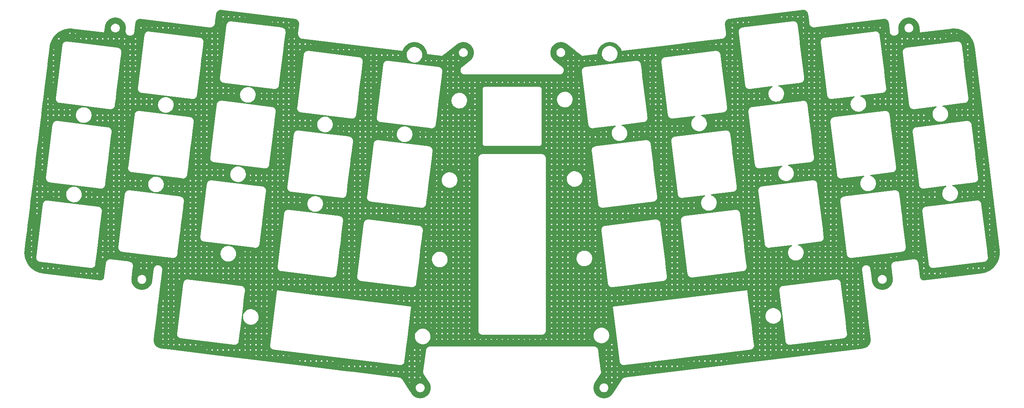
<source format=gbl>
G04 #@! TF.GenerationSoftware,KiCad,Pcbnew,7.0.7-7.0.7~ubuntu23.04.1*
G04 #@! TF.CreationDate,2023-09-02T06:25:15+00:00*
G04 #@! TF.ProjectId,le_capybara_plate,6c655f63-6170-4796-9261-72615f706c61,v0.1*
G04 #@! TF.SameCoordinates,PX8bd8a70PY50733a9*
G04 #@! TF.FileFunction,Copper,L2,Bot*
G04 #@! TF.FilePolarity,Positive*
%FSLAX46Y46*%
G04 Gerber Fmt 4.6, Leading zero omitted, Abs format (unit mm)*
G04 Created by KiCad (PCBNEW 7.0.7-7.0.7~ubuntu23.04.1) date 2023-09-02 06:25:15*
%MOMM*%
%LPD*%
G01*
G04 APERTURE LIST*
G04 APERTURE END LIST*
G04 #@! TA.AperFunction,NonConductor*
G36*
X215810959Y-58985789D02*
G01*
X215888457Y-58994622D01*
X215889934Y-58994809D01*
X215994998Y-59009579D01*
X216002935Y-59011231D01*
X216087548Y-59034698D01*
X216090138Y-59035478D01*
X216185972Y-59066617D01*
X216192527Y-59069167D01*
X216274199Y-59106386D01*
X216277590Y-59108058D01*
X216364947Y-59154505D01*
X216370055Y-59157544D01*
X216445519Y-59207490D01*
X216449464Y-59210330D01*
X216527037Y-59270932D01*
X216530744Y-59274070D01*
X216597474Y-59335212D01*
X216601664Y-59339439D01*
X216667853Y-59412941D01*
X216670299Y-59415830D01*
X216726181Y-59486072D01*
X216730243Y-59491818D01*
X216783646Y-59577268D01*
X216785029Y-59579592D01*
X216828275Y-59656013D01*
X216831802Y-59663324D01*
X216871509Y-59761572D01*
X216872097Y-59763084D01*
X216899393Y-59836066D01*
X216904548Y-59853757D01*
X216932893Y-59987291D01*
X216942207Y-60033038D01*
X216942991Y-60037852D01*
X217192584Y-62070623D01*
X217190347Y-62084187D01*
X217198877Y-62124277D01*
X217199771Y-62129613D01*
X217211747Y-62226980D01*
X217211749Y-62226989D01*
X217232552Y-62299487D01*
X217232496Y-62308539D01*
X217240424Y-62328153D01*
X217242538Y-62334290D01*
X217263864Y-62408606D01*
X217303382Y-62493320D01*
X217304877Y-62503160D01*
X217315067Y-62519462D01*
X217318678Y-62526110D01*
X217331203Y-62552959D01*
X217332497Y-62555935D01*
X217345668Y-62588520D01*
X217361085Y-62605549D01*
X217379058Y-62632188D01*
X217404052Y-62669235D01*
X217407505Y-62680094D01*
X217420044Y-62694018D01*
X217425375Y-62700840D01*
X217449423Y-62736485D01*
X217453245Y-62741289D01*
X217457307Y-62747035D01*
X217462054Y-62754631D01*
X217478846Y-62768034D01*
X217531914Y-62824935D01*
X217537687Y-62836444D01*
X217548279Y-62844719D01*
X217562619Y-62857858D01*
X217578301Y-62874672D01*
X217578311Y-62874682D01*
X217584689Y-62879664D01*
X217600495Y-62894401D01*
X217604721Y-62899094D01*
X217621982Y-62908799D01*
X217683527Y-62956880D01*
X217691837Y-62968471D01*
X217702696Y-62974245D01*
X217720816Y-62986012D01*
X217727207Y-62991005D01*
X217747316Y-63002152D01*
X217763528Y-63012883D01*
X217769833Y-63017809D01*
X217786687Y-63023977D01*
X217807572Y-63035554D01*
X217854738Y-63061699D01*
X217865645Y-63072745D01*
X217880318Y-63077514D01*
X217886883Y-63080067D01*
X217892458Y-63082609D01*
X217892471Y-63082616D01*
X217919108Y-63092312D01*
X217932882Y-63097327D01*
X217940792Y-63100849D01*
X217953048Y-63107366D01*
X217968709Y-63110369D01*
X218040891Y-63136646D01*
X218054302Y-63146521D01*
X218095948Y-63152379D01*
X218099136Y-63152912D01*
X218128242Y-63158573D01*
X218135565Y-63160468D01*
X218149785Y-63165089D01*
X218163758Y-63165481D01*
X218200133Y-63172555D01*
X218255511Y-63183325D01*
X218332808Y-63186034D01*
X218339269Y-63186601D01*
X218356319Y-63188999D01*
X218368963Y-63187302D01*
X218406027Y-63188601D01*
X218444345Y-63189945D01*
X218444346Y-63189944D01*
X218444352Y-63189945D01*
X218524320Y-63180138D01*
X218524346Y-63180138D01*
X218538027Y-63178457D01*
X218538030Y-63178458D01*
X218541095Y-63178081D01*
X218546491Y-63177658D01*
X218578870Y-63176541D01*
X218595995Y-63171340D01*
X218908314Y-63132992D01*
X227378685Y-63132992D01*
X227378685Y-63434992D01*
X227680685Y-63434992D01*
X227680685Y-63132992D01*
X228678685Y-63132992D01*
X228678685Y-63434992D01*
X228980685Y-63434992D01*
X228980685Y-63132992D01*
X229978685Y-63132992D01*
X229978685Y-63434992D01*
X230280685Y-63434992D01*
X230280685Y-63341905D01*
X231278684Y-63341905D01*
X231580685Y-63304824D01*
X231580685Y-63132992D01*
X232578685Y-63132992D01*
X232578685Y-63166194D01*
X232674688Y-63163890D01*
X232717862Y-63132992D01*
X233878685Y-63132992D01*
X233878685Y-63330252D01*
X233927081Y-63341948D01*
X233950730Y-63359631D01*
X234029700Y-63434900D01*
X234029938Y-63434992D01*
X234180685Y-63434992D01*
X234180685Y-63132992D01*
X235178685Y-63132992D01*
X235178685Y-63434992D01*
X235240565Y-63434992D01*
X235203485Y-63132992D01*
X235178685Y-63132992D01*
X234180685Y-63132992D01*
X233878685Y-63132992D01*
X232717862Y-63132992D01*
X232578685Y-63132992D01*
X231580685Y-63132992D01*
X231278685Y-63132992D01*
X231278684Y-63341905D01*
X230280685Y-63341905D01*
X230280685Y-63132992D01*
X229978685Y-63132992D01*
X228980685Y-63132992D01*
X228678685Y-63132992D01*
X227680685Y-63132992D01*
X227378685Y-63132992D01*
X218908314Y-63132992D01*
X234931073Y-61165644D01*
X234931104Y-61165647D01*
X234957278Y-61162428D01*
X234962650Y-61162003D01*
X235005708Y-61160499D01*
X235132465Y-61157455D01*
X235152678Y-61158625D01*
X235220017Y-61168088D01*
X235222015Y-61168403D01*
X235229047Y-61169627D01*
X235316992Y-61184936D01*
X235334017Y-61189160D01*
X235404766Y-61212148D01*
X235407954Y-61213280D01*
X235496726Y-61247579D01*
X235503488Y-61250670D01*
X235574813Y-61288595D01*
X235578899Y-61290972D01*
X235657777Y-61340982D01*
X235662744Y-61344483D01*
X235684859Y-61361761D01*
X235726827Y-61394552D01*
X235731435Y-61398531D01*
X235799050Y-61462979D01*
X235802347Y-61466370D01*
X235809434Y-61474241D01*
X235856396Y-61526401D01*
X235861035Y-61532220D01*
X235915784Y-61610052D01*
X235917640Y-61612850D01*
X235957061Y-61675940D01*
X235965293Y-61691464D01*
X236004300Y-61779598D01*
X236005090Y-61781467D01*
X236030570Y-61844537D01*
X236036596Y-61863870D01*
X236063940Y-61985894D01*
X236073311Y-62029991D01*
X236074204Y-62035326D01*
X236339298Y-64194339D01*
X236336724Y-64209947D01*
X236345991Y-64251309D01*
X236347031Y-64257325D01*
X236348748Y-64271340D01*
X236348797Y-64271562D01*
X236357966Y-64346190D01*
X236376860Y-64407979D01*
X236376991Y-64419731D01*
X236386683Y-64441626D01*
X236389281Y-64448595D01*
X236408927Y-64512842D01*
X236409159Y-64513599D01*
X236446814Y-64587495D01*
X236449215Y-64600281D01*
X236459072Y-64614292D01*
X236468136Y-64629339D01*
X236488634Y-64669565D01*
X236488636Y-64669568D01*
X236488639Y-64669573D01*
X236547512Y-64747696D01*
X236552695Y-64761458D01*
X236563752Y-64771997D01*
X236577224Y-64787125D01*
X236593851Y-64809188D01*
X236593995Y-64809379D01*
X236597622Y-64813407D01*
X236597274Y-64813720D01*
X236608161Y-64826217D01*
X236610448Y-64829468D01*
X236630749Y-64843653D01*
X236669442Y-64879735D01*
X236675590Y-64885468D01*
X236683924Y-64899541D01*
X236695293Y-64906749D01*
X236713462Y-64920785D01*
X236722023Y-64928769D01*
X236722027Y-64928772D01*
X236731837Y-64935142D01*
X236749858Y-64949380D01*
X236754544Y-64953846D01*
X236775271Y-64963350D01*
X236826690Y-64996743D01*
X236838309Y-65010282D01*
X236849071Y-65014441D01*
X236863841Y-65021988D01*
X236864062Y-65021575D01*
X236868836Y-65024113D01*
X236868841Y-65024116D01*
X236878424Y-65028184D01*
X236894481Y-65035001D01*
X236912424Y-65044417D01*
X236919965Y-65049198D01*
X236939932Y-65054296D01*
X236977332Y-65070172D01*
X237029981Y-65092523D01*
X237072702Y-65102388D01*
X237073978Y-65102683D01*
X237090773Y-65107838D01*
X237101463Y-65111968D01*
X237119737Y-65113250D01*
X237140584Y-65118064D01*
X237200552Y-65131912D01*
X237268446Y-65135475D01*
X237275822Y-65136308D01*
X237294304Y-65139527D01*
X237310842Y-65137700D01*
X237375371Y-65141087D01*
X237462249Y-65130427D01*
X237462307Y-65130419D01*
X237464259Y-65130180D01*
X237470324Y-65129736D01*
X237490633Y-65129248D01*
X237496774Y-65130891D01*
X237505153Y-65129863D01*
X237516461Y-65125874D01*
X237534272Y-65121884D01*
X237540291Y-65120844D01*
X237541779Y-65120661D01*
X237541780Y-65120662D01*
X237542276Y-65120601D01*
X237542374Y-65120589D01*
X237542374Y-65120588D01*
X237554660Y-65119083D01*
X237554955Y-65119015D01*
X237629150Y-65109905D01*
X237691220Y-65090925D01*
X237702906Y-65090795D01*
X237724654Y-65081169D01*
X237731617Y-65078573D01*
X237796559Y-65058717D01*
X237870616Y-65020981D01*
X237883361Y-65018587D01*
X237897304Y-65008779D01*
X237912346Y-64999718D01*
X237952538Y-64979239D01*
X238030762Y-64920292D01*
X238044500Y-64915118D01*
X238055007Y-64904095D01*
X238070132Y-64890624D01*
X238092346Y-64873885D01*
X238092353Y-64873876D01*
X238096373Y-64870259D01*
X238096691Y-64870613D01*
X238109156Y-64859749D01*
X238112391Y-64857472D01*
X238126562Y-64837192D01*
X238168504Y-64792216D01*
X238182559Y-64783892D01*
X238189753Y-64772547D01*
X238203786Y-64754381D01*
X238211738Y-64745855D01*
X238218090Y-64736074D01*
X238218945Y-64734992D01*
X249478685Y-64734992D01*
X249780685Y-64734992D01*
X250778685Y-64734992D01*
X251080685Y-64734992D01*
X251080685Y-64483937D01*
X252078684Y-64483937D01*
X252078685Y-64734992D01*
X252380685Y-64734992D01*
X252380685Y-64537512D01*
X252223461Y-64508371D01*
X252078684Y-64483937D01*
X251080685Y-64483937D01*
X251080685Y-64470094D01*
X251017688Y-64475196D01*
X250922390Y-64486920D01*
X250922177Y-64486921D01*
X250778685Y-64504539D01*
X250778685Y-64734992D01*
X249780685Y-64734992D01*
X249780685Y-64627078D01*
X249478685Y-64664159D01*
X249478685Y-64734992D01*
X238218945Y-64734992D01*
X238232322Y-64718061D01*
X238236770Y-64713393D01*
X238246263Y-64692691D01*
X238279759Y-64641114D01*
X238293283Y-64629508D01*
X238297431Y-64618775D01*
X238304961Y-64604046D01*
X238304542Y-64603823D01*
X238307083Y-64599043D01*
X238308593Y-64595486D01*
X238317951Y-64573440D01*
X238327368Y-64555497D01*
X238332126Y-64547992D01*
X238337215Y-64528062D01*
X238339724Y-64522152D01*
X238375491Y-64437898D01*
X238385636Y-64393961D01*
X238390793Y-64377164D01*
X238394898Y-64366540D01*
X238396176Y-64348317D01*
X238396667Y-64346190D01*
X238414878Y-64267326D01*
X238418435Y-64199509D01*
X238419269Y-64192129D01*
X238422464Y-64173776D01*
X238420648Y-64157324D01*
X238424049Y-64092506D01*
X238413387Y-64005628D01*
X238413326Y-64005132D01*
X238413136Y-64003587D01*
X238412693Y-63997532D01*
X238411828Y-63961585D01*
X238405288Y-63939669D01*
X238369686Y-63649715D01*
X238369346Y-63646031D01*
X238356695Y-63441452D01*
X238351069Y-63346753D01*
X238351068Y-63341708D01*
X239807302Y-63341708D01*
X239827584Y-63547640D01*
X239849870Y-63621107D01*
X239887653Y-63745662D01*
X239985200Y-63928158D01*
X239996597Y-63942045D01*
X240116474Y-64088118D01*
X240203157Y-64159256D01*
X240276435Y-64219393D01*
X240458931Y-64316940D01*
X240656951Y-64377008D01*
X240656950Y-64377008D01*
X240677233Y-64379005D01*
X240862885Y-64397291D01*
X241068819Y-64377008D01*
X241266839Y-64316940D01*
X241449335Y-64219393D01*
X241609295Y-64088118D01*
X241740570Y-63928158D01*
X241838117Y-63745662D01*
X241898185Y-63547642D01*
X241918468Y-63341708D01*
X241898185Y-63135774D01*
X241838117Y-62937754D01*
X241740570Y-62755258D01*
X241675524Y-62675999D01*
X241609295Y-62595297D01*
X241454261Y-62468066D01*
X241449335Y-62464023D01*
X241272738Y-62369629D01*
X241266841Y-62366477D01*
X241266840Y-62366476D01*
X241266839Y-62366476D01*
X241068819Y-62306408D01*
X241068817Y-62306407D01*
X241068819Y-62306407D01*
X240862885Y-62286125D01*
X240656952Y-62306407D01*
X240458928Y-62366477D01*
X240387743Y-62404527D01*
X240276435Y-62464023D01*
X240276433Y-62464024D01*
X240276432Y-62464025D01*
X240116474Y-62595297D01*
X239985202Y-62755255D01*
X239985200Y-62755258D01*
X239980602Y-62763860D01*
X239887654Y-62937751D01*
X239827584Y-63135775D01*
X239807302Y-63341708D01*
X238351068Y-63341708D01*
X238351068Y-63339464D01*
X238361257Y-63167180D01*
X238369846Y-63037867D01*
X238370706Y-63030917D01*
X238400368Y-62867815D01*
X238426441Y-62733683D01*
X238428081Y-62727159D01*
X238476359Y-62571492D01*
X238519998Y-62438764D01*
X238522304Y-62432812D01*
X238588164Y-62285950D01*
X238588606Y-62284992D01*
X238649070Y-62157654D01*
X238651962Y-62152269D01*
X238711397Y-62053655D01*
X238734461Y-62015387D01*
X238735304Y-62014028D01*
X238811711Y-61894554D01*
X238815039Y-61889852D01*
X238913089Y-61764354D01*
X238914191Y-61762989D01*
X239005410Y-61653504D01*
X239009124Y-61649431D01*
X239121238Y-61537015D01*
X239122658Y-61535642D01*
X239227268Y-61438091D01*
X239231202Y-61434722D01*
X239355786Y-61336847D01*
X239357654Y-61335441D01*
X239473856Y-61251633D01*
X239477934Y-61248931D01*
X239613169Y-61166930D01*
X239615533Y-61165570D01*
X239741496Y-61096893D01*
X239745606Y-61094848D01*
X239889571Y-61029822D01*
X239892339Y-61028655D01*
X240026084Y-60976241D01*
X240030102Y-60974826D01*
X240180769Y-60927655D01*
X240183995Y-60926743D01*
X240323277Y-60891499D01*
X240327175Y-60890647D01*
X240482322Y-60862000D01*
X240485996Y-60861436D01*
X240628605Y-60843926D01*
X240632272Y-60843588D01*
X240789731Y-60833851D01*
X240793749Y-60833734D01*
X240937424Y-60834235D01*
X240940773Y-60834340D01*
X241098350Y-60843660D01*
X241102604Y-60844061D01*
X241245020Y-60862558D01*
X241248070Y-60863033D01*
X241403433Y-60891289D01*
X241407940Y-60892285D01*
X241546722Y-60928435D01*
X241549440Y-60929211D01*
X241700405Y-60976032D01*
X241705066Y-60977684D01*
X241837978Y-61030845D01*
X241840323Y-61031839D01*
X241984776Y-61096619D01*
X241989454Y-61098960D01*
X241996815Y-61103040D01*
X242114417Y-61168228D01*
X242116287Y-61169309D01*
X242252225Y-61251238D01*
X242256806Y-61254286D01*
X242363917Y-61332680D01*
X242371709Y-61338383D01*
X242373261Y-61339557D01*
X242498660Y-61437528D01*
X242503091Y-61441340D01*
X242606081Y-61538732D01*
X242607259Y-61539875D01*
X242610299Y-61542907D01*
X242720410Y-61652724D01*
X242724540Y-61657273D01*
X242739873Y-61675940D01*
X242803425Y-61753310D01*
X242813892Y-61766052D01*
X242814717Y-61767078D01*
X242904706Y-61881624D01*
X242914070Y-61893543D01*
X242917782Y-61898810D01*
X242922088Y-61905647D01*
X242992248Y-62017062D01*
X242992937Y-62018197D01*
X243076716Y-62156368D01*
X243079894Y-62162315D01*
X243103432Y-62212792D01*
X243137650Y-62286173D01*
X243205869Y-62437210D01*
X243208399Y-62443783D01*
X243248013Y-62567166D01*
X243299568Y-62731832D01*
X243301345Y-62738964D01*
X243319535Y-62836221D01*
X243319561Y-62836508D01*
X243319588Y-62836504D01*
X243355910Y-63033225D01*
X243356478Y-63036927D01*
X243502167Y-64223452D01*
X243518913Y-64359841D01*
X243519547Y-64365000D01*
X243519526Y-64365276D01*
X243522511Y-64389488D01*
X243522715Y-64389848D01*
X243522716Y-64389849D01*
X243523012Y-64389930D01*
X250887570Y-63485675D01*
X250887597Y-63485678D01*
X250915179Y-63482286D01*
X250917724Y-63482026D01*
X251133663Y-63464536D01*
X251331441Y-63448973D01*
X251336418Y-63448783D01*
X251347431Y-63448803D01*
X251554034Y-63449185D01*
X251756260Y-63450953D01*
X251760846Y-63451167D01*
X251977091Y-63469488D01*
X252179274Y-63488958D01*
X252183576Y-63489528D01*
X252397399Y-63525615D01*
X252597493Y-63562702D01*
X252601449Y-63563572D01*
X252811040Y-63617059D01*
X252812070Y-63617334D01*
X253007908Y-63671646D01*
X253011573Y-63672786D01*
X253215783Y-63743312D01*
X253217238Y-63743835D01*
X253407608Y-63815012D01*
X253410894Y-63816350D01*
X253419296Y-63820054D01*
X253608520Y-63903470D01*
X253610142Y-63904214D01*
X253793693Y-63991763D01*
X253796577Y-63993234D01*
X253986295Y-64096354D01*
X253988106Y-64097380D01*
X254163360Y-64200612D01*
X254165835Y-64202152D01*
X254271381Y-64271385D01*
X254346361Y-64320569D01*
X254348358Y-64321935D01*
X254513911Y-64440021D01*
X254516054Y-64441621D01*
X254686213Y-64574562D01*
X254688261Y-64576235D01*
X254842911Y-64708317D01*
X254844698Y-64709905D01*
X254888026Y-64749938D01*
X255003271Y-64856419D01*
X255005408Y-64858491D01*
X255147948Y-65003539D01*
X255149389Y-65005057D01*
X255228027Y-65090795D01*
X255295169Y-65163999D01*
X255295321Y-65164164D01*
X255297470Y-65166635D01*
X255426797Y-65323519D01*
X255427952Y-65324964D01*
X255560265Y-65495600D01*
X255562364Y-65498474D01*
X255677504Y-65665998D01*
X255678356Y-65667272D01*
X255696215Y-65694716D01*
X255796175Y-65848329D01*
X255798171Y-65851614D01*
X255898215Y-66028434D01*
X255898834Y-66029556D01*
X256001345Y-66219805D01*
X256003182Y-66223504D01*
X256087587Y-66408703D01*
X256174302Y-66607377D01*
X256175923Y-66611483D01*
X256243718Y-66802918D01*
X256307306Y-66989243D01*
X256313789Y-67008239D01*
X256315137Y-67012741D01*
X256365788Y-67208574D01*
X256418797Y-67419509D01*
X256419815Y-67424380D01*
X256425168Y-67456386D01*
X256454469Y-67631588D01*
X256454491Y-67631858D01*
X256454514Y-67631855D01*
X256487640Y-67832611D01*
X256488005Y-67835149D01*
X262424478Y-116183837D01*
X262424482Y-116183881D01*
X262424725Y-116185859D01*
X262424984Y-116188399D01*
X262442514Y-116404746D01*
X262442657Y-116406559D01*
X262442658Y-116406579D01*
X262458047Y-116602080D01*
X262458238Y-116607060D01*
X262457843Y-116824690D01*
X262456084Y-117026832D01*
X262455865Y-117031527D01*
X262437551Y-117247748D01*
X262418091Y-117449883D01*
X262417512Y-117454259D01*
X262381455Y-117667939D01*
X262344358Y-117868116D01*
X262343470Y-117872150D01*
X262290028Y-118081578D01*
X262289699Y-118082816D01*
X262235417Y-118278556D01*
X262234275Y-118282226D01*
X262163772Y-118486384D01*
X262163242Y-118487859D01*
X262092043Y-118678290D01*
X262090701Y-118681587D01*
X262003629Y-118879107D01*
X262002857Y-118880790D01*
X261915302Y-119064354D01*
X261913814Y-119067272D01*
X261810738Y-119256909D01*
X261809686Y-119258768D01*
X261706471Y-119433991D01*
X261704892Y-119436530D01*
X261586492Y-119617029D01*
X261585125Y-119619027D01*
X261467042Y-119784574D01*
X261465423Y-119786742D01*
X261332530Y-119956835D01*
X261330819Y-119958930D01*
X261198748Y-120113564D01*
X261197140Y-120115374D01*
X261050634Y-120273935D01*
X261048553Y-120276082D01*
X260903548Y-120418576D01*
X260901999Y-120420047D01*
X260742888Y-120565977D01*
X260740417Y-120568126D01*
X260583511Y-120697468D01*
X260582065Y-120698624D01*
X260411456Y-120830907D01*
X260408582Y-120833006D01*
X260241023Y-120948164D01*
X260239721Y-120949035D01*
X260058718Y-121066812D01*
X260055432Y-121068808D01*
X259878564Y-121168873D01*
X259877442Y-121169492D01*
X259687218Y-121271979D01*
X259683520Y-121273816D01*
X259498330Y-121358208D01*
X259299640Y-121444923D01*
X259295534Y-121446544D01*
X259104080Y-121514335D01*
X258898768Y-121584393D01*
X258894267Y-121585741D01*
X258698402Y-121636391D01*
X258487457Y-121689391D01*
X258482581Y-121690410D01*
X258292046Y-121722300D01*
X258072597Y-121758501D01*
X258070061Y-121758866D01*
X244610518Y-123411490D01*
X244605117Y-123411915D01*
X244562261Y-123413407D01*
X244435348Y-123416443D01*
X244415117Y-123415270D01*
X244347781Y-123405802D01*
X244345777Y-123405486D01*
X244250839Y-123388953D01*
X244233791Y-123384722D01*
X244163052Y-123361735D01*
X244159864Y-123360602D01*
X244071095Y-123326298D01*
X244064328Y-123323205D01*
X243993025Y-123285290D01*
X243988933Y-123282910D01*
X243910040Y-123232888D01*
X243905065Y-123229380D01*
X243841008Y-123179332D01*
X243836409Y-123175361D01*
X243776336Y-123118103D01*
X243768781Y-123110902D01*
X243765481Y-123107507D01*
X243711440Y-123047488D01*
X243706809Y-123041681D01*
X243652039Y-122963823D01*
X243650202Y-122961056D01*
X243610766Y-122897948D01*
X243602539Y-122882434D01*
X243586768Y-122846806D01*
X243574813Y-122819798D01*
X243563510Y-122794262D01*
X243562720Y-122792395D01*
X243562202Y-122791114D01*
X243537246Y-122729352D01*
X243531231Y-122710059D01*
X243503971Y-122588484D01*
X243495748Y-122549805D01*
X243494482Y-122543848D01*
X243493588Y-122538510D01*
X243489151Y-122502371D01*
X243382405Y-121632992D01*
X244387900Y-121632992D01*
X244424980Y-121934992D01*
X244580685Y-121934992D01*
X244580685Y-121632992D01*
X245578685Y-121632992D01*
X245578685Y-121934992D01*
X245880685Y-121934992D01*
X245880685Y-121632992D01*
X246878685Y-121632992D01*
X246878685Y-121934992D01*
X247180685Y-121934992D01*
X247180685Y-121632992D01*
X248178685Y-121632992D01*
X248178685Y-121934992D01*
X248446520Y-121934992D01*
X248480685Y-121930797D01*
X248480685Y-121632992D01*
X249478685Y-121632992D01*
X249478685Y-121808257D01*
X249780685Y-121771176D01*
X249780685Y-121632992D01*
X250778685Y-121632992D01*
X250778685Y-121648638D01*
X250906111Y-121632992D01*
X250778685Y-121632992D01*
X249780685Y-121632992D01*
X249478685Y-121632992D01*
X248480685Y-121632992D01*
X248178685Y-121632992D01*
X247180685Y-121632992D01*
X246878685Y-121632992D01*
X245880685Y-121632992D01*
X245578685Y-121632992D01*
X244580685Y-121632992D01*
X244387900Y-121632992D01*
X243382405Y-121632992D01*
X243222785Y-120332992D01*
X244278685Y-120332992D01*
X244278685Y-120634992D01*
X244580685Y-120634992D01*
X253378685Y-120634992D01*
X253680685Y-120634992D01*
X254678685Y-120634992D01*
X254980685Y-120634992D01*
X254980685Y-120435401D01*
X254678685Y-120472483D01*
X254678685Y-120634992D01*
X253680685Y-120634992D01*
X253680685Y-120595021D01*
X253378685Y-120632103D01*
X253378685Y-120634992D01*
X244580685Y-120634992D01*
X244580685Y-120332992D01*
X244278685Y-120332992D01*
X243222785Y-120332992D01*
X243100088Y-119333710D01*
X243102628Y-119318310D01*
X243093484Y-119277469D01*
X243092447Y-119271474D01*
X243090703Y-119257275D01*
X243090649Y-119257035D01*
X243081512Y-119182576D01*
X243066972Y-119135006D01*
X243062549Y-119120537D01*
X243062419Y-119108834D01*
X243052780Y-119087053D01*
X243050182Y-119080078D01*
X243049092Y-119076512D01*
X243035790Y-119032992D01*
X244278685Y-119032992D01*
X244278685Y-119334992D01*
X244564304Y-119334992D01*
X244564332Y-119334566D01*
X244576228Y-119310512D01*
X244580684Y-119303524D01*
X244580684Y-119300723D01*
X244547812Y-119032992D01*
X244278685Y-119032992D01*
X243035790Y-119032992D01*
X243030338Y-119015157D01*
X242992610Y-118941103D01*
X242990216Y-118928347D01*
X242980401Y-118914394D01*
X242971337Y-118899344D01*
X242950868Y-118859167D01*
X242891928Y-118780946D01*
X242886752Y-118767201D01*
X242875724Y-118756690D01*
X242862244Y-118741553D01*
X242859574Y-118738009D01*
X242845515Y-118719351D01*
X242845513Y-118719349D01*
X242841897Y-118715333D01*
X242842247Y-118715017D01*
X242831385Y-118702545D01*
X242829109Y-118699309D01*
X242808818Y-118685129D01*
X242763852Y-118643196D01*
X242755525Y-118629135D01*
X242744178Y-118621941D01*
X242726007Y-118607902D01*
X242717489Y-118599958D01*
X242717480Y-118599952D01*
X242707715Y-118593610D01*
X242689697Y-118579373D01*
X242685030Y-118574924D01*
X242664306Y-118565420D01*
X242612749Y-118531938D01*
X242601134Y-118518404D01*
X242590389Y-118514253D01*
X242575660Y-118506728D01*
X242575439Y-118507146D01*
X242570658Y-118504604D01*
X242545075Y-118493745D01*
X242527126Y-118484327D01*
X242519610Y-118479562D01*
X242499667Y-118474470D01*
X242409516Y-118436204D01*
X242365590Y-118426065D01*
X242348791Y-118420909D01*
X242338149Y-118416797D01*
X242319909Y-118415519D01*
X242251011Y-118399615D01*
X242238932Y-118396827D01*
X242238931Y-118396826D01*
X242238930Y-118396826D01*
X242188275Y-118394174D01*
X242171136Y-118393276D01*
X242163747Y-118392443D01*
X242145374Y-118389245D01*
X242128912Y-118391064D01*
X242064105Y-118387670D01*
X241975215Y-118398589D01*
X241969153Y-118399033D01*
X241933145Y-118399904D01*
X241911230Y-118406445D01*
X238141035Y-118869367D01*
X237647854Y-118929922D01*
X237628144Y-118932342D01*
X237612810Y-118929813D01*
X237572236Y-118938898D01*
X237566436Y-118939911D01*
X237555588Y-118941277D01*
X237477280Y-118950888D01*
X237415151Y-118969878D01*
X237403466Y-118970006D01*
X237381727Y-118979627D01*
X237374754Y-118982225D01*
X237309857Y-119002061D01*
X237309856Y-119002062D01*
X237235758Y-119039812D01*
X237223010Y-119042205D01*
X237209062Y-119052016D01*
X237194015Y-119061078D01*
X237153871Y-119081530D01*
X237075614Y-119140497D01*
X237061871Y-119145671D01*
X237051364Y-119156695D01*
X237036232Y-119170171D01*
X237014053Y-119186883D01*
X237010029Y-119190507D01*
X237009713Y-119190156D01*
X236997254Y-119201006D01*
X236994022Y-119203279D01*
X236979844Y-119223566D01*
X236937880Y-119268565D01*
X236923820Y-119276891D01*
X236916627Y-119288237D01*
X236902593Y-119306403D01*
X236894660Y-119314909D01*
X236894651Y-119314921D01*
X236888314Y-119324679D01*
X236874084Y-119342688D01*
X236869636Y-119347354D01*
X236860139Y-119368066D01*
X236826626Y-119419671D01*
X236813095Y-119431282D01*
X236808945Y-119442025D01*
X236801436Y-119456729D01*
X236801853Y-119456951D01*
X236799307Y-119461739D01*
X236788454Y-119487306D01*
X236779040Y-119505247D01*
X236774274Y-119512764D01*
X236769185Y-119532701D01*
X236730905Y-119622884D01*
X236730902Y-119622895D01*
X236720768Y-119666795D01*
X236715614Y-119683589D01*
X236711508Y-119694215D01*
X236710232Y-119712441D01*
X236691527Y-119793470D01*
X236687979Y-119861231D01*
X236687145Y-119868625D01*
X236683952Y-119886969D01*
X236685770Y-119903409D01*
X236682372Y-119968292D01*
X236692520Y-120050917D01*
X236693291Y-120057189D01*
X236693735Y-120063252D01*
X236694604Y-120099202D01*
X236701134Y-120121074D01*
X237035144Y-122841366D01*
X237035148Y-122841406D01*
X237035319Y-122842799D01*
X237035661Y-122846516D01*
X237048324Y-123051235D01*
X237048415Y-123052782D01*
X237048417Y-123052821D01*
X237053846Y-123144173D01*
X237053848Y-123151518D01*
X237043699Y-123323141D01*
X237035175Y-123451513D01*
X237034310Y-123458504D01*
X237004776Y-123620912D01*
X236978873Y-123754180D01*
X236977228Y-123760720D01*
X236929172Y-123915680D01*
X236885805Y-124047581D01*
X236883478Y-124053589D01*
X236817955Y-124199705D01*
X236817389Y-124200929D01*
X236757393Y-124327287D01*
X236754486Y-124332699D01*
X236672365Y-124468963D01*
X236671495Y-124470363D01*
X236595588Y-124589058D01*
X236592211Y-124593828D01*
X236494712Y-124718621D01*
X236493489Y-124720136D01*
X236402864Y-124828910D01*
X236399128Y-124833008D01*
X236287600Y-124944838D01*
X236285984Y-124946400D01*
X236182145Y-125043232D01*
X236178162Y-125046644D01*
X236054245Y-125143995D01*
X236052211Y-125145527D01*
X235936793Y-125228771D01*
X235932670Y-125231501D01*
X235798144Y-125313073D01*
X235795676Y-125314493D01*
X235670516Y-125382733D01*
X235666357Y-125384803D01*
X235523137Y-125449493D01*
X235520237Y-125450716D01*
X235387383Y-125502782D01*
X235383284Y-125504225D01*
X235233392Y-125551153D01*
X235230076Y-125552091D01*
X235091695Y-125587106D01*
X235087742Y-125587970D01*
X234933335Y-125616481D01*
X234929632Y-125617049D01*
X234787908Y-125634452D01*
X234784178Y-125634796D01*
X234627461Y-125644486D01*
X234623417Y-125644604D01*
X234480663Y-125644106D01*
X234477218Y-125643998D01*
X234320425Y-125634724D01*
X234316099Y-125634316D01*
X234174626Y-125615942D01*
X234171517Y-125615457D01*
X234016870Y-125587331D01*
X234012334Y-125586329D01*
X233874408Y-125550401D01*
X233871671Y-125549620D01*
X233721391Y-125503012D01*
X233716729Y-125501360D01*
X233584582Y-125448504D01*
X233582237Y-125447510D01*
X233438452Y-125383028D01*
X233433799Y-125380700D01*
X233344555Y-125331231D01*
X233309569Y-125311837D01*
X233307623Y-125310712D01*
X233172397Y-125229211D01*
X233167781Y-125226140D01*
X233053509Y-125142504D01*
X233051956Y-125141329D01*
X232927175Y-125043838D01*
X232922744Y-125040027D01*
X232892951Y-125011853D01*
X232867647Y-124987923D01*
X232820362Y-124943207D01*
X232819180Y-124942059D01*
X232791212Y-124914165D01*
X232706541Y-124829720D01*
X232702429Y-124825192D01*
X232613573Y-124717014D01*
X232612790Y-124716038D01*
X232513863Y-124590113D01*
X232510157Y-124584857D01*
X232436193Y-124467401D01*
X232388211Y-124388266D01*
X232352041Y-124328611D01*
X232348863Y-124322664D01*
X232345879Y-124316264D01*
X232291495Y-124199632D01*
X232223539Y-124049174D01*
X232221019Y-124042626D01*
X232181681Y-123920094D01*
X232168024Y-123876470D01*
X232130315Y-123756022D01*
X232128548Y-123748932D01*
X232112229Y-123661776D01*
X232074075Y-123455125D01*
X232073511Y-123451454D01*
X232036406Y-123149257D01*
X233499094Y-123149257D01*
X233519376Y-123355189D01*
X233579447Y-123553216D01*
X233676990Y-123735706D01*
X233676992Y-123735708D01*
X233808266Y-123895668D01*
X233968226Y-124026942D01*
X233968228Y-124026944D01*
X234150718Y-124124487D01*
X234150720Y-124124487D01*
X234150723Y-124124489D01*
X234348744Y-124184558D01*
X234348743Y-124184558D01*
X234367207Y-124186376D01*
X234554678Y-124204841D01*
X234760612Y-124184558D01*
X234958633Y-124124489D01*
X234961554Y-124122928D01*
X235123230Y-124036510D01*
X235141129Y-124026943D01*
X235301089Y-123895668D01*
X235432364Y-123735708D01*
X235504069Y-123601558D01*
X235529908Y-123553216D01*
X235529908Y-123553215D01*
X235529910Y-123553212D01*
X235589979Y-123355191D01*
X235610262Y-123149257D01*
X235589979Y-122943323D01*
X235529910Y-122745302D01*
X235529908Y-122745299D01*
X235529908Y-122745297D01*
X235432365Y-122562807D01*
X235432363Y-122562805D01*
X235414536Y-122541083D01*
X235382821Y-122502437D01*
X235301089Y-122402845D01*
X235141129Y-122271571D01*
X235141127Y-122271569D01*
X234958637Y-122174026D01*
X234780279Y-122119922D01*
X234760612Y-122113956D01*
X234760610Y-122113955D01*
X234760612Y-122113955D01*
X234573141Y-122095491D01*
X234554678Y-122093673D01*
X234554677Y-122093673D01*
X234348745Y-122113955D01*
X234150718Y-122174026D01*
X233968228Y-122271569D01*
X233968226Y-122271571D01*
X233808266Y-122402845D01*
X233676992Y-122562805D01*
X233676990Y-122562807D01*
X233579447Y-122745297D01*
X233519376Y-122943324D01*
X233499094Y-123149257D01*
X232036406Y-123149257D01*
X231850232Y-121632992D01*
X232855727Y-121632992D01*
X232880685Y-121836257D01*
X232880685Y-121632992D01*
X232855727Y-121632992D01*
X231850232Y-121632992D01*
X231737733Y-120716763D01*
X231737741Y-120716715D01*
X231734778Y-120692587D01*
X231735765Y-120686596D01*
X231732616Y-120672537D01*
X231731578Y-120666537D01*
X231731310Y-120664360D01*
X231731312Y-120664360D01*
X231720013Y-120572344D01*
X231708085Y-120534719D01*
X231696310Y-120497574D01*
X231696184Y-120491731D01*
X231691476Y-120481093D01*
X231689068Y-120474731D01*
X231688355Y-120472483D01*
X231663983Y-120395600D01*
X231663982Y-120395598D01*
X231630446Y-120332992D01*
X232717311Y-120332992D01*
X232743018Y-120391072D01*
X232752151Y-120460342D01*
X232745091Y-120486473D01*
X232725102Y-120537515D01*
X232746939Y-120634992D01*
X232880685Y-120634992D01*
X232880685Y-120332992D01*
X233878685Y-120332992D01*
X233878685Y-120634992D01*
X234180685Y-120634992D01*
X234180685Y-120332992D01*
X235178685Y-120332992D01*
X235178685Y-120634992D01*
X235480685Y-120634992D01*
X235480685Y-120332992D01*
X235178685Y-120332992D01*
X234180685Y-120332992D01*
X233878685Y-120332992D01*
X232880685Y-120332992D01*
X232717311Y-120332992D01*
X231630446Y-120332992D01*
X231623189Y-120319445D01*
X231621748Y-120312556D01*
X231614486Y-120302233D01*
X231610539Y-120295831D01*
X231606174Y-120287683D01*
X231576432Y-120232159D01*
X231517880Y-120159245D01*
X231514711Y-120151557D01*
X231504889Y-120142196D01*
X231499326Y-120136140D01*
X231460339Y-120087590D01*
X231460335Y-120087586D01*
X231460332Y-120087583D01*
X231384197Y-120022221D01*
X231378993Y-120014206D01*
X231370765Y-120008989D01*
X231356393Y-119998351D01*
X231319658Y-119966813D01*
X231226978Y-119913178D01*
X231219591Y-119905414D01*
X231210494Y-119901900D01*
X231193076Y-119893558D01*
X231159181Y-119873943D01*
X231157694Y-119873257D01*
X231150461Y-119869318D01*
X231144597Y-119865600D01*
X231122712Y-119861049D01*
X231051941Y-119836028D01*
X231042376Y-119829121D01*
X231032978Y-119827485D01*
X231012915Y-119822231D01*
X230984376Y-119812141D01*
X230978814Y-119810737D01*
X230978906Y-119810372D01*
X230961558Y-119805721D01*
X230961047Y-119805523D01*
X230939655Y-119805152D01*
X230865444Y-119793555D01*
X230853860Y-119788092D01*
X230844728Y-119788312D01*
X230822613Y-119786862D01*
X230802166Y-119783667D01*
X230801181Y-119783513D01*
X230801180Y-119783513D01*
X230801166Y-119783512D01*
X230795962Y-119783667D01*
X230771017Y-119781885D01*
X230769414Y-119781606D01*
X230749357Y-119785056D01*
X230674264Y-119787292D01*
X230660974Y-119783815D01*
X230652602Y-119785691D01*
X230629200Y-119788634D01*
X230615847Y-119789032D01*
X230615846Y-119789032D01*
X230602801Y-119791875D01*
X230579379Y-119794682D01*
X230576737Y-119794745D01*
X230558753Y-119801474D01*
X230485349Y-119817471D01*
X230470790Y-119816435D01*
X230463559Y-119819636D01*
X230439785Y-119827401D01*
X230434695Y-119828510D01*
X230434691Y-119828511D01*
X230414696Y-119836950D01*
X230393589Y-119843707D01*
X230390104Y-119844487D01*
X230374759Y-119853805D01*
X230305564Y-119883009D01*
X230290281Y-119884755D01*
X230284442Y-119888863D01*
X230268747Y-119897566D01*
X230268925Y-119897898D01*
X230263864Y-119900608D01*
X230238608Y-119917306D01*
X230220416Y-119927255D01*
X230216403Y-119929031D01*
X230204078Y-119940136D01*
X230141461Y-119981535D01*
X230126064Y-119986273D01*
X230116544Y-119996262D01*
X230110500Y-120001817D01*
X230109218Y-120002846D01*
X230081058Y-120030096D01*
X230066176Y-120042404D01*
X230062044Y-120045310D01*
X230052909Y-120057335D01*
X229975959Y-120131797D01*
X229947946Y-120171283D01*
X229936575Y-120185081D01*
X229932763Y-120189080D01*
X229926740Y-120201175D01*
X229868674Y-120283023D01*
X229842598Y-120339546D01*
X229838660Y-120346779D01*
X229833369Y-120355123D01*
X229830174Y-120366478D01*
X229791005Y-120451381D01*
X229791004Y-120451384D01*
X229773317Y-120521401D01*
X229771037Y-120528566D01*
X229767618Y-120537412D01*
X229766752Y-120547391D01*
X229745594Y-120631148D01*
X229740398Y-120713981D01*
X229739601Y-120720735D01*
X229738055Y-120729611D01*
X229738898Y-120737910D01*
X229734611Y-120806271D01*
X229733988Y-120816198D01*
X229740868Y-120872238D01*
X229745530Y-120910209D01*
X229745975Y-120916283D01*
X229746235Y-120927156D01*
X229748580Y-120935051D01*
X231765991Y-137365550D01*
X231766010Y-137365735D01*
X231766163Y-137366996D01*
X231766511Y-137370917D01*
X231771155Y-137452709D01*
X231780394Y-137634533D01*
X231780303Y-137642282D01*
X231771511Y-137760591D01*
X231757952Y-137907502D01*
X231756914Y-137914435D01*
X231731492Y-138036655D01*
X231731090Y-138038454D01*
X231698463Y-138174834D01*
X231696697Y-138180854D01*
X231654662Y-138301221D01*
X231653760Y-138303641D01*
X231603021Y-138431555D01*
X231600753Y-138436604D01*
X231542818Y-138551543D01*
X231541245Y-138554467D01*
X231473378Y-138672881D01*
X231470834Y-138676946D01*
X231398104Y-138783765D01*
X231395712Y-138787043D01*
X231311888Y-138894332D01*
X231309286Y-138897447D01*
X231223235Y-138993857D01*
X231219905Y-138997309D01*
X231121440Y-139091793D01*
X231118984Y-139094027D01*
X231021460Y-139178060D01*
X231017110Y-139181482D01*
X230905259Y-139261665D01*
X230903130Y-139263126D01*
X230796521Y-139333021D01*
X230791108Y-139336191D01*
X230666660Y-139400848D01*
X230665011Y-139401674D01*
X230552591Y-139455899D01*
X230546114Y-139458584D01*
X230406822Y-139507288D01*
X230294161Y-139544439D01*
X230286666Y-139546401D01*
X230109303Y-139581176D01*
X230027283Y-139596747D01*
X230023274Y-139597373D01*
X173531654Y-146533672D01*
X173508264Y-146529815D01*
X173451754Y-146543107D01*
X173445301Y-146544269D01*
X173437917Y-146545199D01*
X173357181Y-146555098D01*
X173357177Y-146555099D01*
X173287417Y-146576400D01*
X173270027Y-146576586D01*
X173249487Y-146586478D01*
X173231903Y-146593350D01*
X173190067Y-146606124D01*
X173190064Y-146606126D01*
X173094343Y-146654816D01*
X173075585Y-146658325D01*
X173063465Y-146667860D01*
X173043025Y-146680919D01*
X173035227Y-146684886D01*
X173034321Y-146685347D01*
X173034319Y-146685348D01*
X173026513Y-146691218D01*
X173005796Y-146703826D01*
X172999219Y-146706993D01*
X172980501Y-146725817D01*
X172894670Y-146790359D01*
X172864795Y-146822309D01*
X172850889Y-146835076D01*
X172838897Y-146844509D01*
X172825156Y-146864702D01*
X172775334Y-146917984D01*
X172775328Y-146917991D01*
X172726989Y-146992180D01*
X172722999Y-146997631D01*
X172692526Y-147034823D01*
X172678912Y-147065945D01*
X170552802Y-150328010D01*
X170550663Y-150331084D01*
X170428635Y-150495659D01*
X170372875Y-150570480D01*
X170368147Y-150576097D01*
X170249839Y-150700861D01*
X170160655Y-150793554D01*
X170155492Y-150798344D01*
X170028274Y-150903580D01*
X169922646Y-150988827D01*
X169917176Y-150992771D01*
X169780552Y-151080396D01*
X169662487Y-151153331D01*
X169656836Y-151156428D01*
X169512646Y-151225982D01*
X169511425Y-151226555D01*
X169384094Y-151284597D01*
X169378384Y-151286865D01*
X169227843Y-151338197D01*
X169226277Y-151338708D01*
X169091741Y-151380625D01*
X169086085Y-151382099D01*
X168931069Y-151414781D01*
X168929157Y-151415153D01*
X168789837Y-151439982D01*
X168784341Y-151440710D01*
X168627016Y-151454425D01*
X168624773Y-151454580D01*
X168482940Y-151461778D01*
X168477695Y-151461822D01*
X168320241Y-151456486D01*
X168317698Y-151456347D01*
X168175747Y-151445687D01*
X168170834Y-151445120D01*
X168015410Y-151420880D01*
X168012608Y-151420377D01*
X167872914Y-151391969D01*
X167868399Y-151390874D01*
X167717155Y-151348113D01*
X167714163Y-151347184D01*
X167643618Y-151323313D01*
X167579006Y-151301449D01*
X167574941Y-151299913D01*
X167430074Y-151239283D01*
X167426933Y-151237864D01*
X167298482Y-151175506D01*
X167294918Y-151173630D01*
X167165609Y-151100072D01*
X167158451Y-151096000D01*
X167155252Y-151094051D01*
X167035605Y-151016068D01*
X167032548Y-151013942D01*
X166911919Y-150924496D01*
X166906433Y-150920428D01*
X166903263Y-150917914D01*
X166886358Y-150903580D01*
X166794349Y-150825564D01*
X166791821Y-150823297D01*
X166677829Y-150715199D01*
X166674798Y-150712116D01*
X166578380Y-150606912D01*
X166576314Y-150604539D01*
X166476151Y-150483449D01*
X166473327Y-150479762D01*
X166435680Y-150426602D01*
X166390927Y-150363406D01*
X166389350Y-150361066D01*
X166372651Y-150335028D01*
X166304411Y-150228627D01*
X166301919Y-150224376D01*
X166234866Y-150098821D01*
X166233724Y-150096572D01*
X166165264Y-149954647D01*
X166163187Y-149949831D01*
X166160980Y-149944052D01*
X166112489Y-149817099D01*
X166111771Y-149815113D01*
X166060784Y-149665577D01*
X166059242Y-149660290D01*
X166025686Y-149522684D01*
X166025276Y-149520882D01*
X165992590Y-149365840D01*
X165991665Y-149360129D01*
X165975692Y-149220033D01*
X165975531Y-149218430D01*
X165971724Y-149174756D01*
X165961720Y-149059982D01*
X165961491Y-149053864D01*
X165962573Y-148964763D01*
X167402212Y-148964763D01*
X167422494Y-149170695D01*
X167482565Y-149368722D01*
X167580108Y-149551212D01*
X167580110Y-149551214D01*
X167711384Y-149711174D01*
X167871344Y-149842448D01*
X167871346Y-149842450D01*
X168053836Y-149939993D01*
X168053838Y-149939993D01*
X168053841Y-149939995D01*
X168251862Y-150000064D01*
X168251861Y-150000064D01*
X168270325Y-150001882D01*
X168457796Y-150020347D01*
X168663730Y-150000064D01*
X168861751Y-149939995D01*
X168864672Y-149938434D01*
X169044245Y-149842450D01*
X169044244Y-149842450D01*
X169044247Y-149842449D01*
X169204207Y-149711174D01*
X169335482Y-149551214D01*
X169430856Y-149372781D01*
X169433026Y-149368722D01*
X169433026Y-149368721D01*
X169433028Y-149368718D01*
X169493097Y-149170697D01*
X169513380Y-148964763D01*
X169493097Y-148758829D01*
X169433028Y-148560808D01*
X169433026Y-148560805D01*
X169433026Y-148560803D01*
X169335483Y-148378313D01*
X169335481Y-148378311D01*
X169204207Y-148218351D01*
X169044247Y-148087077D01*
X169044245Y-148087075D01*
X168861755Y-147989532D01*
X168683397Y-147935428D01*
X168663730Y-147929462D01*
X168663728Y-147929461D01*
X168663730Y-147929461D01*
X168457796Y-147909179D01*
X168251863Y-147929461D01*
X168053836Y-147989532D01*
X167871346Y-148087075D01*
X167871344Y-148087077D01*
X167711384Y-148218351D01*
X167580110Y-148378311D01*
X167580108Y-148378313D01*
X167482565Y-148560803D01*
X167422494Y-148758830D01*
X167402212Y-148964763D01*
X165962573Y-148964763D01*
X165963192Y-148913764D01*
X165963216Y-148912712D01*
X165968645Y-148752574D01*
X165969197Y-148746173D01*
X165987706Y-148612710D01*
X165988267Y-148608657D01*
X166013275Y-148448312D01*
X166014667Y-148441755D01*
X166050006Y-148310737D01*
X166094953Y-148151771D01*
X166097226Y-148145184D01*
X166145991Y-148026257D01*
X166212442Y-147867486D01*
X166215651Y-147860936D01*
X166258163Y-147785754D01*
X166345064Y-147632992D01*
X170178685Y-147632992D01*
X170178685Y-147843903D01*
X170179756Y-147845506D01*
X170181382Y-147848074D01*
X170201873Y-147882261D01*
X170203374Y-147884909D01*
X170230144Y-147934992D01*
X170480685Y-147934992D01*
X170480685Y-147632992D01*
X170178685Y-147632992D01*
X166345064Y-147632992D01*
X166363329Y-147600885D01*
X166365251Y-147597732D01*
X167189396Y-146332992D01*
X168878685Y-146332992D01*
X168878685Y-146634992D01*
X169180685Y-146634992D01*
X169180685Y-146332992D01*
X170178685Y-146332992D01*
X170178685Y-146634992D01*
X170480685Y-146634992D01*
X170480685Y-146332992D01*
X171478685Y-146332992D01*
X171478685Y-146634992D01*
X171729920Y-146634992D01*
X171780685Y-146573031D01*
X171780685Y-146332992D01*
X171478685Y-146332992D01*
X170480685Y-146332992D01*
X170178685Y-146332992D01*
X169180685Y-146332992D01*
X168878685Y-146332992D01*
X167189396Y-146332992D01*
X167547432Y-145783547D01*
X167562220Y-145770896D01*
X167590094Y-145718472D01*
X167593007Y-145713607D01*
X167594028Y-145712042D01*
X167594301Y-145711623D01*
X167594300Y-145711622D01*
X167594355Y-145711540D01*
X167594355Y-145711537D01*
X167600606Y-145702217D01*
X167601277Y-145700915D01*
X167603386Y-145697676D01*
X167633208Y-145651949D01*
X167649946Y-145615963D01*
X167661841Y-145602427D01*
X167673180Y-145567148D01*
X167675988Y-145559976D01*
X167686632Y-145537093D01*
X167688093Y-145534160D01*
X167703843Y-145504537D01*
X167708611Y-145472039D01*
X167712526Y-145459073D01*
X167724022Y-145441481D01*
X167727643Y-145414478D01*
X167731833Y-145395123D01*
X167734476Y-145386371D01*
X167735851Y-145377340D01*
X167740387Y-145358053D01*
X167746061Y-145340397D01*
X167745905Y-145311282D01*
X167747939Y-145297918D01*
X167758040Y-145276271D01*
X167756113Y-145232965D01*
X167756054Y-145229688D01*
X167756278Y-145204488D01*
X167756825Y-145196809D01*
X167760744Y-145167576D01*
X167756826Y-145142734D01*
X167757179Y-145103049D01*
X167748247Y-145036604D01*
X167748037Y-145035038D01*
X167747762Y-145032992D01*
X168878685Y-145032992D01*
X168878685Y-145334992D01*
X169180685Y-145334992D01*
X169180685Y-145032992D01*
X170178685Y-145032992D01*
X170178685Y-145334992D01*
X170480685Y-145334992D01*
X170480685Y-145032992D01*
X171478685Y-145032992D01*
X171478685Y-145334992D01*
X171780685Y-145334992D01*
X171780685Y-145032992D01*
X172778685Y-145032992D01*
X172778685Y-145334992D01*
X173080685Y-145334992D01*
X173080685Y-145032992D01*
X174078685Y-145032992D01*
X174078685Y-145334992D01*
X174380685Y-145334992D01*
X174380685Y-145032992D01*
X175378685Y-145032992D01*
X175378685Y-145301388D01*
X175680685Y-145264306D01*
X175680685Y-145032992D01*
X176678685Y-145032992D01*
X176678685Y-145141768D01*
X176980685Y-145104686D01*
X176980685Y-145032992D01*
X176678685Y-145032992D01*
X175680685Y-145032992D01*
X175378685Y-145032992D01*
X174380685Y-145032992D01*
X174078685Y-145032992D01*
X173080685Y-145032992D01*
X172778685Y-145032992D01*
X171780685Y-145032992D01*
X171478685Y-145032992D01*
X170480685Y-145032992D01*
X170178685Y-145032992D01*
X169180685Y-145032992D01*
X168878685Y-145032992D01*
X167747762Y-145032992D01*
X167747702Y-145032546D01*
X167747703Y-145032545D01*
X167747305Y-145029584D01*
X167746819Y-145024123D01*
X167744555Y-144973247D01*
X167736231Y-144947038D01*
X167573360Y-143732992D01*
X168878685Y-143732992D01*
X168878685Y-144034992D01*
X169180685Y-144034992D01*
X169180685Y-143732992D01*
X170178685Y-143732992D01*
X170178685Y-144034992D01*
X170480685Y-144034992D01*
X170480685Y-143732992D01*
X171478685Y-143732992D01*
X171478685Y-144034992D01*
X171780685Y-144034992D01*
X177978685Y-144034992D01*
X178280685Y-144034992D01*
X178280685Y-143948566D01*
X177978685Y-143985648D01*
X177978685Y-144034992D01*
X171780685Y-144034992D01*
X171780685Y-144015433D01*
X171710345Y-143970840D01*
X171664266Y-143918319D01*
X171655110Y-143890242D01*
X171642371Y-143826028D01*
X179278684Y-143826028D01*
X179278685Y-144034992D01*
X179580685Y-144034992D01*
X179580685Y-143788947D01*
X179278684Y-143826028D01*
X171642371Y-143826028D01*
X171641540Y-143821837D01*
X171548327Y-143732992D01*
X180578685Y-143732992D01*
X180578685Y-144034992D01*
X180880685Y-144034992D01*
X180880685Y-143732992D01*
X181878685Y-143732992D01*
X181878685Y-144034992D01*
X182180685Y-144034992D01*
X182180685Y-143732992D01*
X183178685Y-143732992D01*
X183178685Y-144034992D01*
X183480685Y-144034992D01*
X183480685Y-143732992D01*
X184478685Y-143732992D01*
X184478685Y-144034992D01*
X184780685Y-144034992D01*
X184780685Y-143732992D01*
X185778685Y-143732992D01*
X185778685Y-144024428D01*
X186080685Y-143987347D01*
X186080685Y-143732992D01*
X187078685Y-143732992D01*
X187078685Y-143864808D01*
X187380685Y-143827727D01*
X187380685Y-143732992D01*
X187078685Y-143732992D01*
X186080685Y-143732992D01*
X185778685Y-143732992D01*
X184780685Y-143732992D01*
X184478685Y-143732992D01*
X183480685Y-143732992D01*
X183178685Y-143732992D01*
X182180685Y-143732992D01*
X181878685Y-143732992D01*
X180880685Y-143732992D01*
X180578685Y-143732992D01*
X171548327Y-143732992D01*
X171478685Y-143732992D01*
X170480685Y-143732992D01*
X170178685Y-143732992D01*
X169180685Y-143732992D01*
X168878685Y-143732992D01*
X167573360Y-143732992D01*
X167398957Y-142432992D01*
X168878685Y-142432992D01*
X168878685Y-142734992D01*
X169180685Y-142734992D01*
X169180685Y-142432992D01*
X170178685Y-142432992D01*
X170178685Y-142734992D01*
X170480685Y-142734992D01*
X170480685Y-142432992D01*
X170178685Y-142432992D01*
X169180685Y-142432992D01*
X168878685Y-142432992D01*
X167398957Y-142432992D01*
X167224554Y-141132992D01*
X168878685Y-141132992D01*
X168878685Y-141434992D01*
X169180685Y-141434992D01*
X169180685Y-141132992D01*
X170178685Y-141132992D01*
X170178685Y-141434992D01*
X170480685Y-141434992D01*
X170480685Y-141132992D01*
X170178685Y-141132992D01*
X169180685Y-141132992D01*
X168878685Y-141132992D01*
X167224554Y-141132992D01*
X167084154Y-140086447D01*
X167086984Y-140068002D01*
X167075742Y-140021268D01*
X167074573Y-140015013D01*
X167074347Y-140013332D01*
X167074348Y-140013332D01*
X167062839Y-139927621D01*
X167062354Y-139924005D01*
X167062353Y-139924003D01*
X167062353Y-139924002D01*
X167046267Y-139874311D01*
X167041017Y-139858093D01*
X167040666Y-139845327D01*
X167034838Y-139832992D01*
X168878685Y-139832992D01*
X168878685Y-140134992D01*
X169180685Y-140134992D01*
X169180685Y-139832992D01*
X170178685Y-139832992D01*
X170178685Y-140134992D01*
X170480685Y-140134992D01*
X170480685Y-139832992D01*
X170178685Y-139832992D01*
X169180685Y-139832992D01*
X168878685Y-139832992D01*
X167034838Y-139832992D01*
X167030359Y-139823514D01*
X167027430Y-139816123D01*
X167006834Y-139752501D01*
X166963589Y-139671962D01*
X166960745Y-139658428D01*
X166951207Y-139645797D01*
X166940918Y-139629738D01*
X166926108Y-139602155D01*
X166923981Y-139598193D01*
X166922548Y-139595352D01*
X166915678Y-139580814D01*
X166897220Y-139563114D01*
X166853557Y-139508276D01*
X166847719Y-139493944D01*
X166837763Y-139485236D01*
X166822397Y-139469143D01*
X166809275Y-139452663D01*
X166807376Y-139451002D01*
X166790057Y-139432391D01*
X166787938Y-139429585D01*
X166768056Y-139416608D01*
X166714809Y-139370032D01*
X166705647Y-139355628D01*
X166696229Y-139350319D01*
X166675486Y-139335636D01*
X166673593Y-139333980D01*
X166655509Y-139323164D01*
X166637518Y-139310079D01*
X166632588Y-139305767D01*
X166612579Y-139297490D01*
X166561956Y-139267215D01*
X166552414Y-139261508D01*
X166539870Y-139247940D01*
X166517092Y-139240694D01*
X166514087Y-139239653D01*
X166489993Y-139230604D01*
X166480572Y-139227065D01*
X166463283Y-139219003D01*
X166454757Y-139214196D01*
X166435707Y-139210213D01*
X166359616Y-139181633D01*
X166350133Y-139178071D01*
X166350132Y-139178070D01*
X166350131Y-139178070D01*
X166303767Y-139169652D01*
X166284347Y-139166125D01*
X166276627Y-139164205D01*
X166259020Y-139158604D01*
X166240934Y-139158243D01*
X166172772Y-139145866D01*
X166172763Y-139145865D01*
X166084436Y-139145864D01*
X166082737Y-139145864D01*
X166082717Y-139145864D01*
X166082638Y-139145864D01*
X166082138Y-139145864D01*
X166082013Y-139145864D01*
X166080971Y-139145864D01*
X166074617Y-139145538D01*
X166035212Y-139141480D01*
X166009034Y-139145870D01*
X127280992Y-139149394D01*
X127262717Y-139144029D01*
X127214006Y-139149054D01*
X127207653Y-139149381D01*
X127115665Y-139149398D01*
X127115660Y-139149399D01*
X127047971Y-139161701D01*
X127035166Y-139160340D01*
X127011952Y-139167729D01*
X127004229Y-139169652D01*
X126938328Y-139181629D01*
X126938311Y-139181633D01*
X126853012Y-139213687D01*
X126839165Y-139214711D01*
X126825284Y-139222539D01*
X126807995Y-139230604D01*
X126774070Y-139243353D01*
X126771063Y-139244395D01*
X126755966Y-139249199D01*
X126735946Y-139265163D01*
X126676072Y-139300983D01*
X126661053Y-139304874D01*
X126651051Y-139313626D01*
X126633063Y-139326713D01*
X126614904Y-139337577D01*
X126614896Y-139337583D01*
X126612935Y-139339299D01*
X126592200Y-139353980D01*
X126589102Y-139355726D01*
X126573566Y-139373745D01*
X126520572Y-139420113D01*
X126505050Y-139427292D01*
X126498511Y-139435954D01*
X126481208Y-139454555D01*
X126479248Y-139456269D01*
X126479245Y-139456273D01*
X126466059Y-139472838D01*
X126450698Y-139488930D01*
X126445732Y-139493274D01*
X126434848Y-139512047D01*
X126391396Y-139566635D01*
X126376259Y-139577279D01*
X126366141Y-139598701D01*
X126364714Y-139601531D01*
X126353659Y-139622127D01*
X126347580Y-139633451D01*
X126337292Y-139649515D01*
X126331338Y-139657401D01*
X126324833Y-139675828D01*
X126281733Y-139756121D01*
X126261109Y-139819858D01*
X126258178Y-139827258D01*
X126250206Y-139844134D01*
X126247421Y-139862157D01*
X126226238Y-139927621D01*
X126220444Y-139970808D01*
X126220389Y-139970931D01*
X126214254Y-140016948D01*
X126214188Y-140017443D01*
X126214040Y-140018546D01*
X126212866Y-140024845D01*
X126203568Y-140063501D01*
X126204442Y-140090129D01*
X125552480Y-144952717D01*
X125544693Y-144970206D01*
X125542113Y-145028198D01*
X125541625Y-145033681D01*
X125539656Y-145048361D01*
X125539647Y-145048627D01*
X125531786Y-145107100D01*
X125531785Y-145107117D01*
X125532139Y-145147228D01*
X125527235Y-145164491D01*
X125532137Y-145201064D01*
X125532684Y-145208759D01*
X125532901Y-145233276D01*
X125532842Y-145236580D01*
X125531336Y-145270424D01*
X125540988Y-145301786D01*
X125543090Y-145315602D01*
X125540274Y-145336387D01*
X125548589Y-145362260D01*
X125553124Y-145381546D01*
X125554475Y-145390429D01*
X125554477Y-145390437D01*
X125557073Y-145399038D01*
X125561263Y-145418392D01*
X125563719Y-145436721D01*
X125576349Y-145462894D01*
X125580383Y-145476260D01*
X125580562Y-145500134D01*
X125601066Y-145538687D01*
X125602545Y-145541656D01*
X125612863Y-145563844D01*
X125615675Y-145571027D01*
X125624655Y-145598972D01*
X125638806Y-145619626D01*
X125655727Y-145656010D01*
X125694683Y-145715756D01*
X125696250Y-145718166D01*
X125699007Y-145722845D01*
X125722875Y-145767722D01*
X125741585Y-145787732D01*
X126922134Y-147599414D01*
X126924109Y-147602444D01*
X126926044Y-147605619D01*
X127027250Y-147783521D01*
X127027329Y-147783822D01*
X127027399Y-147783783D01*
X127073323Y-147864969D01*
X127076555Y-147871564D01*
X127142953Y-148030204D01*
X127191741Y-148149185D01*
X127194039Y-148155844D01*
X127238960Y-148314715D01*
X127274311Y-148445768D01*
X127275711Y-148452366D01*
X127300720Y-148612710D01*
X127319790Y-148750212D01*
X127320343Y-148756633D01*
X127325768Y-148916622D01*
X127325799Y-148917970D01*
X127327498Y-149057890D01*
X127327268Y-149064030D01*
X127313455Y-149222513D01*
X127313290Y-149224153D01*
X127297329Y-149364148D01*
X127296394Y-149369917D01*
X127263727Y-149524876D01*
X127263296Y-149526776D01*
X127229750Y-149664340D01*
X127228197Y-149669662D01*
X127177251Y-149819080D01*
X127176487Y-149821194D01*
X127125799Y-149953900D01*
X127123722Y-149958715D01*
X127055276Y-150100617D01*
X127054122Y-150102888D01*
X126987066Y-150228447D01*
X126984565Y-150232713D01*
X126899638Y-150365132D01*
X126898047Y-150367492D01*
X126815657Y-150483835D01*
X126812832Y-150487523D01*
X126712675Y-150608606D01*
X126710608Y-150610979D01*
X126614189Y-150716184D01*
X126611143Y-150719282D01*
X126497176Y-150827358D01*
X126494610Y-150829659D01*
X126385727Y-150921982D01*
X126382557Y-150924496D01*
X126256433Y-151018017D01*
X126253357Y-151020157D01*
X126133733Y-151098123D01*
X126130535Y-151100072D01*
X125994071Y-151177702D01*
X125990490Y-151179587D01*
X125862044Y-151241942D01*
X125858904Y-151243360D01*
X125714045Y-151303987D01*
X125709980Y-151305523D01*
X125574796Y-151351267D01*
X125571791Y-151352200D01*
X125420578Y-151394952D01*
X125416064Y-151396047D01*
X125276353Y-151424459D01*
X125273551Y-151424962D01*
X125118124Y-151449201D01*
X125113212Y-151449768D01*
X124971273Y-151460427D01*
X124968730Y-151460566D01*
X124811268Y-151465902D01*
X124806023Y-151465858D01*
X124664149Y-151458657D01*
X124661907Y-151458502D01*
X124504632Y-151444791D01*
X124499136Y-151444063D01*
X124369052Y-151420880D01*
X124359767Y-151419225D01*
X124357869Y-151418856D01*
X124202872Y-151386177D01*
X124197217Y-151384703D01*
X124062680Y-151342785D01*
X124061114Y-151342274D01*
X123910562Y-151290938D01*
X123904851Y-151288669D01*
X123777503Y-151230617D01*
X123776283Y-151230045D01*
X123632121Y-151160505D01*
X123626469Y-151157407D01*
X123624884Y-151156428D01*
X123530502Y-151098123D01*
X123508361Y-151084445D01*
X123371767Y-150996838D01*
X123366307Y-150992903D01*
X123311568Y-150948725D01*
X123260627Y-150907611D01*
X123133452Y-150802409D01*
X123128288Y-150797619D01*
X123052918Y-150719282D01*
X123039206Y-150705031D01*
X122920787Y-150580150D01*
X122916061Y-150574534D01*
X122861119Y-150500813D01*
X122784664Y-150397698D01*
X122738197Y-150335028D01*
X122736058Y-150331954D01*
X122012960Y-149222513D01*
X121847612Y-148968821D01*
X123775556Y-148968821D01*
X123795838Y-149174754D01*
X123855909Y-149372781D01*
X123953452Y-149555271D01*
X123953454Y-149555273D01*
X124084728Y-149715233D01*
X124244688Y-149846507D01*
X124244690Y-149846509D01*
X124427180Y-149944052D01*
X124427182Y-149944052D01*
X124427185Y-149944054D01*
X124625206Y-150004123D01*
X124625205Y-150004123D01*
X124643669Y-150005941D01*
X124831140Y-150024406D01*
X125037074Y-150004123D01*
X125235095Y-149944054D01*
X125245610Y-149938434D01*
X125417589Y-149846509D01*
X125417588Y-149846509D01*
X125417591Y-149846508D01*
X125577551Y-149715233D01*
X125708826Y-149555273D01*
X125806372Y-149372777D01*
X125866441Y-149174756D01*
X125886724Y-148968822D01*
X125866441Y-148762888D01*
X125806372Y-148564867D01*
X125806370Y-148564864D01*
X125806370Y-148564862D01*
X125708827Y-148382372D01*
X125708825Y-148382370D01*
X125577551Y-148222410D01*
X125417591Y-148091136D01*
X125417589Y-148091134D01*
X125235099Y-147993591D01*
X125056741Y-147939487D01*
X125037074Y-147933521D01*
X125037072Y-147933520D01*
X125037074Y-147933520D01*
X124831140Y-147913238D01*
X124625207Y-147933520D01*
X124427180Y-147993591D01*
X124244690Y-148091134D01*
X124244688Y-148091136D01*
X124084728Y-148222410D01*
X123953454Y-148382370D01*
X123953452Y-148382372D01*
X123855909Y-148564862D01*
X123795838Y-148762889D01*
X123775556Y-148968821D01*
X121847612Y-148968821D01*
X120976961Y-147632992D01*
X122168225Y-147632992D01*
X122365060Y-147934992D01*
X122380685Y-147934992D01*
X122380685Y-147632992D01*
X122168225Y-147632992D01*
X120976961Y-147632992D01*
X120610429Y-147070626D01*
X120603476Y-147047497D01*
X120566007Y-147001776D01*
X120562011Y-146996318D01*
X120559297Y-146992153D01*
X120513615Y-146922041D01*
X120513614Y-146922040D01*
X120513611Y-146922036D01*
X120464148Y-146869137D01*
X120456286Y-146853514D01*
X120438216Y-146839300D01*
X120424312Y-146826534D01*
X120394274Y-146794410D01*
X120308689Y-146730053D01*
X120297253Y-146714707D01*
X120283287Y-146707982D01*
X120262564Y-146695369D01*
X120254618Y-146689394D01*
X120245756Y-146684886D01*
X120225314Y-146671824D01*
X120219534Y-146667277D01*
X120194319Y-146658721D01*
X120170569Y-146646640D01*
X120098876Y-146610171D01*
X120076314Y-146603281D01*
X120056825Y-146597330D01*
X120039239Y-146590456D01*
X120025358Y-146583771D01*
X120001029Y-146580291D01*
X119931762Y-146559140D01*
X119843878Y-146548363D01*
X119837218Y-146547175D01*
X119790329Y-146536141D01*
X119756265Y-146537606D01*
X118089818Y-146332992D01*
X122078685Y-146332992D01*
X122078685Y-146634992D01*
X122380685Y-146634992D01*
X122380685Y-146332992D01*
X123378685Y-146332992D01*
X123378685Y-146634992D01*
X123680685Y-146634992D01*
X123680685Y-146332992D01*
X124678685Y-146332992D01*
X124678685Y-146634992D01*
X124980685Y-146634992D01*
X124980685Y-146497594D01*
X124898011Y-146342147D01*
X124879583Y-146332992D01*
X124678685Y-146332992D01*
X123680685Y-146332992D01*
X123378685Y-146332992D01*
X122380685Y-146332992D01*
X122078685Y-146332992D01*
X118089818Y-146332992D01*
X108689564Y-145178786D01*
X116878684Y-145178786D01*
X117180685Y-145215867D01*
X117180685Y-145032992D01*
X118178685Y-145032992D01*
X118178685Y-145334992D01*
X118480685Y-145334992D01*
X118480685Y-145032992D01*
X119478685Y-145032992D01*
X119478685Y-145334992D01*
X119780685Y-145334992D01*
X119780685Y-145032992D01*
X120778685Y-145032992D01*
X120778685Y-145334992D01*
X121080685Y-145334992D01*
X121080685Y-145032992D01*
X122078685Y-145032992D01*
X122078685Y-145334992D01*
X122380685Y-145334992D01*
X122380685Y-145032992D01*
X123378685Y-145032992D01*
X123378685Y-145334992D01*
X123680685Y-145334992D01*
X123680685Y-145032992D01*
X123378685Y-145032992D01*
X122380685Y-145032992D01*
X122078685Y-145032992D01*
X121080685Y-145032992D01*
X120778685Y-145032992D01*
X119780685Y-145032992D01*
X119478685Y-145032992D01*
X118480685Y-145032992D01*
X118178685Y-145032992D01*
X117180685Y-145032992D01*
X116878685Y-145032992D01*
X116878684Y-145178786D01*
X108689564Y-145178786D01*
X107502167Y-145032992D01*
X115691284Y-145032992D01*
X115880685Y-145056247D01*
X115880685Y-145032992D01*
X115691284Y-145032992D01*
X107502167Y-145032992D01*
X96914517Y-143732992D01*
X105178685Y-143732992D01*
X105178685Y-143742207D01*
X105480685Y-143779288D01*
X105480685Y-143732992D01*
X106478685Y-143732992D01*
X106478685Y-143901827D01*
X106780685Y-143938908D01*
X106780685Y-143732992D01*
X107778685Y-143732992D01*
X107778685Y-144034992D01*
X108080685Y-144034992D01*
X108080685Y-143732992D01*
X109078685Y-143732992D01*
X109078685Y-144034992D01*
X109380685Y-144034992D01*
X109380685Y-143732992D01*
X110378685Y-143732992D01*
X110378685Y-144034992D01*
X110680685Y-144034992D01*
X110680685Y-143732992D01*
X111678685Y-143732992D01*
X111678685Y-144034992D01*
X111980685Y-144034992D01*
X111980685Y-143732992D01*
X112978685Y-143732992D01*
X112978685Y-144034992D01*
X113280685Y-144034992D01*
X113280684Y-143860215D01*
X114278685Y-143860215D01*
X114278685Y-144034992D01*
X114580685Y-144034992D01*
X114580685Y-144019834D01*
X115578685Y-144019834D01*
X115578685Y-144034992D01*
X115702129Y-144034992D01*
X115578685Y-144019834D01*
X114580685Y-144019834D01*
X114580685Y-143897296D01*
X114278685Y-143860215D01*
X113280684Y-143860215D01*
X113280684Y-143737676D01*
X113242531Y-143732992D01*
X122078685Y-143732992D01*
X122078685Y-144034992D01*
X122380685Y-144034992D01*
X122380685Y-143732992D01*
X123378685Y-143732992D01*
X123378685Y-144034992D01*
X123680685Y-144034992D01*
X123680685Y-143959745D01*
X124678684Y-143959745D01*
X124709087Y-143732992D01*
X124678685Y-143732992D01*
X124678684Y-143959745D01*
X123680685Y-143959745D01*
X123680685Y-143732992D01*
X123378685Y-143732992D01*
X122380685Y-143732992D01*
X122078685Y-143732992D01*
X113242531Y-143732992D01*
X112978685Y-143732992D01*
X111980685Y-143732992D01*
X111678685Y-143732992D01*
X110680685Y-143732992D01*
X110378685Y-143732992D01*
X109380685Y-143732992D01*
X109078685Y-143732992D01*
X108080685Y-143732992D01*
X107778685Y-143732992D01*
X106780685Y-143732992D01*
X106478685Y-143732992D01*
X105480685Y-143732992D01*
X105178685Y-143732992D01*
X96914517Y-143732992D01*
X86326866Y-142432992D01*
X94778685Y-142432992D01*
X94778685Y-142465248D01*
X95080685Y-142502329D01*
X95080685Y-142432992D01*
X96078685Y-142432992D01*
X96078685Y-142624867D01*
X96380685Y-142661949D01*
X96380685Y-142432992D01*
X97378685Y-142432992D01*
X97378685Y-142734992D01*
X97680685Y-142734992D01*
X97680685Y-142432992D01*
X98678685Y-142432992D01*
X98678685Y-142734992D01*
X98980685Y-142734992D01*
X98980685Y-142432992D01*
X99978685Y-142432992D01*
X99978685Y-142734992D01*
X100280685Y-142734992D01*
X100280685Y-142432992D01*
X101278685Y-142432992D01*
X101278685Y-142734992D01*
X101580685Y-142734992D01*
X101580685Y-142432992D01*
X102578685Y-142432992D01*
X102578685Y-142734992D01*
X102880685Y-142734992D01*
X102880685Y-142583255D01*
X103878685Y-142583255D01*
X103878685Y-142734992D01*
X104180685Y-142734992D01*
X104180685Y-142620337D01*
X103878685Y-142583255D01*
X102880685Y-142583255D01*
X102880685Y-142460717D01*
X102654877Y-142432992D01*
X102578685Y-142432992D01*
X101580685Y-142432992D01*
X101278685Y-142432992D01*
X100280685Y-142432992D01*
X99978685Y-142432992D01*
X98980685Y-142432992D01*
X98678685Y-142432992D01*
X97680685Y-142432992D01*
X97378685Y-142432992D01*
X96380685Y-142432992D01*
X96078685Y-142432992D01*
X95080685Y-142432992D01*
X94778685Y-142432992D01*
X86326866Y-142432992D01*
X75739216Y-141132992D01*
X84378685Y-141132992D01*
X84378685Y-141188288D01*
X84680685Y-141225370D01*
X84680685Y-141132992D01*
X85678685Y-141132992D01*
X85678685Y-141347908D01*
X85980685Y-141384990D01*
X85980685Y-141132992D01*
X86978685Y-141132992D01*
X86978685Y-141434992D01*
X87280685Y-141434992D01*
X87280685Y-141132992D01*
X88278685Y-141132992D01*
X88278685Y-141434992D01*
X88580685Y-141434992D01*
X88580685Y-141132992D01*
X89578685Y-141132992D01*
X89578685Y-141434992D01*
X89880685Y-141434992D01*
X89880685Y-141132992D01*
X90878685Y-141132992D01*
X90878685Y-141434992D01*
X91180685Y-141434992D01*
X91180685Y-141146677D01*
X92178685Y-141146677D01*
X92178685Y-141434992D01*
X92480685Y-141434992D01*
X92480685Y-141306296D01*
X93478685Y-141306296D01*
X93478685Y-141434992D01*
X93780685Y-141434992D01*
X93780685Y-141343378D01*
X93478685Y-141306296D01*
X92480685Y-141306296D01*
X92480685Y-141183758D01*
X92178685Y-141146677D01*
X91180685Y-141146677D01*
X91180685Y-141132992D01*
X90878685Y-141132992D01*
X89880685Y-141132992D01*
X89578685Y-141132992D01*
X88580685Y-141132992D01*
X88278685Y-141132992D01*
X87280685Y-141132992D01*
X86978685Y-141132992D01*
X85980685Y-141132992D01*
X85678685Y-141132992D01*
X84680685Y-141132992D01*
X84378685Y-141132992D01*
X75739216Y-141132992D01*
X65151565Y-139832992D01*
X73978685Y-139832992D01*
X73978685Y-139911329D01*
X74280685Y-139948411D01*
X74280685Y-139832992D01*
X75278685Y-139832992D01*
X75278685Y-140070949D01*
X75580685Y-140108031D01*
X75580685Y-139832992D01*
X76578685Y-139832992D01*
X76578685Y-140134992D01*
X76880685Y-140134992D01*
X76880685Y-139832992D01*
X77878685Y-139832992D01*
X77878685Y-140134992D01*
X78180685Y-140134992D01*
X78180685Y-139832992D01*
X79178685Y-139832992D01*
X79178685Y-140134992D01*
X79480685Y-140134992D01*
X79480685Y-139832992D01*
X80478685Y-139832992D01*
X80478685Y-140134992D01*
X80780685Y-140134992D01*
X80780685Y-139832992D01*
X81778685Y-139832992D01*
X81778685Y-140134992D01*
X82080685Y-140134992D01*
X82080685Y-139832992D01*
X83078685Y-139832992D01*
X83078685Y-140134992D01*
X83380685Y-140134992D01*
X83380685Y-139832992D01*
X84378685Y-139832992D01*
X84378685Y-140134992D01*
X84680685Y-140134992D01*
X84680685Y-139832992D01*
X85678685Y-139832992D01*
X85678685Y-140134992D01*
X85980685Y-140134992D01*
X85980685Y-139832992D01*
X86978685Y-139832992D01*
X86978685Y-140134992D01*
X87280685Y-140134992D01*
X87280685Y-139832992D01*
X88278685Y-139832992D01*
X88278685Y-140134992D01*
X88559745Y-140134992D01*
X88540884Y-140119981D01*
X88526644Y-140093336D01*
X88482162Y-139978213D01*
X88406590Y-139898924D01*
X88374586Y-139836815D01*
X88374315Y-139832992D01*
X88278685Y-139832992D01*
X87280685Y-139832992D01*
X86978685Y-139832992D01*
X85980685Y-139832992D01*
X85678685Y-139832992D01*
X84680685Y-139832992D01*
X84378685Y-139832992D01*
X83380685Y-139832992D01*
X83078685Y-139832992D01*
X82080685Y-139832992D01*
X81778685Y-139832992D01*
X80780685Y-139832992D01*
X80478685Y-139832992D01*
X79480685Y-139832992D01*
X79178685Y-139832992D01*
X78180685Y-139832992D01*
X77878685Y-139832992D01*
X76880685Y-139832992D01*
X76578685Y-139832992D01*
X75580685Y-139832992D01*
X75278685Y-139832992D01*
X74280685Y-139832992D01*
X73978685Y-139832992D01*
X65151565Y-139832992D01*
X63265489Y-139601411D01*
X63261480Y-139600785D01*
X63181078Y-139585521D01*
X63002251Y-139550470D01*
X62994753Y-139548507D01*
X62882125Y-139511368D01*
X62742811Y-139462658D01*
X62736334Y-139459974D01*
X62623941Y-139405763D01*
X62622292Y-139404937D01*
X62497808Y-139340262D01*
X62492395Y-139337093D01*
X62385812Y-139267215D01*
X62383682Y-139265754D01*
X62271798Y-139185546D01*
X62267449Y-139182124D01*
X62239733Y-139158243D01*
X62169946Y-139098110D01*
X62167526Y-139095910D01*
X62069016Y-139001383D01*
X62065687Y-138997932D01*
X61979631Y-138901515D01*
X61977041Y-138898415D01*
X61943105Y-138854979D01*
X89194756Y-138854979D01*
X89198053Y-138917860D01*
X89195253Y-138929646D01*
X89199506Y-138954077D01*
X89200339Y-138961464D01*
X89203025Y-139012699D01*
X89203923Y-139029811D01*
X89222390Y-139109790D01*
X89221616Y-139122950D01*
X89227918Y-139139259D01*
X89233072Y-139156050D01*
X89243310Y-139200390D01*
X89281332Y-139289957D01*
X89283044Y-139304667D01*
X89291320Y-139317721D01*
X89300735Y-139335664D01*
X89311718Y-139361538D01*
X89314258Y-139366313D01*
X89313864Y-139366522D01*
X89321499Y-139381471D01*
X89322953Y-139385235D01*
X89339286Y-139403985D01*
X89372303Y-139454825D01*
X89377004Y-139470555D01*
X89386359Y-139480370D01*
X89400594Y-139498387D01*
X89407067Y-139508354D01*
X89407068Y-139508356D01*
X89407070Y-139508358D01*
X89407072Y-139508361D01*
X89415182Y-139517057D01*
X89429218Y-139535226D01*
X89432727Y-139540762D01*
X89450629Y-139555068D01*
X89492038Y-139599472D01*
X89500056Y-139615458D01*
X89509537Y-139622127D01*
X89522141Y-139633108D01*
X89522446Y-139632771D01*
X89526470Y-139636395D01*
X89526471Y-139636395D01*
X89548860Y-139653266D01*
X89563996Y-139666745D01*
X89570229Y-139673285D01*
X89588475Y-139683117D01*
X89666288Y-139741751D01*
X89666290Y-139741752D01*
X89666293Y-139741754D01*
X89706684Y-139762333D01*
X89721737Y-139771399D01*
X89731238Y-139778082D01*
X89748791Y-139783787D01*
X89812238Y-139816113D01*
X89822277Y-139821228D01*
X89887458Y-139841154D01*
X89894426Y-139843751D01*
X89911835Y-139851456D01*
X89928536Y-139853712D01*
X89989696Y-139872410D01*
X90076578Y-139883077D01*
X90077074Y-139883138D01*
X90077074Y-139883137D01*
X90078595Y-139883324D01*
X90084596Y-139884362D01*
X90120084Y-139892311D01*
X90143182Y-139891254D01*
X119881282Y-143542633D01*
X119897241Y-143549527D01*
X119943617Y-143550640D01*
X119949687Y-143551084D01*
X119952211Y-143551393D01*
X119952211Y-143551394D01*
X120039093Y-143562058D01*
X120101945Y-143558761D01*
X120113731Y-143561560D01*
X120138165Y-143557307D01*
X120145545Y-143556474D01*
X120213921Y-143552888D01*
X120293921Y-143534415D01*
X120307075Y-143535187D01*
X120323367Y-143528893D01*
X120340158Y-143523738D01*
X120384500Y-143513500D01*
X120474092Y-143475466D01*
X120488795Y-143473755D01*
X120501833Y-143465490D01*
X120519776Y-143456074D01*
X120545650Y-143445090D01*
X120550425Y-143442551D01*
X120550636Y-143442948D01*
X120565585Y-143435307D01*
X120569345Y-143433854D01*
X120588089Y-143417527D01*
X120638952Y-143384494D01*
X120654677Y-143379794D01*
X120664487Y-143370445D01*
X120682500Y-143356212D01*
X120692471Y-143349737D01*
X120701163Y-143341630D01*
X120719337Y-143327590D01*
X120724868Y-143324083D01*
X120739169Y-143306188D01*
X120783597Y-143264756D01*
X120799578Y-143256740D01*
X120806243Y-143247266D01*
X120817219Y-143234668D01*
X120816881Y-143234363D01*
X120820498Y-143230344D01*
X120820505Y-143230338D01*
X120837377Y-143207946D01*
X120850852Y-143192816D01*
X120857384Y-143186589D01*
X120867214Y-143168349D01*
X120925861Y-143090520D01*
X120946440Y-143050128D01*
X120955501Y-143035088D01*
X120962168Y-143025610D01*
X120967871Y-143008067D01*
X121005338Y-142934532D01*
X121025258Y-142869374D01*
X121027853Y-142862409D01*
X121035545Y-142845030D01*
X121037799Y-142828351D01*
X121056521Y-142767114D01*
X121061313Y-142728091D01*
X122078684Y-142728091D01*
X122078685Y-142734992D01*
X122380685Y-142734992D01*
X122380685Y-142432992D01*
X123378685Y-142432992D01*
X123378685Y-142734992D01*
X123680685Y-142734992D01*
X123680685Y-142432992D01*
X124678685Y-142432992D01*
X124678685Y-142734992D01*
X124842896Y-142734992D01*
X124883388Y-142432992D01*
X124678685Y-142432992D01*
X123680685Y-142432992D01*
X123378685Y-142432992D01*
X122380685Y-142432992D01*
X122112379Y-142432992D01*
X122128979Y-142490257D01*
X122125982Y-142516932D01*
X122078684Y-142728091D01*
X121061313Y-142728091D01*
X121067189Y-142680232D01*
X121067250Y-142679736D01*
X121067249Y-142679735D01*
X121067438Y-142678202D01*
X121068476Y-142672203D01*
X121076414Y-142636760D01*
X121075360Y-142613675D01*
X121220084Y-141434992D01*
X122225580Y-141434992D01*
X122380685Y-141434992D01*
X122380685Y-141132992D01*
X123378685Y-141132992D01*
X123378685Y-141434992D01*
X123680685Y-141434992D01*
X123680685Y-141132992D01*
X124678685Y-141132992D01*
X124678685Y-141434992D01*
X124980685Y-141434992D01*
X124980685Y-141132992D01*
X124678685Y-141132992D01*
X123680685Y-141132992D01*
X123378685Y-141132992D01*
X122380685Y-141132992D01*
X122262660Y-141132992D01*
X122225580Y-141434992D01*
X121220084Y-141434992D01*
X121385665Y-140086450D01*
X121416786Y-139832992D01*
X123378685Y-139832992D01*
X123378685Y-140134992D01*
X123680685Y-140134992D01*
X123680685Y-139832992D01*
X124678685Y-139832992D01*
X124678685Y-140134992D01*
X124980685Y-140134992D01*
X124980685Y-139832992D01*
X124678685Y-139832992D01*
X123680685Y-139832992D01*
X123378685Y-139832992D01*
X121416786Y-139832992D01*
X121550198Y-138746432D01*
X123378685Y-138746432D01*
X123378685Y-138834992D01*
X123475805Y-138834992D01*
X123401980Y-138768845D01*
X123400320Y-138767302D01*
X123378943Y-138746690D01*
X123378685Y-138746432D01*
X121550198Y-138746432D01*
X121786926Y-136818436D01*
X123563928Y-136818436D01*
X123593554Y-137087686D01*
X123593556Y-137087697D01*
X123662067Y-137349755D01*
X123662069Y-137349761D01*
X123768011Y-137599063D01*
X123909120Y-137830278D01*
X123909127Y-137830288D01*
X124082394Y-138038492D01*
X124082400Y-138038497D01*
X124231072Y-138171707D01*
X124284139Y-138219255D01*
X124510051Y-138368717D01*
X124755317Y-138483693D01*
X124755324Y-138483695D01*
X124755326Y-138483696D01*
X125014698Y-138561730D01*
X125014705Y-138561731D01*
X125014710Y-138561733D01*
X125282702Y-138601173D01*
X125282707Y-138601173D01*
X125485770Y-138601173D01*
X125485772Y-138601173D01*
X125485777Y-138601172D01*
X125485789Y-138601172D01*
X125523332Y-138598423D01*
X125688297Y-138586350D01*
X125813302Y-138558504D01*
X125927830Y-138532992D01*
X170178685Y-138532992D01*
X170178685Y-138834992D01*
X170480685Y-138834992D01*
X170480685Y-138532992D01*
X170178685Y-138532992D01*
X125927830Y-138532992D01*
X125952687Y-138527455D01*
X125952689Y-138527454D01*
X125952694Y-138527453D01*
X126205699Y-138430687D01*
X126441918Y-138298114D01*
X126656318Y-138132561D01*
X126844327Y-137937554D01*
X127001940Y-137717252D01*
X127095646Y-137534992D01*
X127125790Y-137476363D01*
X127125792Y-137476357D01*
X127125797Y-137476348D01*
X127208819Y-137232992D01*
X128578685Y-137232992D01*
X128578685Y-137534992D01*
X128880685Y-137534992D01*
X128880685Y-137232992D01*
X129878685Y-137232992D01*
X129878685Y-137534992D01*
X130180685Y-137534992D01*
X130180685Y-137232992D01*
X131178685Y-137232992D01*
X131178685Y-137534992D01*
X131480685Y-137534992D01*
X131480685Y-137232992D01*
X132478685Y-137232992D01*
X132478685Y-137534992D01*
X132780685Y-137534992D01*
X132780685Y-137232992D01*
X133778685Y-137232992D01*
X133778685Y-137534992D01*
X134080685Y-137534992D01*
X134080685Y-137232992D01*
X135078685Y-137232992D01*
X135078685Y-137534992D01*
X135380685Y-137534992D01*
X135380685Y-137232992D01*
X136378685Y-137232992D01*
X136378685Y-137534992D01*
X136680685Y-137534992D01*
X136680685Y-137232992D01*
X137678685Y-137232992D01*
X137678685Y-137534992D01*
X137980685Y-137534992D01*
X137980685Y-137254335D01*
X138978685Y-137254335D01*
X138978685Y-137534992D01*
X139280685Y-137534992D01*
X139280685Y-137346633D01*
X140278685Y-137346633D01*
X140278685Y-137534992D01*
X140580685Y-137534992D01*
X140580685Y-137346633D01*
X141578685Y-137346633D01*
X141578685Y-137534992D01*
X141880685Y-137534992D01*
X141880685Y-137346633D01*
X142878685Y-137346633D01*
X142878685Y-137534992D01*
X143180685Y-137534992D01*
X143180685Y-137346633D01*
X144178685Y-137346633D01*
X144178685Y-137534992D01*
X144480685Y-137534992D01*
X144480685Y-137346633D01*
X145478685Y-137346633D01*
X145478685Y-137534992D01*
X145780685Y-137534992D01*
X145780685Y-137346633D01*
X146778685Y-137346633D01*
X146778685Y-137534992D01*
X147080685Y-137534992D01*
X147080685Y-137346633D01*
X148078685Y-137346633D01*
X148078685Y-137534992D01*
X148380685Y-137534992D01*
X148380685Y-137346633D01*
X149378685Y-137346633D01*
X149378685Y-137534992D01*
X149680685Y-137534992D01*
X149680685Y-137346633D01*
X150678685Y-137346633D01*
X150678685Y-137534992D01*
X150980685Y-137534992D01*
X150980685Y-137346633D01*
X151978685Y-137346633D01*
X151978685Y-137534992D01*
X152280685Y-137534992D01*
X153278685Y-137534992D01*
X153580685Y-137534992D01*
X153580685Y-137356885D01*
X153344411Y-137380178D01*
X153278685Y-137367718D01*
X153278685Y-137534992D01*
X152280685Y-137534992D01*
X152280685Y-137346633D01*
X151978685Y-137346633D01*
X150980685Y-137346633D01*
X150678685Y-137346633D01*
X149680685Y-137346633D01*
X149378685Y-137346633D01*
X148380685Y-137346633D01*
X148078685Y-137346633D01*
X147080685Y-137346633D01*
X146778685Y-137346633D01*
X145780685Y-137346633D01*
X145478685Y-137346633D01*
X144480685Y-137346633D01*
X144178685Y-137346633D01*
X143180685Y-137346633D01*
X142878685Y-137346633D01*
X141880685Y-137346633D01*
X141578685Y-137346633D01*
X140580685Y-137346633D01*
X140278685Y-137346633D01*
X139280685Y-137346633D01*
X139280685Y-137321843D01*
X139279788Y-137321571D01*
X139219754Y-137340677D01*
X139149902Y-137342249D01*
X139123682Y-137331866D01*
X138978685Y-137254335D01*
X137980685Y-137254335D01*
X137980685Y-137232992D01*
X154578685Y-137232992D01*
X154578685Y-137534992D01*
X154880685Y-137534992D01*
X154880685Y-137232992D01*
X155878685Y-137232992D01*
X155878685Y-137534992D01*
X156180685Y-137534992D01*
X156180685Y-137232992D01*
X157178685Y-137232992D01*
X157178685Y-137534992D01*
X157480685Y-137534992D01*
X157480685Y-137232992D01*
X158478685Y-137232992D01*
X158478685Y-137534992D01*
X158780685Y-137534992D01*
X158780685Y-137232992D01*
X159778685Y-137232992D01*
X159778685Y-137534992D01*
X160080685Y-137534992D01*
X160080685Y-137232992D01*
X161078685Y-137232992D01*
X161078685Y-137534992D01*
X161380685Y-137534992D01*
X161380685Y-137232992D01*
X162378685Y-137232992D01*
X162378685Y-137534992D01*
X162680685Y-137534992D01*
X162680685Y-137232992D01*
X163678685Y-137232992D01*
X163678685Y-137534992D01*
X163980685Y-137534992D01*
X163980685Y-137232992D01*
X164978685Y-137232992D01*
X164978685Y-137534992D01*
X165205310Y-137534992D01*
X165178658Y-137472273D01*
X165177811Y-137470175D01*
X165167222Y-137442492D01*
X165166452Y-137440363D01*
X165153944Y-137403708D01*
X165153251Y-137401550D01*
X165144696Y-137373117D01*
X165144083Y-137370934D01*
X165108020Y-137232992D01*
X164978685Y-137232992D01*
X163980685Y-137232992D01*
X163678685Y-137232992D01*
X162680685Y-137232992D01*
X162378685Y-137232992D01*
X161380685Y-137232992D01*
X161078685Y-137232992D01*
X160080685Y-137232992D01*
X159778685Y-137232992D01*
X158780685Y-137232992D01*
X158478685Y-137232992D01*
X157480685Y-137232992D01*
X157178685Y-137232992D01*
X156180685Y-137232992D01*
X155878685Y-137232992D01*
X154880685Y-137232992D01*
X154578685Y-137232992D01*
X137980685Y-137232992D01*
X137678685Y-137232992D01*
X136680685Y-137232992D01*
X136378685Y-137232992D01*
X135380685Y-137232992D01*
X135078685Y-137232992D01*
X134080685Y-137232992D01*
X133778685Y-137232992D01*
X132780685Y-137232992D01*
X132478685Y-137232992D01*
X131480685Y-137232992D01*
X131178685Y-137232992D01*
X130180685Y-137232992D01*
X129878685Y-137232992D01*
X128880685Y-137232992D01*
X128578685Y-137232992D01*
X127208819Y-137232992D01*
X127213259Y-137219978D01*
X127262460Y-136953606D01*
X127272353Y-136682908D01*
X127259758Y-136568436D01*
X166006590Y-136568436D01*
X166036216Y-136837686D01*
X166036218Y-136837697D01*
X166101574Y-137087686D01*
X166104731Y-137099761D01*
X166210673Y-137349063D01*
X166304564Y-137502909D01*
X166351782Y-137580278D01*
X166351789Y-137580288D01*
X166525056Y-137788492D01*
X166525062Y-137788497D01*
X166591663Y-137848171D01*
X166726801Y-137969255D01*
X166952713Y-138118717D01*
X167197979Y-138233693D01*
X167197986Y-138233695D01*
X167197988Y-138233696D01*
X167457360Y-138311730D01*
X167457367Y-138311731D01*
X167457372Y-138311733D01*
X167725364Y-138351173D01*
X167725369Y-138351173D01*
X167928432Y-138351173D01*
X167928434Y-138351173D01*
X167928439Y-138351172D01*
X167928451Y-138351172D01*
X167965994Y-138348423D01*
X168130959Y-138336350D01*
X168270540Y-138305257D01*
X168395349Y-138277455D01*
X168395351Y-138277454D01*
X168395356Y-138277453D01*
X168648361Y-138180687D01*
X168884580Y-138048114D01*
X169098980Y-137882561D01*
X169286989Y-137687554D01*
X169444602Y-137467252D01*
X169519502Y-137321571D01*
X169568452Y-137226363D01*
X169568454Y-137226357D01*
X169568459Y-137226348D01*
X169655921Y-136969978D01*
X169705122Y-136703606D01*
X169715015Y-136432908D01*
X169685389Y-136163655D01*
X169616875Y-135901585D01*
X169510933Y-135652283D01*
X169369821Y-135421063D01*
X169318975Y-135359965D01*
X169196549Y-135212853D01*
X169196543Y-135212848D01*
X168994805Y-135032091D01*
X168768895Y-134882630D01*
X168712282Y-134856091D01*
X168523627Y-134767653D01*
X168523622Y-134767651D01*
X168523617Y-134767649D01*
X168264245Y-134689615D01*
X168264231Y-134689612D01*
X168148594Y-134672594D01*
X167996242Y-134650173D01*
X167793172Y-134650173D01*
X167793154Y-134650173D01*
X167590647Y-134664996D01*
X167590634Y-134664998D01*
X167326256Y-134723890D01*
X167326249Y-134723893D01*
X167073242Y-134820660D01*
X166837029Y-134953230D01*
X166622625Y-135118785D01*
X166434625Y-135313782D01*
X166434619Y-135313789D01*
X166277005Y-135534092D01*
X166277002Y-135534097D01*
X166153153Y-135774982D01*
X166153146Y-135775000D01*
X166065687Y-136031358D01*
X166065684Y-136031372D01*
X166042541Y-136156669D01*
X166018020Y-136289427D01*
X166016484Y-136297741D01*
X166016483Y-136297748D01*
X166006590Y-136568436D01*
X127259758Y-136568436D01*
X127242727Y-136413655D01*
X127174213Y-136151585D01*
X127081321Y-135932992D01*
X128578685Y-135932992D01*
X128578685Y-136234992D01*
X128880685Y-136234992D01*
X128880685Y-135932992D01*
X129878685Y-135932992D01*
X129878685Y-136234992D01*
X130180685Y-136234992D01*
X130180685Y-135932992D01*
X131178685Y-135932992D01*
X131178685Y-136234992D01*
X131480685Y-136234992D01*
X131480685Y-135932992D01*
X132478685Y-135932992D01*
X132478685Y-136234992D01*
X132780685Y-136234992D01*
X132780685Y-135932992D01*
X133778685Y-135932992D01*
X133778685Y-136234992D01*
X134080685Y-136234992D01*
X134080685Y-135932992D01*
X135078685Y-135932992D01*
X135078685Y-136234992D01*
X135380685Y-136234992D01*
X135380685Y-135932992D01*
X136378685Y-135932992D01*
X136378685Y-136234992D01*
X136680685Y-136234992D01*
X136680685Y-135932992D01*
X137678685Y-135932992D01*
X137678685Y-136234992D01*
X137790150Y-136234992D01*
X137788119Y-136232517D01*
X137760807Y-136168207D01*
X137760824Y-136139352D01*
X137768550Y-136073734D01*
X137693313Y-135932992D01*
X137678685Y-135932992D01*
X136680685Y-135932992D01*
X136378685Y-135932992D01*
X135380685Y-135932992D01*
X135078685Y-135932992D01*
X134080685Y-135932992D01*
X133778685Y-135932992D01*
X132780685Y-135932992D01*
X132478685Y-135932992D01*
X131480685Y-135932992D01*
X131178685Y-135932992D01*
X130180685Y-135932992D01*
X129878685Y-135932992D01*
X128880685Y-135932992D01*
X128578685Y-135932992D01*
X127081321Y-135932992D01*
X127068271Y-135902283D01*
X126927159Y-135671063D01*
X126874735Y-135608069D01*
X126753887Y-135462853D01*
X126753881Y-135462848D01*
X126574155Y-135301814D01*
X138636119Y-135301814D01*
X138639892Y-135340031D01*
X138640192Y-135346125D01*
X138640192Y-135359965D01*
X138640269Y-135360752D01*
X138640283Y-135435650D01*
X138640283Y-135435651D01*
X138640284Y-135435655D01*
X138640286Y-135435664D01*
X138651820Y-135501014D01*
X138650563Y-135512300D01*
X138657245Y-135534321D01*
X138658975Y-135541554D01*
X138670708Y-135608033D01*
X138670709Y-135608034D01*
X138699444Y-135686954D01*
X138700255Y-135699707D01*
X138708120Y-135714418D01*
X138715281Y-135730452D01*
X138730595Y-135772510D01*
X138730598Y-135772518D01*
X138730601Y-135772524D01*
X138730602Y-135772525D01*
X138779881Y-135857869D01*
X138783312Y-135872011D01*
X138792838Y-135883618D01*
X138804368Y-135900276D01*
X138818134Y-135924116D01*
X138821233Y-135928542D01*
X138820829Y-135928824D01*
X138829964Y-135942339D01*
X138831801Y-135945775D01*
X138850126Y-135962242D01*
X138890205Y-136010006D01*
X138896716Y-136024884D01*
X138906995Y-136033321D01*
X138923313Y-136049463D01*
X138930645Y-136058201D01*
X138930646Y-136058202D01*
X138930648Y-136058204D01*
X138939387Y-136065538D01*
X138955525Y-136081854D01*
X138959557Y-136086768D01*
X138978835Y-136098643D01*
X138979996Y-136099617D01*
X139026599Y-136138728D01*
X139036428Y-136153504D01*
X139046495Y-136158887D01*
X139060008Y-136168028D01*
X139060294Y-136167621D01*
X139064727Y-136170725D01*
X139064730Y-136170728D01*
X139064926Y-136170841D01*
X139088561Y-136184491D01*
X139105218Y-136196022D01*
X139111970Y-136201564D01*
X139130959Y-136208977D01*
X139216313Y-136258271D01*
X139258379Y-136273590D01*
X139274417Y-136280754D01*
X139284211Y-136285991D01*
X139301863Y-136289426D01*
X139380790Y-136318170D01*
X139447294Y-136329913D01*
X139454520Y-136331641D01*
X139471750Y-136336871D01*
X139487816Y-136337068D01*
X139553169Y-136348609D01*
X139615943Y-136348625D01*
X139615979Y-136348633D01*
X139640593Y-136348633D01*
X139640692Y-136348633D01*
X139641192Y-136348633D01*
X139642737Y-136348633D01*
X139648811Y-136348931D01*
X139683950Y-136352388D01*
X139706122Y-136348633D01*
X153568353Y-136348633D01*
X153585258Y-136353597D01*
X153631986Y-136348991D01*
X153638067Y-136348691D01*
X153640692Y-136348690D01*
X153640692Y-136348691D01*
X153728226Y-136348683D01*
X153753144Y-136344287D01*
X153789603Y-136337856D01*
X153801788Y-136339213D01*
X153825837Y-136331917D01*
X153833072Y-136330187D01*
X153900631Y-136318270D01*
X153977268Y-136290370D01*
X153990539Y-136289526D01*
X154006156Y-136281178D01*
X154022194Y-136274015D01*
X154065136Y-136258383D01*
X154148989Y-136209963D01*
X154163475Y-136206448D01*
X154175548Y-136196540D01*
X154192206Y-136185009D01*
X154216744Y-136170841D01*
X154216748Y-136170838D01*
X154221171Y-136167741D01*
X154221418Y-136168094D01*
X154235465Y-136158594D01*
X154239065Y-136156669D01*
X154255724Y-136138129D01*
X154301620Y-136099616D01*
X154316740Y-136092998D01*
X154325425Y-136082415D01*
X154341572Y-136066089D01*
X154350849Y-136058305D01*
X154350934Y-136058204D01*
X154358636Y-136049025D01*
X154374962Y-136032875D01*
X154380087Y-136028668D01*
X154392157Y-136009073D01*
X154430667Y-135963176D01*
X154445618Y-135953228D01*
X154451131Y-135942915D01*
X154457842Y-135932992D01*
X155878685Y-135932992D01*
X155878685Y-136234992D01*
X156180685Y-136234992D01*
X156180685Y-135932992D01*
X157178685Y-135932992D01*
X157178685Y-136234992D01*
X157480685Y-136234992D01*
X157480685Y-135932992D01*
X158478685Y-135932992D01*
X158478685Y-136234992D01*
X158780685Y-136234992D01*
X158780685Y-135932992D01*
X159778685Y-135932992D01*
X159778685Y-136234992D01*
X160080685Y-136234992D01*
X160080685Y-135932992D01*
X161078685Y-135932992D01*
X161078685Y-136234992D01*
X161380685Y-136234992D01*
X161380685Y-135932992D01*
X162378685Y-135932992D01*
X162378685Y-136234992D01*
X162680685Y-136234992D01*
X162680685Y-135932992D01*
X163678685Y-135932992D01*
X163678685Y-136234992D01*
X163980685Y-136234992D01*
X163980685Y-135932992D01*
X164978685Y-135932992D01*
X164978685Y-136234992D01*
X165020323Y-136234992D01*
X165022151Y-136210039D01*
X165022358Y-136207782D01*
X165026597Y-136169287D01*
X165026885Y-136167043D01*
X165031201Y-136137727D01*
X165031571Y-136135495D01*
X165068974Y-135932992D01*
X164978685Y-135932992D01*
X163980685Y-135932992D01*
X163678685Y-135932992D01*
X162680685Y-135932992D01*
X162378685Y-135932992D01*
X161380685Y-135932992D01*
X161078685Y-135932992D01*
X160080685Y-135932992D01*
X159778685Y-135932992D01*
X158780685Y-135932992D01*
X158478685Y-135932992D01*
X157480685Y-135932992D01*
X157178685Y-135932992D01*
X156180685Y-135932992D01*
X155878685Y-135932992D01*
X154457842Y-135932992D01*
X154460626Y-135928875D01*
X154460272Y-135928627D01*
X154463370Y-135924200D01*
X154463377Y-135924193D01*
X154477546Y-135899650D01*
X154489073Y-135882995D01*
X154494898Y-135875895D01*
X154502490Y-135856444D01*
X154550909Y-135772580D01*
X154566540Y-135729634D01*
X154573702Y-135713595D01*
X154579313Y-135703096D01*
X154582888Y-135684718D01*
X154610786Y-135608071D01*
X154622702Y-135540497D01*
X154624429Y-135533271D01*
X154630153Y-135514403D01*
X154630364Y-135497044D01*
X154641189Y-135435664D01*
X154641191Y-135348130D01*
X154641191Y-135347630D01*
X154641191Y-135346099D01*
X154641491Y-135340019D01*
X154645134Y-135303150D01*
X154641191Y-135279856D01*
X154641191Y-134632992D01*
X155878685Y-134632992D01*
X155878685Y-134934992D01*
X156180685Y-134934992D01*
X156180685Y-134632992D01*
X157178685Y-134632992D01*
X157178685Y-134934992D01*
X157480685Y-134934992D01*
X157480685Y-134632992D01*
X158478685Y-134632992D01*
X158478685Y-134934992D01*
X158780685Y-134934992D01*
X158780685Y-134632992D01*
X159778685Y-134632992D01*
X159778685Y-134934992D01*
X160080685Y-134934992D01*
X160080685Y-134632992D01*
X161078685Y-134632992D01*
X161078685Y-134934992D01*
X161380685Y-134934992D01*
X161380685Y-134632992D01*
X162378685Y-134632992D01*
X162378685Y-134934992D01*
X162680685Y-134934992D01*
X162680685Y-134632992D01*
X163678685Y-134632992D01*
X163678685Y-134934992D01*
X163980685Y-134934992D01*
X163980685Y-134632992D01*
X164978685Y-134632992D01*
X164978685Y-134934992D01*
X165280685Y-134934992D01*
X165280685Y-134632992D01*
X170178685Y-134632992D01*
X170178685Y-134836454D01*
X170192735Y-134856091D01*
X170194020Y-134857959D01*
X170210400Y-134882716D01*
X170211615Y-134884628D01*
X170242352Y-134934992D01*
X170255262Y-134934992D01*
X170218181Y-134632992D01*
X170178685Y-134632992D01*
X165280685Y-134632992D01*
X164978685Y-134632992D01*
X163980685Y-134632992D01*
X163678685Y-134632992D01*
X162680685Y-134632992D01*
X162378685Y-134632992D01*
X161380685Y-134632992D01*
X161078685Y-134632992D01*
X160080685Y-134632992D01*
X159778685Y-134632992D01*
X158780685Y-134632992D01*
X158478685Y-134632992D01*
X157480685Y-134632992D01*
X157178685Y-134632992D01*
X156180685Y-134632992D01*
X155878685Y-134632992D01*
X154641191Y-134632992D01*
X154641191Y-133332992D01*
X155878685Y-133332992D01*
X155878685Y-133634992D01*
X156180685Y-133634992D01*
X156180685Y-133332992D01*
X157178685Y-133332992D01*
X157178685Y-133634992D01*
X157480685Y-133634992D01*
X157480685Y-133332992D01*
X158478685Y-133332992D01*
X158478685Y-133634992D01*
X158780685Y-133634992D01*
X158780685Y-133332992D01*
X159778685Y-133332992D01*
X159778685Y-133634992D01*
X160080685Y-133634992D01*
X160080685Y-133332992D01*
X161078685Y-133332992D01*
X161078685Y-133634992D01*
X161380685Y-133634992D01*
X161380685Y-133332992D01*
X162378685Y-133332992D01*
X162378685Y-133634992D01*
X162680685Y-133634992D01*
X162680685Y-133332992D01*
X163678685Y-133332992D01*
X163678685Y-133634992D01*
X163980685Y-133634992D01*
X163980685Y-133332992D01*
X164978685Y-133332992D01*
X164978685Y-133634992D01*
X165280685Y-133634992D01*
X165280685Y-133332992D01*
X166278685Y-133332992D01*
X166278685Y-133634992D01*
X166580685Y-133634992D01*
X166580685Y-133332992D01*
X167578685Y-133332992D01*
X167578685Y-133634992D01*
X167880685Y-133634992D01*
X167880685Y-133332992D01*
X168878685Y-133332992D01*
X168878685Y-133634992D01*
X169180685Y-133634992D01*
X169180685Y-133332992D01*
X168878685Y-133332992D01*
X167880685Y-133332992D01*
X167578685Y-133332992D01*
X166580685Y-133332992D01*
X166278685Y-133332992D01*
X165280685Y-133332992D01*
X164978685Y-133332992D01*
X163980685Y-133332992D01*
X163678685Y-133332992D01*
X162680685Y-133332992D01*
X162378685Y-133332992D01*
X161380685Y-133332992D01*
X161078685Y-133332992D01*
X160080685Y-133332992D01*
X159778685Y-133332992D01*
X158780685Y-133332992D01*
X158478685Y-133332992D01*
X157480685Y-133332992D01*
X157178685Y-133332992D01*
X156180685Y-133332992D01*
X155878685Y-133332992D01*
X154641191Y-133332992D01*
X154641191Y-132032992D01*
X155878685Y-132032992D01*
X155878685Y-132334992D01*
X156180685Y-132334992D01*
X156180685Y-132032992D01*
X157178685Y-132032992D01*
X157178685Y-132334992D01*
X157480685Y-132334992D01*
X157480685Y-132032992D01*
X158478685Y-132032992D01*
X158478685Y-132334992D01*
X158780685Y-132334992D01*
X158780685Y-132032992D01*
X159778685Y-132032992D01*
X159778685Y-132334992D01*
X160080685Y-132334992D01*
X160080685Y-132032992D01*
X161078685Y-132032992D01*
X161078685Y-132334992D01*
X161380685Y-132334992D01*
X161380685Y-132032992D01*
X162378685Y-132032992D01*
X162378685Y-132334992D01*
X162680685Y-132334992D01*
X162680685Y-132032992D01*
X163678685Y-132032992D01*
X163678685Y-132334992D01*
X163980685Y-132334992D01*
X163980685Y-132032992D01*
X164978685Y-132032992D01*
X164978685Y-132334992D01*
X165280685Y-132334992D01*
X165280685Y-132032992D01*
X166278685Y-132032992D01*
X166278685Y-132334992D01*
X166580685Y-132334992D01*
X166580685Y-132032992D01*
X167578685Y-132032992D01*
X167578685Y-132334992D01*
X167880685Y-132334992D01*
X167880685Y-132032992D01*
X168878685Y-132032992D01*
X168878685Y-132334992D01*
X169180685Y-132334992D01*
X169180685Y-132032992D01*
X168878685Y-132032992D01*
X167880685Y-132032992D01*
X167578685Y-132032992D01*
X166580685Y-132032992D01*
X166278685Y-132032992D01*
X165280685Y-132032992D01*
X164978685Y-132032992D01*
X163980685Y-132032992D01*
X163678685Y-132032992D01*
X162680685Y-132032992D01*
X162378685Y-132032992D01*
X161380685Y-132032992D01*
X161078685Y-132032992D01*
X160080685Y-132032992D01*
X159778685Y-132032992D01*
X158780685Y-132032992D01*
X158478685Y-132032992D01*
X157480685Y-132032992D01*
X157178685Y-132032992D01*
X156180685Y-132032992D01*
X155878685Y-132032992D01*
X154641191Y-132032992D01*
X154641191Y-130732992D01*
X155878685Y-130732992D01*
X155878685Y-131034992D01*
X156180685Y-131034992D01*
X156180685Y-130732992D01*
X157178685Y-130732992D01*
X157178685Y-131034992D01*
X157480685Y-131034992D01*
X157480685Y-130732992D01*
X158478685Y-130732992D01*
X158478685Y-131034992D01*
X158780685Y-131034992D01*
X158780685Y-130732992D01*
X159778685Y-130732992D01*
X159778685Y-131034992D01*
X160080685Y-131034992D01*
X160080685Y-130732992D01*
X161078685Y-130732992D01*
X161078685Y-131034992D01*
X161380685Y-131034992D01*
X161380685Y-130732992D01*
X162378685Y-130732992D01*
X162378685Y-131034992D01*
X162680685Y-131034992D01*
X162680685Y-130732992D01*
X163678685Y-130732992D01*
X163678685Y-131034992D01*
X163980685Y-131034992D01*
X163980685Y-130732992D01*
X164978685Y-130732992D01*
X164978685Y-131034992D01*
X165280685Y-131034992D01*
X165280685Y-130732992D01*
X166278685Y-130732992D01*
X166278685Y-131034992D01*
X166580685Y-131034992D01*
X166580685Y-130732992D01*
X167578685Y-130732992D01*
X167578685Y-131034992D01*
X167880685Y-131034992D01*
X167880685Y-130732992D01*
X168878685Y-130732992D01*
X168878685Y-131034992D01*
X169180685Y-131034992D01*
X169180685Y-130732992D01*
X168878685Y-130732992D01*
X167880685Y-130732992D01*
X167578685Y-130732992D01*
X166580685Y-130732992D01*
X166278685Y-130732992D01*
X165280685Y-130732992D01*
X164978685Y-130732992D01*
X163980685Y-130732992D01*
X163678685Y-130732992D01*
X162680685Y-130732992D01*
X162378685Y-130732992D01*
X161380685Y-130732992D01*
X161078685Y-130732992D01*
X160080685Y-130732992D01*
X159778685Y-130732992D01*
X158780685Y-130732992D01*
X158478685Y-130732992D01*
X157480685Y-130732992D01*
X157178685Y-130732992D01*
X156180685Y-130732992D01*
X155878685Y-130732992D01*
X154641191Y-130732992D01*
X154641191Y-129432992D01*
X155878685Y-129432992D01*
X155878685Y-129734992D01*
X156180685Y-129734992D01*
X156180685Y-129432992D01*
X157178685Y-129432992D01*
X157178685Y-129734992D01*
X157480685Y-129734992D01*
X157480685Y-129432992D01*
X158478685Y-129432992D01*
X158478685Y-129734992D01*
X158780685Y-129734992D01*
X158780685Y-129432992D01*
X159778685Y-129432992D01*
X159778685Y-129734992D01*
X160080685Y-129734992D01*
X160080685Y-129432992D01*
X161078685Y-129432992D01*
X161078685Y-129734992D01*
X161380685Y-129734992D01*
X161380685Y-129432992D01*
X162378685Y-129432992D01*
X162378685Y-129734992D01*
X162680685Y-129734992D01*
X162680685Y-129432992D01*
X163678685Y-129432992D01*
X163678685Y-129734992D01*
X163980685Y-129734992D01*
X163980685Y-129432992D01*
X164978685Y-129432992D01*
X164978685Y-129734992D01*
X165280685Y-129734992D01*
X165280685Y-129432992D01*
X166278685Y-129432992D01*
X166278685Y-129734992D01*
X166580685Y-129734992D01*
X166580685Y-129432992D01*
X167578685Y-129432992D01*
X167578685Y-129734992D01*
X167880685Y-129734992D01*
X167880685Y-129432992D01*
X168878685Y-129432992D01*
X168878685Y-129734992D01*
X169180685Y-129734992D01*
X169180685Y-129677881D01*
X170615225Y-129677881D01*
X170618207Y-129702166D01*
X170618272Y-129702363D01*
X172203598Y-142613804D01*
X172200963Y-142629777D01*
X172210468Y-142672212D01*
X172211505Y-142678206D01*
X172212694Y-142687882D01*
X172212697Y-142687900D01*
X172222424Y-142767115D01*
X172241180Y-142828462D01*
X172241311Y-142840316D01*
X172251098Y-142862427D01*
X172253696Y-142869399D01*
X172273605Y-142934520D01*
X172273607Y-142934524D01*
X172311144Y-143008194D01*
X172313555Y-143021036D01*
X172323473Y-143035134D01*
X172332537Y-143050182D01*
X172353086Y-143090510D01*
X172387845Y-143136637D01*
X172411845Y-143168487D01*
X172417041Y-143182286D01*
X172428143Y-143192868D01*
X172441620Y-143208001D01*
X172458437Y-143230317D01*
X172462057Y-143234337D01*
X172461712Y-143234646D01*
X172472659Y-143247208D01*
X172474957Y-143250475D01*
X172495279Y-143264674D01*
X172539934Y-143306315D01*
X172548283Y-143320412D01*
X172559689Y-143327644D01*
X172577856Y-143341679D01*
X172586476Y-143349717D01*
X172591483Y-143352968D01*
X172596358Y-143356135D01*
X172614372Y-143370368D01*
X172619079Y-143374855D01*
X172639847Y-143384377D01*
X172691040Y-143417622D01*
X172702675Y-143431180D01*
X172713463Y-143435348D01*
X172728293Y-143442925D01*
X172728510Y-143442519D01*
X172733299Y-143445065D01*
X172759027Y-143455986D01*
X172776972Y-143465402D01*
X172784551Y-143470207D01*
X172804567Y-143475316D01*
X172894445Y-143513467D01*
X172938555Y-143523650D01*
X172955348Y-143528805D01*
X172966121Y-143532967D01*
X172984475Y-143534252D01*
X173065023Y-143552849D01*
X173083726Y-143553829D01*
X173133043Y-143556414D01*
X173140438Y-143557248D01*
X173159114Y-143560499D01*
X173175801Y-143558654D01*
X173239847Y-143562011D01*
X173326727Y-143551344D01*
X173326821Y-143551331D01*
X173328751Y-143551095D01*
X173334823Y-143550651D01*
X173371118Y-143549780D01*
X173393245Y-143543175D01*
X179975368Y-142734992D01*
X188378685Y-142734992D01*
X188680685Y-142734992D01*
X188680685Y-142671607D01*
X188378685Y-142708689D01*
X188378685Y-142734992D01*
X179975368Y-142734992D01*
X181489589Y-142549069D01*
X189678684Y-142549069D01*
X189678685Y-142734992D01*
X189980685Y-142734992D01*
X189980685Y-142511987D01*
X189678684Y-142549069D01*
X181489589Y-142549069D01*
X182434960Y-142432992D01*
X190978685Y-142432992D01*
X190978685Y-142734992D01*
X191280685Y-142734992D01*
X191280685Y-142432992D01*
X192278685Y-142432992D01*
X192278685Y-142734992D01*
X192580685Y-142734992D01*
X192580685Y-142432992D01*
X193578685Y-142432992D01*
X193578685Y-142734992D01*
X193880685Y-142734992D01*
X193880685Y-142432992D01*
X194878685Y-142432992D01*
X194878685Y-142734992D01*
X195180685Y-142734992D01*
X195180685Y-142432992D01*
X196178685Y-142432992D01*
X196178685Y-142734992D01*
X196280308Y-142734992D01*
X196480685Y-142710388D01*
X196480685Y-142432992D01*
X197478685Y-142432992D01*
X197478685Y-142587849D01*
X197780684Y-142550768D01*
X197780685Y-142432992D01*
X197478685Y-142432992D01*
X196480685Y-142432992D01*
X196178685Y-142432992D01*
X195180685Y-142432992D01*
X194878685Y-142432992D01*
X193880685Y-142432992D01*
X193578685Y-142432992D01*
X192580685Y-142432992D01*
X192278685Y-142432992D01*
X191280685Y-142432992D01*
X190978685Y-142432992D01*
X182434960Y-142432992D01*
X190563019Y-141434992D01*
X198778685Y-141434992D01*
X199080685Y-141434992D01*
X200078685Y-141434992D01*
X200380685Y-141434992D01*
X200380685Y-141235028D01*
X200078685Y-141272110D01*
X200078685Y-141434992D01*
X199080685Y-141434992D01*
X199080685Y-141394648D01*
X198778685Y-141431730D01*
X198778685Y-141434992D01*
X190563019Y-141434992D01*
X193022612Y-141132992D01*
X201378685Y-141132992D01*
X201378685Y-141434992D01*
X201680685Y-141434992D01*
X201680685Y-141132992D01*
X202678685Y-141132992D01*
X202678685Y-141434992D01*
X202980685Y-141434992D01*
X202980685Y-141132992D01*
X203978685Y-141132992D01*
X203978685Y-141434992D01*
X204280685Y-141434992D01*
X204280685Y-141132992D01*
X205278685Y-141132992D01*
X205278685Y-141434992D01*
X205580685Y-141434992D01*
X205580685Y-141132992D01*
X206578685Y-141132992D01*
X206578685Y-141434992D01*
X206867959Y-141434992D01*
X206880685Y-141433429D01*
X206880685Y-141132992D01*
X207878685Y-141132992D01*
X207878685Y-141310890D01*
X208180684Y-141273808D01*
X208180685Y-141132992D01*
X209178685Y-141132992D01*
X209178685Y-141151270D01*
X209327547Y-141132992D01*
X209178685Y-141132992D01*
X208180685Y-141132992D01*
X207878685Y-141132992D01*
X206880685Y-141132992D01*
X206578685Y-141132992D01*
X205580685Y-141132992D01*
X205278685Y-141132992D01*
X204280685Y-141132992D01*
X203978685Y-141132992D01*
X202980685Y-141132992D01*
X202678685Y-141132992D01*
X201680685Y-141132992D01*
X201378685Y-141132992D01*
X193022612Y-141132992D01*
X203136612Y-139891149D01*
X203152411Y-139893754D01*
X203194349Y-139884361D01*
X203200370Y-139883321D01*
X203201869Y-139883137D01*
X203201870Y-139883138D01*
X203202366Y-139883077D01*
X203202464Y-139883065D01*
X203202464Y-139883064D01*
X203215538Y-139881464D01*
X203215655Y-139881436D01*
X203289244Y-139872400D01*
X203350956Y-139853530D01*
X203362723Y-139853399D01*
X203384647Y-139843696D01*
X203391620Y-139841098D01*
X203405627Y-139836815D01*
X203418131Y-139832992D01*
X205278685Y-139832992D01*
X205278685Y-140134992D01*
X205580685Y-140134992D01*
X205580685Y-139832992D01*
X206578685Y-139832992D01*
X206578685Y-140134992D01*
X206880685Y-140134992D01*
X206880685Y-139832992D01*
X207878685Y-139832992D01*
X207878685Y-140134992D01*
X208180685Y-140134992D01*
X208180685Y-139832992D01*
X209178685Y-139832992D01*
X209178685Y-140134992D01*
X209480685Y-140134992D01*
X209480685Y-139832992D01*
X210478685Y-139832992D01*
X210478685Y-140134992D01*
X210780685Y-140134992D01*
X210780685Y-139832992D01*
X211778685Y-139832992D01*
X211778685Y-140134992D01*
X212080685Y-140134992D01*
X212080685Y-139832992D01*
X213078685Y-139832992D01*
X213078685Y-140134992D01*
X213380685Y-140134992D01*
X213380685Y-139832992D01*
X214378685Y-139832992D01*
X214378685Y-140134992D01*
X214680685Y-140134992D01*
X214680685Y-139832992D01*
X215678685Y-139832992D01*
X215678685Y-140134992D01*
X215980685Y-140134992D01*
X215980685Y-139832992D01*
X216978685Y-139832992D01*
X216978685Y-140134992D01*
X217280685Y-140134992D01*
X217280685Y-139832992D01*
X218278685Y-139832992D01*
X218278685Y-140033931D01*
X218580685Y-139996849D01*
X218580685Y-139832992D01*
X219578685Y-139832992D01*
X219578685Y-139874311D01*
X219880685Y-139837229D01*
X219880685Y-139832992D01*
X219578685Y-139832992D01*
X218580685Y-139832992D01*
X218278685Y-139832992D01*
X217280685Y-139832992D01*
X216978685Y-139832992D01*
X215980685Y-139832992D01*
X215678685Y-139832992D01*
X214680685Y-139832992D01*
X214378685Y-139832992D01*
X213380685Y-139832992D01*
X213078685Y-139832992D01*
X212080685Y-139832992D01*
X211778685Y-139832992D01*
X210780685Y-139832992D01*
X210478685Y-139832992D01*
X209480685Y-139832992D01*
X209178685Y-139832992D01*
X208180685Y-139832992D01*
X207878685Y-139832992D01*
X206880685Y-139832992D01*
X206578685Y-139832992D01*
X205580685Y-139832992D01*
X205278685Y-139832992D01*
X203418131Y-139832992D01*
X203456655Y-139821213D01*
X203530563Y-139783552D01*
X203543344Y-139781152D01*
X203557348Y-139771301D01*
X203572386Y-139762241D01*
X203612636Y-139741733D01*
X203690786Y-139682841D01*
X203704544Y-139677660D01*
X203715074Y-139666612D01*
X203730199Y-139653141D01*
X203752446Y-139636377D01*
X203752454Y-139636368D01*
X203756473Y-139632751D01*
X203756788Y-139633101D01*
X203769283Y-139622212D01*
X203772527Y-139619929D01*
X203786711Y-139599632D01*
X203786861Y-139599471D01*
X203828542Y-139554773D01*
X203842612Y-139546440D01*
X203849816Y-139535078D01*
X203863855Y-139516905D01*
X203871839Y-139508344D01*
X203878217Y-139498522D01*
X203892448Y-139480511D01*
X203896908Y-139475831D01*
X203906413Y-139455105D01*
X203906597Y-139454823D01*
X203939809Y-139403680D01*
X203953351Y-139392058D01*
X203957509Y-139381298D01*
X203965059Y-139366529D01*
X203964643Y-139366308D01*
X203967182Y-139361531D01*
X203967181Y-139361531D01*
X203967186Y-139361525D01*
X203978073Y-139335875D01*
X203987486Y-139317940D01*
X203992265Y-139310401D01*
X203997363Y-139290435D01*
X204035591Y-139200380D01*
X204045763Y-139156324D01*
X204050913Y-139139545D01*
X204055046Y-139128847D01*
X204056327Y-139110569D01*
X204074975Y-139029806D01*
X204078539Y-138961829D01*
X204079371Y-138954456D01*
X204082606Y-138935872D01*
X204080771Y-138919254D01*
X204084142Y-138854983D01*
X204082734Y-138843516D01*
X204073230Y-138766083D01*
X204072786Y-138760013D01*
X204071917Y-138723796D01*
X204065324Y-138701698D01*
X204064895Y-138698208D01*
X204044609Y-138532992D01*
X205278685Y-138532992D01*
X205278685Y-138834992D01*
X205580685Y-138834992D01*
X205580685Y-138532992D01*
X206578685Y-138532992D01*
X206578685Y-138834992D01*
X206880685Y-138834992D01*
X206880685Y-138532992D01*
X207878685Y-138532992D01*
X207878685Y-138834992D01*
X208180685Y-138834992D01*
X208180685Y-138532992D01*
X209178685Y-138532992D01*
X209178685Y-138834992D01*
X209480685Y-138834992D01*
X209480685Y-138532992D01*
X210478685Y-138532992D01*
X210478685Y-138834992D01*
X210780685Y-138834992D01*
X220878685Y-138834992D01*
X221180685Y-138834992D01*
X222178685Y-138834992D01*
X222480685Y-138834992D01*
X222480685Y-138532992D01*
X223478685Y-138532992D01*
X223478685Y-138834992D01*
X223780685Y-138834992D01*
X223780685Y-138532992D01*
X224778685Y-138532992D01*
X224778685Y-138834992D01*
X225080685Y-138834992D01*
X225080685Y-138532992D01*
X226078685Y-138532992D01*
X226078685Y-138834992D01*
X226380685Y-138834992D01*
X226380685Y-138532992D01*
X227378685Y-138532992D01*
X227378685Y-138834992D01*
X227680685Y-138834992D01*
X227680685Y-138532992D01*
X228678685Y-138532992D01*
X228678685Y-138756971D01*
X228980685Y-138719890D01*
X228980685Y-138532992D01*
X229978685Y-138532992D01*
X229978685Y-138589783D01*
X230037199Y-138578311D01*
X230085893Y-138562254D01*
X230166715Y-138533994D01*
X230168793Y-138532992D01*
X229978685Y-138532992D01*
X228980685Y-138532992D01*
X228678685Y-138532992D01*
X227680685Y-138532992D01*
X227378685Y-138532992D01*
X226380685Y-138532992D01*
X226078685Y-138532992D01*
X225080685Y-138532992D01*
X224778685Y-138532992D01*
X223780685Y-138532992D01*
X223478685Y-138532992D01*
X222480685Y-138532992D01*
X222362197Y-138532992D01*
X222178685Y-138555524D01*
X222178685Y-138834992D01*
X221180685Y-138834992D01*
X221180685Y-138678062D01*
X220878685Y-138715144D01*
X220878685Y-138834992D01*
X210780685Y-138834992D01*
X210780684Y-138647376D01*
X210700219Y-138532992D01*
X210478685Y-138532992D01*
X209480685Y-138532992D01*
X209178685Y-138532992D01*
X208180685Y-138532992D01*
X207878685Y-138532992D01*
X206880685Y-138532992D01*
X206578685Y-138532992D01*
X205580685Y-138532992D01*
X205278685Y-138532992D01*
X204044609Y-138532992D01*
X203884990Y-137232992D01*
X205278685Y-137232992D01*
X205278685Y-137534992D01*
X205580685Y-137534992D01*
X205580685Y-137232992D01*
X206578685Y-137232992D01*
X206578685Y-137534992D01*
X206880685Y-137534992D01*
X206880685Y-137232992D01*
X207878685Y-137232992D01*
X207878685Y-137534992D01*
X208180685Y-137534992D01*
X208180685Y-137232992D01*
X209178685Y-137232992D01*
X209178685Y-137534992D01*
X209480685Y-137534992D01*
X209480685Y-137232992D01*
X210478685Y-137232992D01*
X210478685Y-137534992D01*
X210530324Y-137534992D01*
X210493243Y-137232992D01*
X210478685Y-137232992D01*
X209480685Y-137232992D01*
X209178685Y-137232992D01*
X208180685Y-137232992D01*
X207878685Y-137232992D01*
X206880685Y-137232992D01*
X206578685Y-137232992D01*
X205580685Y-137232992D01*
X205278685Y-137232992D01*
X203884990Y-137232992D01*
X203725370Y-135932992D01*
X205278685Y-135932992D01*
X205278685Y-136234992D01*
X205580685Y-136234992D01*
X205580685Y-135932992D01*
X206578685Y-135932992D01*
X206578685Y-136234992D01*
X206880685Y-136234992D01*
X206880685Y-135932992D01*
X207878685Y-135932992D01*
X207878685Y-136234992D01*
X208180685Y-136234992D01*
X208180685Y-135932992D01*
X209178685Y-135932992D01*
X209178685Y-136234992D01*
X209480685Y-136234992D01*
X209480685Y-135932992D01*
X209178685Y-135932992D01*
X208180685Y-135932992D01*
X207878685Y-135932992D01*
X206880685Y-135932992D01*
X206578685Y-135932992D01*
X205580685Y-135932992D01*
X205278685Y-135932992D01*
X203725370Y-135932992D01*
X203565750Y-134632992D01*
X205278685Y-134632992D01*
X205278685Y-134934992D01*
X205580685Y-134934992D01*
X205580685Y-134632992D01*
X206578685Y-134632992D01*
X206578685Y-134934992D01*
X206880685Y-134934992D01*
X206880685Y-134632992D01*
X207878685Y-134632992D01*
X207878685Y-134934992D01*
X208180685Y-134934992D01*
X209178685Y-134934992D01*
X209480685Y-134934992D01*
X209480685Y-134632992D01*
X209317761Y-134632992D01*
X209178685Y-134663973D01*
X209178685Y-134934992D01*
X208180685Y-134934992D01*
X208180685Y-134663619D01*
X208108909Y-134653057D01*
X208106674Y-134652686D01*
X208077489Y-134647295D01*
X208075268Y-134646843D01*
X208037464Y-134638420D01*
X208035265Y-134637888D01*
X208016536Y-134632992D01*
X207878685Y-134632992D01*
X206880685Y-134632992D01*
X206578685Y-134632992D01*
X205580685Y-134632992D01*
X205278685Y-134632992D01*
X203565750Y-134632992D01*
X203406130Y-133332992D01*
X205278685Y-133332992D01*
X205278685Y-133634992D01*
X205580685Y-133634992D01*
X205580685Y-133332992D01*
X205278685Y-133332992D01*
X203406130Y-133332992D01*
X203246510Y-132032992D01*
X204252006Y-132032992D01*
X204280685Y-132266568D01*
X204280685Y-132032992D01*
X205278685Y-132032992D01*
X205278685Y-132334992D01*
X205580685Y-132334992D01*
X205580685Y-132032992D01*
X205278685Y-132032992D01*
X204280685Y-132032992D01*
X204252006Y-132032992D01*
X203246510Y-132032992D01*
X203233277Y-131925215D01*
X206822597Y-131925215D01*
X206852223Y-132194465D01*
X206852225Y-132194476D01*
X206920736Y-132456534D01*
X206920738Y-132456540D01*
X207026680Y-132705842D01*
X207104372Y-132833144D01*
X207167789Y-132937057D01*
X207167796Y-132937067D01*
X207341063Y-133145271D01*
X207341069Y-133145276D01*
X207387713Y-133187069D01*
X207542808Y-133326034D01*
X207768720Y-133475496D01*
X208013986Y-133590472D01*
X208013993Y-133590474D01*
X208013995Y-133590475D01*
X208273367Y-133668509D01*
X208273374Y-133668510D01*
X208273379Y-133668512D01*
X208541371Y-133707952D01*
X208541376Y-133707952D01*
X208744439Y-133707952D01*
X208744441Y-133707952D01*
X208744446Y-133707951D01*
X208744458Y-133707951D01*
X208782001Y-133705202D01*
X208946966Y-133693129D01*
X209059568Y-133668045D01*
X209211356Y-133634234D01*
X209211358Y-133634233D01*
X209211363Y-133634232D01*
X209464368Y-133537466D01*
X209700587Y-133404893D01*
X209914987Y-133239340D01*
X210102996Y-133044333D01*
X210260609Y-132824031D01*
X210334597Y-132680121D01*
X210384459Y-132583142D01*
X210384461Y-132583136D01*
X210384466Y-132583127D01*
X210471928Y-132326757D01*
X210521129Y-132060385D01*
X210531022Y-131789687D01*
X210501396Y-131520434D01*
X210432882Y-131258364D01*
X210326940Y-131009062D01*
X210185828Y-130777842D01*
X210096557Y-130670571D01*
X210012556Y-130569632D01*
X210012550Y-130569627D01*
X209810812Y-130388870D01*
X209584902Y-130239409D01*
X209584900Y-130239408D01*
X209339634Y-130124432D01*
X209339629Y-130124430D01*
X209339624Y-130124428D01*
X209080252Y-130046394D01*
X209080238Y-130046391D01*
X208964601Y-130029373D01*
X208812249Y-130006952D01*
X208609179Y-130006952D01*
X208609161Y-130006952D01*
X208406654Y-130021775D01*
X208406641Y-130021777D01*
X208142263Y-130080669D01*
X208142256Y-130080672D01*
X207889249Y-130177439D01*
X207653036Y-130310009D01*
X207653034Y-130310010D01*
X207653033Y-130310011D01*
X207590703Y-130358140D01*
X207438632Y-130475564D01*
X207250632Y-130670561D01*
X207250626Y-130670568D01*
X207093012Y-130890871D01*
X207093009Y-130890876D01*
X206969160Y-131131761D01*
X206969153Y-131131779D01*
X206881694Y-131388137D01*
X206881691Y-131388151D01*
X206832491Y-131654520D01*
X206832490Y-131654527D01*
X206822597Y-131925215D01*
X203233277Y-131925215D01*
X203123093Y-131027838D01*
X203086891Y-130732992D01*
X204092386Y-130732992D01*
X204129466Y-131034992D01*
X204280685Y-131034992D01*
X204280685Y-130732992D01*
X205278685Y-130732992D01*
X205278685Y-131034992D01*
X205580685Y-131034992D01*
X205580685Y-130732992D01*
X205278685Y-130732992D01*
X204280685Y-130732992D01*
X204092386Y-130732992D01*
X203086891Y-130732992D01*
X202927271Y-129432992D01*
X203978685Y-129432992D01*
X203978685Y-129734992D01*
X204280685Y-129734992D01*
X204280685Y-129432992D01*
X205278685Y-129432992D01*
X205278685Y-129734992D01*
X205580685Y-129734992D01*
X205580685Y-129432992D01*
X206578685Y-129432992D01*
X206578685Y-129734992D01*
X206769624Y-129734992D01*
X206787069Y-129719361D01*
X206788783Y-129717881D01*
X206811588Y-129698902D01*
X206813356Y-129697485D01*
X206880685Y-129645495D01*
X206880685Y-129432992D01*
X206578685Y-129432992D01*
X205580685Y-129432992D01*
X205278685Y-129432992D01*
X204280685Y-129432992D01*
X203978685Y-129432992D01*
X202927271Y-129432992D01*
X202767651Y-128132992D01*
X203978685Y-128132992D01*
X203978685Y-128434992D01*
X204280685Y-128434992D01*
X204280685Y-128132992D01*
X205278685Y-128132992D01*
X205278685Y-128434992D01*
X205580685Y-128434992D01*
X205580685Y-128132992D01*
X206578685Y-128132992D01*
X206578685Y-128434992D01*
X206880685Y-128434992D01*
X206880685Y-128132992D01*
X207878685Y-128132992D01*
X207878685Y-128434992D01*
X208180685Y-128434992D01*
X208180685Y-128132992D01*
X209178685Y-128132992D01*
X209178685Y-128434992D01*
X209412985Y-128434992D01*
X209375904Y-128132992D01*
X209178685Y-128132992D01*
X208180685Y-128132992D01*
X207878685Y-128132992D01*
X206880685Y-128132992D01*
X206578685Y-128132992D01*
X205580685Y-128132992D01*
X205278685Y-128132992D01*
X204280685Y-128132992D01*
X203978685Y-128132992D01*
X202767651Y-128132992D01*
X202608031Y-126832992D01*
X203978685Y-126832992D01*
X203978685Y-127134992D01*
X204280685Y-127134992D01*
X204280685Y-126832992D01*
X205278685Y-126832992D01*
X205278685Y-127134992D01*
X205580685Y-127134992D01*
X205580685Y-126832992D01*
X206578685Y-126832992D01*
X206578685Y-127134992D01*
X206880685Y-127134992D01*
X206880685Y-126832992D01*
X207878685Y-126832992D01*
X207878685Y-127134992D01*
X208180685Y-127134992D01*
X208180685Y-126832992D01*
X209178685Y-126832992D01*
X209178685Y-127134992D01*
X209253365Y-127134992D01*
X209216285Y-126832992D01*
X209178685Y-126832992D01*
X208180685Y-126832992D01*
X207878685Y-126832992D01*
X206880685Y-126832992D01*
X206578685Y-126832992D01*
X205580685Y-126832992D01*
X205278685Y-126832992D01*
X204280685Y-126832992D01*
X203978685Y-126832992D01*
X202608031Y-126832992D01*
X202479466Y-125785915D01*
X202477030Y-125765747D01*
X202477031Y-125765745D01*
X202476828Y-125765384D01*
X202476825Y-125765382D01*
X202476702Y-125765349D01*
X202476430Y-125765273D01*
X202452746Y-125768118D01*
X202452235Y-125768285D01*
X170639799Y-129674361D01*
X170639101Y-129674312D01*
X170615693Y-129677280D01*
X170615610Y-129677328D01*
X170615335Y-129677482D01*
X170615334Y-129677483D01*
X170615225Y-129677881D01*
X169180685Y-129677881D01*
X169180685Y-129432992D01*
X168878685Y-129432992D01*
X167880685Y-129432992D01*
X167578685Y-129432992D01*
X166580685Y-129432992D01*
X166278685Y-129432992D01*
X165280685Y-129432992D01*
X164978685Y-129432992D01*
X163980685Y-129432992D01*
X163678685Y-129432992D01*
X162680685Y-129432992D01*
X162378685Y-129432992D01*
X161380685Y-129432992D01*
X161078685Y-129432992D01*
X160080685Y-129432992D01*
X159778685Y-129432992D01*
X158780685Y-129432992D01*
X158478685Y-129432992D01*
X157480685Y-129432992D01*
X157178685Y-129432992D01*
X156180685Y-129432992D01*
X155878685Y-129432992D01*
X154641191Y-129432992D01*
X154641191Y-128132992D01*
X155878685Y-128132992D01*
X155878685Y-128434992D01*
X156180685Y-128434992D01*
X156180685Y-128132992D01*
X157178685Y-128132992D01*
X157178685Y-128434992D01*
X157480685Y-128434992D01*
X157480685Y-128132992D01*
X158478685Y-128132992D01*
X158478685Y-128434992D01*
X158780685Y-128434992D01*
X158780685Y-128132992D01*
X159778685Y-128132992D01*
X159778685Y-128434992D01*
X160080685Y-128434992D01*
X160080685Y-128132992D01*
X161078685Y-128132992D01*
X161078685Y-128434992D01*
X161380685Y-128434992D01*
X161380685Y-128132992D01*
X162378685Y-128132992D01*
X162378685Y-128434992D01*
X162680685Y-128434992D01*
X162680685Y-128132992D01*
X163678685Y-128132992D01*
X163678685Y-128434992D01*
X163980685Y-128434992D01*
X163980685Y-128132992D01*
X164978685Y-128132992D01*
X164978685Y-128434992D01*
X165280685Y-128434992D01*
X165280685Y-128132992D01*
X166278685Y-128132992D01*
X166278685Y-128434992D01*
X166580685Y-128434992D01*
X166580685Y-128132992D01*
X167578685Y-128132992D01*
X167578685Y-128434992D01*
X167880685Y-128434992D01*
X167880685Y-128132992D01*
X168878685Y-128132992D01*
X168878685Y-128434992D01*
X169180685Y-128434992D01*
X169180685Y-128132992D01*
X170178685Y-128132992D01*
X170178685Y-128434992D01*
X170480685Y-128434992D01*
X170480685Y-128132992D01*
X171478685Y-128132992D01*
X171478685Y-128434992D01*
X171780685Y-128434992D01*
X171780685Y-128132992D01*
X172778685Y-128132992D01*
X172778685Y-128406242D01*
X173080685Y-128369160D01*
X173080685Y-128132992D01*
X174078685Y-128132992D01*
X174078685Y-128246622D01*
X174380685Y-128209540D01*
X174380685Y-128132992D01*
X174078685Y-128132992D01*
X173080685Y-128132992D01*
X172778685Y-128132992D01*
X171780685Y-128132992D01*
X171478685Y-128132992D01*
X170480685Y-128132992D01*
X170178685Y-128132992D01*
X169180685Y-128132992D01*
X168878685Y-128132992D01*
X167880685Y-128132992D01*
X167578685Y-128132992D01*
X166580685Y-128132992D01*
X166278685Y-128132992D01*
X165280685Y-128132992D01*
X164978685Y-128132992D01*
X163980685Y-128132992D01*
X163678685Y-128132992D01*
X162680685Y-128132992D01*
X162378685Y-128132992D01*
X161380685Y-128132992D01*
X161078685Y-128132992D01*
X160080685Y-128132992D01*
X159778685Y-128132992D01*
X158780685Y-128132992D01*
X158478685Y-128132992D01*
X157480685Y-128132992D01*
X157178685Y-128132992D01*
X156180685Y-128132992D01*
X155878685Y-128132992D01*
X154641191Y-128132992D01*
X154641191Y-126832992D01*
X155878685Y-126832992D01*
X155878685Y-127134992D01*
X156180685Y-127134992D01*
X156180685Y-126832992D01*
X157178685Y-126832992D01*
X157178685Y-127134992D01*
X157480685Y-127134992D01*
X157480685Y-126832992D01*
X158478685Y-126832992D01*
X158478685Y-127134992D01*
X158780685Y-127134992D01*
X158780685Y-126832992D01*
X159778685Y-126832992D01*
X159778685Y-127134992D01*
X160080685Y-127134992D01*
X160080685Y-126832992D01*
X161078685Y-126832992D01*
X161078685Y-127134992D01*
X161380685Y-127134992D01*
X161380685Y-126832992D01*
X162378685Y-126832992D01*
X162378685Y-127134992D01*
X162680685Y-127134992D01*
X162680685Y-126832992D01*
X163678685Y-126832992D01*
X163678685Y-127134992D01*
X163980685Y-127134992D01*
X163980685Y-126832992D01*
X164978685Y-126832992D01*
X164978685Y-127134992D01*
X165280685Y-127134992D01*
X165280685Y-126832992D01*
X166278685Y-126832992D01*
X166278685Y-127134992D01*
X166580685Y-127134992D01*
X166580685Y-126832992D01*
X167578685Y-126832992D01*
X167578685Y-127134992D01*
X167880685Y-127134992D01*
X167880685Y-126832992D01*
X168878685Y-126832992D01*
X168878685Y-127134992D01*
X169180685Y-127134992D01*
X169180685Y-126832992D01*
X170178685Y-126832992D01*
X170178685Y-127134992D01*
X170480685Y-127134992D01*
X170480685Y-126832992D01*
X171478685Y-126832992D01*
X171478685Y-127134992D01*
X171780685Y-127134992D01*
X171780685Y-126832992D01*
X172778685Y-126832992D01*
X172778685Y-127134992D01*
X173080685Y-127134992D01*
X173080685Y-126832992D01*
X174078685Y-126832992D01*
X174078685Y-127134992D01*
X174380685Y-127134992D01*
X174380685Y-126832992D01*
X175378685Y-126832992D01*
X175378685Y-127134992D01*
X175680685Y-127134992D01*
X175680685Y-126832992D01*
X176678685Y-126832992D01*
X176678685Y-127134992D01*
X176980685Y-127134992D01*
X176980685Y-126832992D01*
X177978685Y-126832992D01*
X177978685Y-127134992D01*
X178280685Y-127134992D01*
X178280685Y-126832992D01*
X179278685Y-126832992D01*
X179278685Y-127134992D01*
X179580685Y-127134992D01*
X179580685Y-126832992D01*
X180578685Y-126832992D01*
X180578685Y-127134992D01*
X180880685Y-127134992D01*
X180880685Y-126832992D01*
X181878685Y-126832992D01*
X181878685Y-127134992D01*
X182180685Y-127134992D01*
X182180685Y-126832992D01*
X183178685Y-126832992D01*
X183178685Y-127129283D01*
X183480685Y-127092201D01*
X183480685Y-126832992D01*
X184478685Y-126832992D01*
X184478685Y-126969663D01*
X184780685Y-126932581D01*
X184780685Y-126832992D01*
X184478685Y-126832992D01*
X183480685Y-126832992D01*
X183178685Y-126832992D01*
X182180685Y-126832992D01*
X181878685Y-126832992D01*
X180880685Y-126832992D01*
X180578685Y-126832992D01*
X179580685Y-126832992D01*
X179278685Y-126832992D01*
X178280685Y-126832992D01*
X177978685Y-126832992D01*
X176980685Y-126832992D01*
X176678685Y-126832992D01*
X175680685Y-126832992D01*
X175378685Y-126832992D01*
X174380685Y-126832992D01*
X174078685Y-126832992D01*
X173080685Y-126832992D01*
X172778685Y-126832992D01*
X171780685Y-126832992D01*
X171478685Y-126832992D01*
X170480685Y-126832992D01*
X170178685Y-126832992D01*
X169180685Y-126832992D01*
X168878685Y-126832992D01*
X167880685Y-126832992D01*
X167578685Y-126832992D01*
X166580685Y-126832992D01*
X166278685Y-126832992D01*
X165280685Y-126832992D01*
X164978685Y-126832992D01*
X163980685Y-126832992D01*
X163678685Y-126832992D01*
X162680685Y-126832992D01*
X162378685Y-126832992D01*
X161380685Y-126832992D01*
X161078685Y-126832992D01*
X160080685Y-126832992D01*
X159778685Y-126832992D01*
X158780685Y-126832992D01*
X158478685Y-126832992D01*
X157480685Y-126832992D01*
X157178685Y-126832992D01*
X156180685Y-126832992D01*
X155878685Y-126832992D01*
X154641191Y-126832992D01*
X154641191Y-125532992D01*
X155878685Y-125532992D01*
X155878685Y-125834992D01*
X156180685Y-125834992D01*
X156180685Y-125532992D01*
X157178685Y-125532992D01*
X157178685Y-125834992D01*
X157480685Y-125834992D01*
X157480685Y-125532992D01*
X158478685Y-125532992D01*
X158478685Y-125834992D01*
X158780685Y-125834992D01*
X158780685Y-125532992D01*
X159778685Y-125532992D01*
X159778685Y-125834992D01*
X160080685Y-125834992D01*
X160080685Y-125532992D01*
X161078685Y-125532992D01*
X161078685Y-125834992D01*
X161380685Y-125834992D01*
X161380685Y-125532992D01*
X162378685Y-125532992D01*
X162378685Y-125834992D01*
X162680685Y-125834992D01*
X162680685Y-125532992D01*
X163678685Y-125532992D01*
X163678685Y-125834992D01*
X163980685Y-125834992D01*
X163980685Y-125532992D01*
X164978685Y-125532992D01*
X164978685Y-125834992D01*
X165280685Y-125834992D01*
X165280685Y-125532992D01*
X166278685Y-125532992D01*
X166278685Y-125834992D01*
X166580685Y-125834992D01*
X166580685Y-125532992D01*
X167578685Y-125532992D01*
X167578685Y-125834992D01*
X167880685Y-125834992D01*
X167880685Y-125532992D01*
X168878685Y-125532992D01*
X168878685Y-125834992D01*
X169180685Y-125834992D01*
X172778685Y-125834992D01*
X173080685Y-125834992D01*
X174078685Y-125834992D01*
X174380685Y-125834992D01*
X174380685Y-125536618D01*
X174078685Y-125573699D01*
X174078685Y-125834992D01*
X173080685Y-125834992D01*
X173080685Y-125696237D01*
X172778685Y-125733318D01*
X172778685Y-125834992D01*
X169180685Y-125834992D01*
X169180685Y-125672511D01*
X169140316Y-125641549D01*
X169131820Y-125626320D01*
X169087599Y-125606151D01*
X169067336Y-125583743D01*
X169031634Y-125532992D01*
X175378685Y-125532992D01*
X175378685Y-125834992D01*
X175680685Y-125834992D01*
X175680685Y-125532992D01*
X176678685Y-125532992D01*
X176678685Y-125834992D01*
X176980685Y-125834992D01*
X176980685Y-125532992D01*
X177978685Y-125532992D01*
X177978685Y-125834992D01*
X178280685Y-125834992D01*
X178280685Y-125532992D01*
X179278685Y-125532992D01*
X179278685Y-125834992D01*
X179580685Y-125834992D01*
X179580685Y-125532992D01*
X180578685Y-125532992D01*
X180578685Y-125834992D01*
X180880685Y-125834992D01*
X180880685Y-125532992D01*
X181878685Y-125532992D01*
X181878685Y-125834992D01*
X182180685Y-125834992D01*
X182180685Y-125532992D01*
X183178685Y-125532992D01*
X183178685Y-125834992D01*
X183480685Y-125834992D01*
X183480685Y-125532992D01*
X184478685Y-125532992D01*
X184478685Y-125834992D01*
X184780685Y-125834992D01*
X184780685Y-125532992D01*
X185778685Y-125532992D01*
X185778685Y-125834992D01*
X186080685Y-125834992D01*
X186080685Y-125532992D01*
X187078685Y-125532992D01*
X187078685Y-125834992D01*
X187380685Y-125834992D01*
X187380685Y-125532992D01*
X188378685Y-125532992D01*
X188378685Y-125834992D01*
X188680685Y-125834992D01*
X188680685Y-125532992D01*
X189678685Y-125532992D01*
X189678685Y-125834992D01*
X189980685Y-125834992D01*
X189980685Y-125532992D01*
X190978685Y-125532992D01*
X190978685Y-125834992D01*
X191280685Y-125834992D01*
X191280685Y-125532992D01*
X192278685Y-125532992D01*
X192278685Y-125834992D01*
X192580685Y-125834992D01*
X192580685Y-125532992D01*
X193578685Y-125532992D01*
X193578685Y-125834992D01*
X193719840Y-125834992D01*
X193880685Y-125815242D01*
X193880685Y-125532992D01*
X194878685Y-125532992D01*
X194878685Y-125692703D01*
X195180685Y-125655622D01*
X195180685Y-125532992D01*
X196178685Y-125532992D01*
X196178685Y-125533083D01*
X196179429Y-125532992D01*
X203978685Y-125532992D01*
X203978685Y-125834992D01*
X204280685Y-125834992D01*
X204280685Y-125532992D01*
X205278685Y-125532992D01*
X205278685Y-125834992D01*
X205580685Y-125834992D01*
X205580685Y-125532992D01*
X206578685Y-125532992D01*
X206578685Y-125834992D01*
X206880685Y-125834992D01*
X206880685Y-125532992D01*
X207878685Y-125532992D01*
X207878685Y-125834992D01*
X208180685Y-125834992D01*
X208180685Y-125747450D01*
X210088493Y-125747450D01*
X210091031Y-125768118D01*
X210099160Y-125834327D01*
X210099221Y-125834823D01*
X210099407Y-125836334D01*
X210099851Y-125842406D01*
X210100722Y-125878721D01*
X210107328Y-125900850D01*
X210942961Y-132706542D01*
X211541381Y-137580288D01*
X211565282Y-137774942D01*
X211562529Y-137791635D01*
X211572431Y-137835845D01*
X211573469Y-137841844D01*
X211584418Y-137931019D01*
X211602936Y-137991587D01*
X211603069Y-138003622D01*
X211613028Y-138026122D01*
X211615626Y-138033094D01*
X211635601Y-138098430D01*
X211635604Y-138098437D01*
X211672938Y-138171707D01*
X211675367Y-138184641D01*
X211685395Y-138198896D01*
X211694459Y-138213942D01*
X211715086Y-138254424D01*
X211767312Y-138323729D01*
X211773677Y-138332175D01*
X211778893Y-138346026D01*
X211790065Y-138356674D01*
X211803543Y-138371808D01*
X211820446Y-138394239D01*
X211824067Y-138398260D01*
X211823733Y-138398560D01*
X211834748Y-138411203D01*
X211837063Y-138414494D01*
X211857433Y-138428728D01*
X211901807Y-138470107D01*
X211910170Y-138484228D01*
X211921622Y-138491489D01*
X211939786Y-138505522D01*
X211948484Y-138513632D01*
X211948486Y-138513633D01*
X211948487Y-138513634D01*
X211948489Y-138513635D01*
X211958453Y-138520106D01*
X211976473Y-138534343D01*
X211981210Y-138538858D01*
X212002028Y-138548403D01*
X212026731Y-138564444D01*
X212052968Y-138581482D01*
X212064614Y-138595052D01*
X212075425Y-138599229D01*
X212090316Y-138606838D01*
X212090530Y-138606437D01*
X212095310Y-138608978D01*
X212121111Y-138619930D01*
X212139059Y-138629347D01*
X212146689Y-138634184D01*
X212166767Y-138639309D01*
X212183066Y-138646227D01*
X212256461Y-138677380D01*
X212256462Y-138677380D01*
X212256464Y-138677381D01*
X212300634Y-138687578D01*
X212317432Y-138692733D01*
X212328264Y-138696918D01*
X212346681Y-138698208D01*
X212385072Y-138707070D01*
X212427043Y-138716759D01*
X212495107Y-138720324D01*
X212502484Y-138721157D01*
X212521246Y-138724423D01*
X212537999Y-138722571D01*
X212601871Y-138725917D01*
X212688752Y-138715248D01*
X212688917Y-138715227D01*
X212690762Y-138715000D01*
X212696828Y-138714557D01*
X212733185Y-138713684D01*
X212755348Y-138707070D01*
X224760743Y-137232992D01*
X227378685Y-137232992D01*
X227378685Y-137534992D01*
X227680685Y-137534992D01*
X227680685Y-137232992D01*
X228678685Y-137232992D01*
X228678685Y-137534992D01*
X228980685Y-137534992D01*
X228980685Y-137232992D01*
X229978685Y-137232992D01*
X229978685Y-137534992D01*
X230280685Y-137534992D01*
X230280685Y-137232992D01*
X229978685Y-137232992D01*
X228980685Y-137232992D01*
X228678685Y-137232992D01*
X227680685Y-137232992D01*
X227378685Y-137232992D01*
X224760743Y-137232992D01*
X225227178Y-137175721D01*
X225243280Y-137178376D01*
X225286051Y-137168796D01*
X225292055Y-137167757D01*
X225294088Y-137167507D01*
X225294088Y-137167509D01*
X225380970Y-137156845D01*
X225380972Y-137156844D01*
X225380975Y-137156844D01*
X225428899Y-137142193D01*
X225441957Y-137138200D01*
X225453903Y-137138068D01*
X225476201Y-137128199D01*
X225483169Y-137125602D01*
X225548388Y-137105665D01*
X225621784Y-137068269D01*
X225634692Y-137065846D01*
X225648897Y-137055853D01*
X225663939Y-137046792D01*
X225704376Y-137026190D01*
X225782150Y-136967584D01*
X225795998Y-136962368D01*
X225806643Y-136951201D01*
X225821774Y-136937725D01*
X225844191Y-136920834D01*
X225844196Y-136920827D01*
X225848217Y-136917209D01*
X225848520Y-136917546D01*
X225861148Y-136906540D01*
X225864430Y-136904231D01*
X225878652Y-136883879D01*
X225920048Y-136839487D01*
X225934177Y-136831119D01*
X225941440Y-136819664D01*
X225955482Y-136801489D01*
X225963587Y-136792798D01*
X225970063Y-136782825D01*
X225984300Y-136764806D01*
X225988813Y-136760070D01*
X225998359Y-136739253D01*
X226008997Y-136722873D01*
X226031419Y-136688344D01*
X226044993Y-136676695D01*
X226049173Y-136665878D01*
X226056795Y-136650963D01*
X226056395Y-136650751D01*
X226058929Y-136645983D01*
X226058935Y-136645974D01*
X226069896Y-136620148D01*
X226079315Y-136602199D01*
X226084152Y-136594568D01*
X226089281Y-136574480D01*
X226100628Y-136547748D01*
X226127336Y-136484824D01*
X226137540Y-136440618D01*
X226142695Y-136423824D01*
X226146887Y-136412973D01*
X226148180Y-136394527D01*
X226166714Y-136314243D01*
X226170280Y-136246143D01*
X226171114Y-136238763D01*
X226174387Y-136219957D01*
X226172532Y-136203156D01*
X226175871Y-136139416D01*
X226165200Y-136052535D01*
X226165139Y-136052039D01*
X226164951Y-136050514D01*
X226164507Y-136044442D01*
X226163633Y-136008038D01*
X226157011Y-135985842D01*
X226150522Y-135932992D01*
X227378685Y-135932992D01*
X227378685Y-136234992D01*
X227680685Y-136234992D01*
X227680685Y-135932992D01*
X228678685Y-135932992D01*
X228678685Y-136234992D01*
X228980685Y-136234992D01*
X228980685Y-135932992D01*
X229978685Y-135932992D01*
X229978685Y-136234992D01*
X230280685Y-136234992D01*
X230280685Y-135932992D01*
X229978685Y-135932992D01*
X228980685Y-135932992D01*
X228678685Y-135932992D01*
X227680685Y-135932992D01*
X227378685Y-135932992D01*
X226150522Y-135932992D01*
X226146430Y-135899664D01*
X225990902Y-134632992D01*
X227378685Y-134632992D01*
X227378685Y-134934992D01*
X227680685Y-134934992D01*
X227680685Y-134632992D01*
X228678685Y-134632992D01*
X228678685Y-134934992D01*
X228980685Y-134934992D01*
X228980685Y-134632992D01*
X229978685Y-134632992D01*
X229978685Y-134934992D01*
X230280685Y-134934992D01*
X230280685Y-134632992D01*
X229978685Y-134632992D01*
X228980685Y-134632992D01*
X228678685Y-134632992D01*
X227680685Y-134632992D01*
X227378685Y-134632992D01*
X225990902Y-134632992D01*
X225831282Y-133332992D01*
X227378685Y-133332992D01*
X227378685Y-133634992D01*
X227680685Y-133634992D01*
X227680685Y-133332992D01*
X228678685Y-133332992D01*
X228678685Y-133634992D01*
X228980685Y-133634992D01*
X228980685Y-133332992D01*
X229978685Y-133332992D01*
X229978685Y-133634992D01*
X230280685Y-133634992D01*
X230280685Y-133457813D01*
X230265359Y-133332992D01*
X229978685Y-133332992D01*
X228980685Y-133332992D01*
X228678685Y-133332992D01*
X227680685Y-133332992D01*
X227378685Y-133332992D01*
X225831282Y-133332992D01*
X225671662Y-132032992D01*
X227378685Y-132032992D01*
X227378685Y-132334992D01*
X227680685Y-132334992D01*
X227680685Y-132032992D01*
X228678685Y-132032992D01*
X228678685Y-132334992D01*
X228980685Y-132334992D01*
X228980685Y-132032992D01*
X229978685Y-132032992D01*
X229978685Y-132334992D01*
X230142820Y-132334992D01*
X230105739Y-132032992D01*
X229978685Y-132032992D01*
X228980685Y-132032992D01*
X228678685Y-132032992D01*
X227680685Y-132032992D01*
X227378685Y-132032992D01*
X225671662Y-132032992D01*
X225512042Y-130732992D01*
X227378685Y-130732992D01*
X227378685Y-131034992D01*
X227680685Y-131034992D01*
X227680685Y-130732992D01*
X228678685Y-130732992D01*
X228678685Y-131034992D01*
X228980685Y-131034992D01*
X228980685Y-130998219D01*
X229978685Y-130998219D01*
X229978685Y-131034992D01*
X229983200Y-131034992D01*
X229978685Y-130998219D01*
X228980685Y-130998219D01*
X228980685Y-130732992D01*
X228678685Y-130732992D01*
X227680685Y-130732992D01*
X227378685Y-130732992D01*
X225512042Y-130732992D01*
X225352422Y-129432992D01*
X226357918Y-129432992D01*
X226380685Y-129618418D01*
X226380685Y-129432992D01*
X227378685Y-129432992D01*
X227378685Y-129734992D01*
X227680685Y-129734992D01*
X227680685Y-129432992D01*
X228678685Y-129432992D01*
X228678685Y-129734992D01*
X228980685Y-129734992D01*
X228980685Y-129432992D01*
X228678685Y-129432992D01*
X227680685Y-129432992D01*
X227378685Y-129432992D01*
X226380685Y-129432992D01*
X226357918Y-129432992D01*
X225352422Y-129432992D01*
X225192802Y-128132992D01*
X226198298Y-128132992D01*
X226235378Y-128434992D01*
X226380685Y-128434992D01*
X226380685Y-128132992D01*
X227378685Y-128132992D01*
X227378685Y-128434992D01*
X227680685Y-128434992D01*
X227680685Y-128132992D01*
X228678685Y-128132992D01*
X228678685Y-128434992D01*
X228980685Y-128434992D01*
X228980685Y-128132992D01*
X228678685Y-128132992D01*
X227680685Y-128132992D01*
X227378685Y-128132992D01*
X226380685Y-128132992D01*
X226198298Y-128132992D01*
X225192802Y-128132992D01*
X225033182Y-126832992D01*
X226078685Y-126832992D01*
X226078685Y-127134992D01*
X226380685Y-127134992D01*
X226380685Y-126832992D01*
X227378685Y-126832992D01*
X227378685Y-127134992D01*
X227680685Y-127134992D01*
X227680685Y-126832992D01*
X228678685Y-126832992D01*
X228678685Y-127134992D01*
X228980685Y-127134992D01*
X228980685Y-126832992D01*
X228678685Y-126832992D01*
X227680685Y-126832992D01*
X227378685Y-126832992D01*
X226380685Y-126832992D01*
X226078685Y-126832992D01*
X225033182Y-126832992D01*
X224873562Y-125532992D01*
X226078685Y-125532992D01*
X226078685Y-125834992D01*
X226380685Y-125834992D01*
X226380685Y-125532992D01*
X227378685Y-125532992D01*
X227378685Y-125834992D01*
X227680685Y-125834992D01*
X227680685Y-125532992D01*
X228678685Y-125532992D01*
X228678685Y-125834992D01*
X228980685Y-125834992D01*
X228980685Y-125532992D01*
X228678685Y-125532992D01*
X227680685Y-125532992D01*
X227378685Y-125532992D01*
X226380685Y-125532992D01*
X226078685Y-125532992D01*
X224873562Y-125532992D01*
X224713942Y-124232992D01*
X226078685Y-124232992D01*
X226078685Y-124534992D01*
X226380685Y-124534992D01*
X226380685Y-124232992D01*
X227378685Y-124232992D01*
X227378685Y-124534992D01*
X227680685Y-124534992D01*
X227680685Y-124232992D01*
X228678685Y-124232992D01*
X228678685Y-124534992D01*
X228980685Y-124534992D01*
X228980685Y-124232992D01*
X228678685Y-124232992D01*
X227680685Y-124232992D01*
X227378685Y-124232992D01*
X226380685Y-124232992D01*
X226078685Y-124232992D01*
X224713942Y-124232992D01*
X224698673Y-124108633D01*
X224701285Y-124092795D01*
X224691866Y-124050742D01*
X224690828Y-124044740D01*
X224690588Y-124042787D01*
X224690569Y-124042628D01*
X224690568Y-124042626D01*
X224689069Y-124030411D01*
X224689054Y-124030344D01*
X224679905Y-123955848D01*
X224661037Y-123894143D01*
X224660906Y-123882374D01*
X224651201Y-123860447D01*
X224648603Y-123853475D01*
X224628718Y-123788440D01*
X224628717Y-123788439D01*
X224628717Y-123788437D01*
X224591050Y-123714516D01*
X224588650Y-123701736D01*
X224578802Y-123687737D01*
X224569736Y-123672686D01*
X224549243Y-123632467D01*
X224549234Y-123632452D01*
X224490338Y-123554297D01*
X224485157Y-123540540D01*
X224474111Y-123530012D01*
X224460633Y-123514878D01*
X224443879Y-123492645D01*
X224440259Y-123488625D01*
X224440607Y-123488311D01*
X224429723Y-123475816D01*
X224427442Y-123472574D01*
X224407140Y-123458386D01*
X224364613Y-123418729D01*
X224362258Y-123416533D01*
X224353925Y-123402464D01*
X224342564Y-123395261D01*
X224324389Y-123381220D01*
X224320184Y-123377299D01*
X224315848Y-123373255D01*
X224315847Y-123373254D01*
X224306043Y-123366887D01*
X224288029Y-123352654D01*
X224283351Y-123348195D01*
X224262623Y-123338690D01*
X224257948Y-123335654D01*
X224219343Y-123310583D01*
X224211167Y-123305273D01*
X224199546Y-123291732D01*
X224188790Y-123287576D01*
X224174031Y-123280038D01*
X224173812Y-123280451D01*
X224169033Y-123277910D01*
X224169030Y-123277908D01*
X224169029Y-123277908D01*
X224143390Y-123267024D01*
X224125450Y-123257611D01*
X224117918Y-123252836D01*
X224097963Y-123247741D01*
X224007884Y-123209503D01*
X223975925Y-123202124D01*
X223963864Y-123199339D01*
X223947074Y-123194185D01*
X223936387Y-123190056D01*
X223918104Y-123188773D01*
X223837315Y-123170120D01*
X223837310Y-123170119D01*
X223769367Y-123166555D01*
X223761977Y-123165721D01*
X223743417Y-123162490D01*
X223726813Y-123164323D01*
X223662487Y-123160950D01*
X223662486Y-123160950D01*
X223662484Y-123160950D01*
X223662477Y-123160950D01*
X223579469Y-123171139D01*
X223579464Y-123171140D01*
X223575708Y-123171602D01*
X223575706Y-123171602D01*
X223573591Y-123171861D01*
X223567530Y-123172305D01*
X223531332Y-123173173D01*
X223509254Y-123179761D01*
X215160659Y-124204840D01*
X211036369Y-124711239D01*
X211020479Y-124708618D01*
X210978296Y-124718067D01*
X210972383Y-124719094D01*
X210971105Y-124719252D01*
X210970768Y-124719294D01*
X210970437Y-124719334D01*
X210970174Y-124719367D01*
X210970170Y-124719368D01*
X210968701Y-124719551D01*
X210883390Y-124730027D01*
X210821981Y-124748802D01*
X210810134Y-124748933D01*
X210788043Y-124758711D01*
X210781072Y-124761309D01*
X210715975Y-124781211D01*
X210642279Y-124818761D01*
X210629444Y-124821171D01*
X210615350Y-124831086D01*
X210600303Y-124840149D01*
X210559999Y-124860684D01*
X210559992Y-124860689D01*
X210482000Y-124919460D01*
X210468199Y-124924656D01*
X210457617Y-124935760D01*
X210442483Y-124949238D01*
X210420181Y-124966043D01*
X210416161Y-124969664D01*
X210415853Y-124969322D01*
X210403303Y-124980253D01*
X210400039Y-124982548D01*
X210385836Y-125002874D01*
X210344187Y-125047537D01*
X210330085Y-125055888D01*
X210322852Y-125067298D01*
X210308818Y-125085465D01*
X210300790Y-125094074D01*
X210294373Y-125103955D01*
X210280143Y-125121964D01*
X210275654Y-125126673D01*
X210266131Y-125147441D01*
X210232879Y-125198645D01*
X210219320Y-125210280D01*
X210215152Y-125221070D01*
X210207580Y-125235896D01*
X210207985Y-125236111D01*
X210205439Y-125240898D01*
X210194520Y-125266622D01*
X210185106Y-125284563D01*
X210180298Y-125292146D01*
X210175189Y-125312165D01*
X210137035Y-125402049D01*
X210137035Y-125402051D01*
X210126855Y-125446142D01*
X210121701Y-125462935D01*
X210117536Y-125473713D01*
X210116251Y-125492074D01*
X210097654Y-125572623D01*
X210094090Y-125640634D01*
X210093256Y-125648028D01*
X210090003Y-125666711D01*
X210091849Y-125683403D01*
X210088493Y-125747447D01*
X210088493Y-125747450D01*
X208180685Y-125747450D01*
X208180685Y-125532992D01*
X207878685Y-125532992D01*
X206880685Y-125532992D01*
X206578685Y-125532992D01*
X205580685Y-125532992D01*
X205278685Y-125532992D01*
X204280685Y-125532992D01*
X203978685Y-125532992D01*
X196179429Y-125532992D01*
X196178685Y-125532992D01*
X195180685Y-125532992D01*
X194878685Y-125532992D01*
X193880685Y-125532992D01*
X193578685Y-125532992D01*
X192580685Y-125532992D01*
X192278685Y-125532992D01*
X191280685Y-125532992D01*
X190978685Y-125532992D01*
X189980685Y-125532992D01*
X189678685Y-125532992D01*
X188680685Y-125532992D01*
X188378685Y-125532992D01*
X187380685Y-125532992D01*
X187078685Y-125532992D01*
X186080685Y-125532992D01*
X185778685Y-125532992D01*
X184780685Y-125532992D01*
X184478685Y-125532992D01*
X183480685Y-125532992D01*
X183178685Y-125532992D01*
X182180685Y-125532992D01*
X181878685Y-125532992D01*
X180880685Y-125532992D01*
X180578685Y-125532992D01*
X179580685Y-125532992D01*
X179278685Y-125532992D01*
X178280685Y-125532992D01*
X177978685Y-125532992D01*
X176980685Y-125532992D01*
X176678685Y-125532992D01*
X175680685Y-125532992D01*
X175378685Y-125532992D01*
X169031634Y-125532992D01*
X168878685Y-125532992D01*
X167880685Y-125532992D01*
X167578685Y-125532992D01*
X166580685Y-125532992D01*
X166278685Y-125532992D01*
X165280685Y-125532992D01*
X164978685Y-125532992D01*
X163980685Y-125532992D01*
X163678685Y-125532992D01*
X162680685Y-125532992D01*
X162378685Y-125532992D01*
X161380685Y-125532992D01*
X161078685Y-125532992D01*
X160080685Y-125532992D01*
X159778685Y-125532992D01*
X158780685Y-125532992D01*
X158478685Y-125532992D01*
X157480685Y-125532992D01*
X157178685Y-125532992D01*
X156180685Y-125532992D01*
X155878685Y-125532992D01*
X154641191Y-125532992D01*
X154641191Y-124232992D01*
X155878685Y-124232992D01*
X155878685Y-124534992D01*
X156180685Y-124534992D01*
X156180685Y-124232992D01*
X157178685Y-124232992D01*
X157178685Y-124534992D01*
X157480685Y-124534992D01*
X157480685Y-124232992D01*
X158478685Y-124232992D01*
X158478685Y-124534992D01*
X158780685Y-124534992D01*
X158780685Y-124232992D01*
X159778685Y-124232992D01*
X159778685Y-124534992D01*
X160080685Y-124534992D01*
X160080685Y-124232992D01*
X161078685Y-124232992D01*
X161078685Y-124534992D01*
X161380685Y-124534992D01*
X161380685Y-124232992D01*
X162378685Y-124232992D01*
X162378685Y-124534992D01*
X162680685Y-124534992D01*
X162680685Y-124232992D01*
X163678685Y-124232992D01*
X163678685Y-124534992D01*
X163980685Y-124534992D01*
X163980685Y-124232992D01*
X164978685Y-124232992D01*
X164978685Y-124534992D01*
X165280685Y-124534992D01*
X165280685Y-124232992D01*
X166278685Y-124232992D01*
X166278685Y-124534992D01*
X166580685Y-124534992D01*
X166580685Y-124232992D01*
X167578685Y-124232992D01*
X167578685Y-124534992D01*
X167880685Y-124534992D01*
X167880685Y-124232992D01*
X167578685Y-124232992D01*
X166580685Y-124232992D01*
X166278685Y-124232992D01*
X165280685Y-124232992D01*
X164978685Y-124232992D01*
X163980685Y-124232992D01*
X163678685Y-124232992D01*
X162680685Y-124232992D01*
X162378685Y-124232992D01*
X161380685Y-124232992D01*
X161078685Y-124232992D01*
X160080685Y-124232992D01*
X159778685Y-124232992D01*
X158780685Y-124232992D01*
X158478685Y-124232992D01*
X157480685Y-124232992D01*
X157178685Y-124232992D01*
X156180685Y-124232992D01*
X155878685Y-124232992D01*
X154641191Y-124232992D01*
X154641191Y-122932992D01*
X155878685Y-122932992D01*
X155878685Y-123234992D01*
X156180685Y-123234992D01*
X156180685Y-122932992D01*
X157178685Y-122932992D01*
X157178685Y-123234992D01*
X157480685Y-123234992D01*
X157480685Y-122932992D01*
X158478685Y-122932992D01*
X158478685Y-123234992D01*
X158780685Y-123234992D01*
X158780685Y-122932992D01*
X159778685Y-122932992D01*
X159778685Y-123234992D01*
X160080685Y-123234992D01*
X160080685Y-122932992D01*
X161078685Y-122932992D01*
X161078685Y-123234992D01*
X161380685Y-123234992D01*
X161380685Y-122932992D01*
X162378685Y-122932992D01*
X162378685Y-123234992D01*
X162680685Y-123234992D01*
X162680685Y-122932992D01*
X163678685Y-122932992D01*
X163678685Y-123234992D01*
X163980685Y-123234992D01*
X163980685Y-122932992D01*
X164978685Y-122932992D01*
X164978685Y-123234992D01*
X165280685Y-123234992D01*
X165280685Y-122932992D01*
X166278685Y-122932992D01*
X166278685Y-123234992D01*
X166580685Y-123234992D01*
X166580685Y-122932992D01*
X167578685Y-122932992D01*
X167578685Y-123234992D01*
X167880685Y-123234992D01*
X167880685Y-122932992D01*
X167578685Y-122932992D01*
X166580685Y-122932992D01*
X166278685Y-122932992D01*
X165280685Y-122932992D01*
X164978685Y-122932992D01*
X163980685Y-122932992D01*
X163678685Y-122932992D01*
X162680685Y-122932992D01*
X162378685Y-122932992D01*
X161380685Y-122932992D01*
X161078685Y-122932992D01*
X160080685Y-122932992D01*
X159778685Y-122932992D01*
X158780685Y-122932992D01*
X158478685Y-122932992D01*
X157480685Y-122932992D01*
X157178685Y-122932992D01*
X156180685Y-122932992D01*
X155878685Y-122932992D01*
X154641191Y-122932992D01*
X154641191Y-121632992D01*
X155878685Y-121632992D01*
X155878685Y-121934992D01*
X156180685Y-121934992D01*
X156180685Y-121632992D01*
X157178685Y-121632992D01*
X157178685Y-121934992D01*
X157480685Y-121934992D01*
X157480685Y-121632992D01*
X158478685Y-121632992D01*
X158478685Y-121934992D01*
X158780685Y-121934992D01*
X158780685Y-121632992D01*
X159778685Y-121632992D01*
X159778685Y-121934992D01*
X160080685Y-121934992D01*
X160080685Y-121632992D01*
X161078685Y-121632992D01*
X161078685Y-121934992D01*
X161380685Y-121934992D01*
X161380685Y-121632992D01*
X162378685Y-121632992D01*
X162378685Y-121934992D01*
X162680685Y-121934992D01*
X162680685Y-121632992D01*
X163678685Y-121632992D01*
X163678685Y-121934992D01*
X163980685Y-121934992D01*
X163980685Y-121632992D01*
X164978685Y-121632992D01*
X164978685Y-121934992D01*
X165280685Y-121934992D01*
X165280685Y-121632992D01*
X166278685Y-121632992D01*
X166278685Y-121934992D01*
X166580685Y-121934992D01*
X166580685Y-121632992D01*
X167578685Y-121632992D01*
X167578685Y-121934992D01*
X167880685Y-121934992D01*
X167880685Y-121632992D01*
X167578685Y-121632992D01*
X166580685Y-121632992D01*
X166278685Y-121632992D01*
X165280685Y-121632992D01*
X164978685Y-121632992D01*
X163980685Y-121632992D01*
X163678685Y-121632992D01*
X162680685Y-121632992D01*
X162378685Y-121632992D01*
X161380685Y-121632992D01*
X161078685Y-121632992D01*
X160080685Y-121632992D01*
X159778685Y-121632992D01*
X158780685Y-121632992D01*
X158478685Y-121632992D01*
X157480685Y-121632992D01*
X157178685Y-121632992D01*
X156180685Y-121632992D01*
X155878685Y-121632992D01*
X154641191Y-121632992D01*
X154641191Y-120332992D01*
X155878685Y-120332992D01*
X155878685Y-120634992D01*
X156180685Y-120634992D01*
X156180685Y-120332992D01*
X157178685Y-120332992D01*
X157178685Y-120634992D01*
X157480685Y-120634992D01*
X157480685Y-120332992D01*
X158478685Y-120332992D01*
X158478685Y-120634992D01*
X158780685Y-120634992D01*
X158780685Y-120332992D01*
X159778685Y-120332992D01*
X159778685Y-120634992D01*
X160080685Y-120634992D01*
X160080685Y-120332992D01*
X161078685Y-120332992D01*
X161078685Y-120634992D01*
X161380685Y-120634992D01*
X165245697Y-120634992D01*
X165280685Y-120634992D01*
X165280685Y-120615355D01*
X165245697Y-120634992D01*
X161380685Y-120634992D01*
X161380685Y-120332992D01*
X166278685Y-120332992D01*
X166278685Y-120634992D01*
X166580685Y-120634992D01*
X166580685Y-120332992D01*
X167578685Y-120332992D01*
X167578685Y-120634992D01*
X167880685Y-120634992D01*
X167880685Y-120332992D01*
X167578685Y-120332992D01*
X166580685Y-120332992D01*
X166278685Y-120332992D01*
X161380685Y-120332992D01*
X161078685Y-120332992D01*
X160080685Y-120332992D01*
X159778685Y-120332992D01*
X158780685Y-120332992D01*
X158478685Y-120332992D01*
X157480685Y-120332992D01*
X157178685Y-120332992D01*
X156180685Y-120332992D01*
X155878685Y-120332992D01*
X154641191Y-120332992D01*
X154641191Y-119032992D01*
X155878685Y-119032992D01*
X155878685Y-119334992D01*
X156180685Y-119334992D01*
X156180685Y-119032992D01*
X157178685Y-119032992D01*
X157178685Y-119334992D01*
X157480685Y-119334992D01*
X157480685Y-119032992D01*
X158478685Y-119032992D01*
X158478685Y-119334992D01*
X158780685Y-119334992D01*
X158780685Y-119032992D01*
X159778685Y-119032992D01*
X159778685Y-119334992D01*
X160080685Y-119334992D01*
X160080685Y-119032992D01*
X161078685Y-119032992D01*
X161078685Y-119334992D01*
X161210920Y-119334992D01*
X161130044Y-119144673D01*
X161129197Y-119142575D01*
X161118608Y-119114892D01*
X161117838Y-119112763D01*
X161105330Y-119076108D01*
X161104637Y-119073950D01*
X161096082Y-119045517D01*
X161095469Y-119043334D01*
X161092765Y-119032992D01*
X161078685Y-119032992D01*
X160080685Y-119032992D01*
X159778685Y-119032992D01*
X158780685Y-119032992D01*
X158478685Y-119032992D01*
X157480685Y-119032992D01*
X157178685Y-119032992D01*
X156180685Y-119032992D01*
X155878685Y-119032992D01*
X154641191Y-119032992D01*
X154641191Y-118240836D01*
X161957976Y-118240836D01*
X161987602Y-118510086D01*
X161987604Y-118510097D01*
X162056115Y-118772155D01*
X162056117Y-118772161D01*
X162162059Y-119021463D01*
X162266429Y-119192479D01*
X162303168Y-119252678D01*
X162303175Y-119252688D01*
X162476442Y-119460892D01*
X162476448Y-119460897D01*
X162570924Y-119545547D01*
X162678187Y-119641655D01*
X162904099Y-119791117D01*
X163149365Y-119906093D01*
X163149372Y-119906095D01*
X163149374Y-119906096D01*
X163408746Y-119984130D01*
X163408753Y-119984131D01*
X163408758Y-119984133D01*
X163676750Y-120023573D01*
X163676755Y-120023573D01*
X163879818Y-120023573D01*
X163879820Y-120023573D01*
X163879825Y-120023572D01*
X163879837Y-120023572D01*
X163917380Y-120020823D01*
X164082345Y-120008750D01*
X164204517Y-119981535D01*
X164346735Y-119949855D01*
X164346737Y-119949854D01*
X164346742Y-119949853D01*
X164599747Y-119853087D01*
X164835966Y-119720514D01*
X165050366Y-119554961D01*
X165238375Y-119359954D01*
X165256234Y-119334992D01*
X166417652Y-119334992D01*
X166580685Y-119334992D01*
X166580685Y-119032992D01*
X167578685Y-119032992D01*
X167578685Y-119334992D01*
X167810880Y-119334992D01*
X167773800Y-119032992D01*
X167578685Y-119032992D01*
X166580685Y-119032992D01*
X166528526Y-119032992D01*
X166458144Y-119239294D01*
X166457375Y-119241420D01*
X166446795Y-119269089D01*
X166445948Y-119271188D01*
X166430804Y-119306834D01*
X166429879Y-119308905D01*
X166417652Y-119334992D01*
X165256234Y-119334992D01*
X165395988Y-119139652D01*
X165478771Y-118978638D01*
X165519838Y-118898763D01*
X165519840Y-118898757D01*
X165519845Y-118898748D01*
X165602543Y-118656343D01*
X165607304Y-118642387D01*
X165607304Y-118642386D01*
X165607307Y-118642378D01*
X165656508Y-118376006D01*
X165666401Y-118105308D01*
X165636775Y-117836055D01*
X165609831Y-117732992D01*
X167578685Y-117732992D01*
X167578685Y-118034992D01*
X167651260Y-118034992D01*
X167614180Y-117732992D01*
X167578685Y-117732992D01*
X165609831Y-117732992D01*
X165568261Y-117573985D01*
X165462319Y-117324683D01*
X165321207Y-117093463D01*
X165277701Y-117041185D01*
X165147935Y-116885253D01*
X165147929Y-116885248D01*
X164946191Y-116704491D01*
X164720281Y-116555030D01*
X164720134Y-116554961D01*
X164475013Y-116440053D01*
X164475008Y-116440051D01*
X164475003Y-116440049D01*
X164451547Y-116432992D01*
X166278685Y-116432992D01*
X166278685Y-116734992D01*
X166580685Y-116734992D01*
X166580685Y-116432992D01*
X166278685Y-116432992D01*
X164451547Y-116432992D01*
X164215631Y-116362015D01*
X164215617Y-116362012D01*
X164099980Y-116344994D01*
X163947628Y-116322573D01*
X163744558Y-116322573D01*
X163744540Y-116322573D01*
X163542033Y-116337396D01*
X163542020Y-116337398D01*
X163277642Y-116396290D01*
X163277635Y-116396293D01*
X163024628Y-116493060D01*
X162788415Y-116625630D01*
X162574011Y-116791185D01*
X162386011Y-116986182D01*
X162386005Y-116986189D01*
X162228391Y-117206492D01*
X162228388Y-117206497D01*
X162104539Y-117447382D01*
X162104532Y-117447400D01*
X162017073Y-117703758D01*
X162017070Y-117703772D01*
X161992750Y-117835439D01*
X161972735Y-117943804D01*
X161967870Y-117970141D01*
X161967869Y-117970148D01*
X161957976Y-118240836D01*
X154641191Y-118240836D01*
X154641191Y-117732992D01*
X155878685Y-117732992D01*
X155878685Y-118034992D01*
X156180685Y-118034992D01*
X156180685Y-117732992D01*
X157178685Y-117732992D01*
X157178685Y-118034992D01*
X157480685Y-118034992D01*
X157480685Y-117732992D01*
X158478685Y-117732992D01*
X158478685Y-118034992D01*
X158780685Y-118034992D01*
X158780685Y-117732992D01*
X159778685Y-117732992D01*
X159778685Y-118034992D01*
X160080685Y-118034992D01*
X160080685Y-117732992D01*
X159778685Y-117732992D01*
X158780685Y-117732992D01*
X158478685Y-117732992D01*
X157480685Y-117732992D01*
X157178685Y-117732992D01*
X156180685Y-117732992D01*
X155878685Y-117732992D01*
X154641191Y-117732992D01*
X154641191Y-116432992D01*
X155878685Y-116432992D01*
X155878685Y-116734992D01*
X156180685Y-116734992D01*
X156180685Y-116432992D01*
X157178685Y-116432992D01*
X157178685Y-116734992D01*
X157480685Y-116734992D01*
X157480685Y-116432992D01*
X158478685Y-116432992D01*
X158478685Y-116734992D01*
X158780685Y-116734992D01*
X158780685Y-116432992D01*
X159778685Y-116432992D01*
X159778685Y-116734992D01*
X160080685Y-116734992D01*
X160080685Y-116432992D01*
X161078685Y-116432992D01*
X161078685Y-116734992D01*
X161348629Y-116734992D01*
X161349675Y-116732958D01*
X161350746Y-116730964D01*
X161365248Y-116705123D01*
X161366390Y-116703172D01*
X161380685Y-116679744D01*
X161380685Y-116432992D01*
X161078685Y-116432992D01*
X160080685Y-116432992D01*
X159778685Y-116432992D01*
X158780685Y-116432992D01*
X158478685Y-116432992D01*
X157480685Y-116432992D01*
X157178685Y-116432992D01*
X156180685Y-116432992D01*
X155878685Y-116432992D01*
X154641191Y-116432992D01*
X154641191Y-115132992D01*
X155878685Y-115132992D01*
X155878685Y-115434992D01*
X156180685Y-115434992D01*
X156180685Y-115132992D01*
X157178685Y-115132992D01*
X157178685Y-115434992D01*
X157480685Y-115434992D01*
X157480685Y-115132992D01*
X158478685Y-115132992D01*
X158478685Y-115434992D01*
X158780685Y-115434992D01*
X158780685Y-115132992D01*
X159778685Y-115132992D01*
X159778685Y-115434992D01*
X160080685Y-115434992D01*
X160080685Y-115132992D01*
X161078685Y-115132992D01*
X161078685Y-115434992D01*
X161380685Y-115434992D01*
X161380685Y-115132992D01*
X162378685Y-115132992D01*
X162378685Y-115434992D01*
X162680685Y-115434992D01*
X162680685Y-115132992D01*
X163678685Y-115132992D01*
X163678685Y-115326724D01*
X163681947Y-115326486D01*
X163697931Y-115325610D01*
X163718414Y-115324863D01*
X163734332Y-115324573D01*
X163967002Y-115324573D01*
X163969268Y-115324614D01*
X163980685Y-115325031D01*
X163980685Y-115132992D01*
X164978685Y-115132992D01*
X164978685Y-115434992D01*
X165280685Y-115434992D01*
X165280685Y-115132992D01*
X166278685Y-115132992D01*
X166278685Y-115434992D01*
X166580685Y-115434992D01*
X166580685Y-115132992D01*
X166278685Y-115132992D01*
X165280685Y-115132992D01*
X164978685Y-115132992D01*
X163980685Y-115132992D01*
X163678685Y-115132992D01*
X162680685Y-115132992D01*
X162378685Y-115132992D01*
X161380685Y-115132992D01*
X161078685Y-115132992D01*
X160080685Y-115132992D01*
X159778685Y-115132992D01*
X158780685Y-115132992D01*
X158478685Y-115132992D01*
X157480685Y-115132992D01*
X157178685Y-115132992D01*
X156180685Y-115132992D01*
X155878685Y-115132992D01*
X154641191Y-115132992D01*
X154641191Y-114850619D01*
X154641191Y-113832992D01*
X155878685Y-113832992D01*
X155878685Y-114134992D01*
X156180685Y-114134992D01*
X156180685Y-113832992D01*
X157178685Y-113832992D01*
X157178685Y-114134992D01*
X157480685Y-114134992D01*
X157480685Y-113832992D01*
X158478685Y-113832992D01*
X158478685Y-114134992D01*
X158780685Y-114134992D01*
X158780685Y-113832992D01*
X159778685Y-113832992D01*
X159778685Y-114134992D01*
X160080685Y-114134992D01*
X160080685Y-113832992D01*
X161078685Y-113832992D01*
X161078685Y-114134992D01*
X161380685Y-114134992D01*
X161380685Y-113832992D01*
X162378685Y-113832992D01*
X162378685Y-114134992D01*
X162680685Y-114134992D01*
X162680685Y-113832992D01*
X163678685Y-113832992D01*
X163678685Y-114134992D01*
X163980685Y-114134992D01*
X163980685Y-113832992D01*
X164978685Y-113832992D01*
X164978685Y-114134992D01*
X165280685Y-114134992D01*
X165280685Y-113832992D01*
X166278685Y-113832992D01*
X166278685Y-114134992D01*
X166580685Y-114134992D01*
X166580685Y-113832992D01*
X166278685Y-113832992D01*
X165280685Y-113832992D01*
X164978685Y-113832992D01*
X163980685Y-113832992D01*
X163678685Y-113832992D01*
X162680685Y-113832992D01*
X162378685Y-113832992D01*
X161380685Y-113832992D01*
X161078685Y-113832992D01*
X160080685Y-113832992D01*
X159778685Y-113832992D01*
X158780685Y-113832992D01*
X158478685Y-113832992D01*
X157480685Y-113832992D01*
X157178685Y-113832992D01*
X156180685Y-113832992D01*
X155878685Y-113832992D01*
X154641191Y-113832992D01*
X154641191Y-112532992D01*
X155878685Y-112532992D01*
X155878685Y-112834992D01*
X156180685Y-112834992D01*
X156180685Y-112532992D01*
X157178685Y-112532992D01*
X157178685Y-112834992D01*
X157480685Y-112834992D01*
X157480685Y-112532992D01*
X158478685Y-112532992D01*
X158478685Y-112834992D01*
X158780685Y-112834992D01*
X158780685Y-112532992D01*
X159778685Y-112532992D01*
X159778685Y-112834992D01*
X160080685Y-112834992D01*
X160080685Y-112532992D01*
X161078685Y-112532992D01*
X161078685Y-112834992D01*
X161380685Y-112834992D01*
X161380685Y-112532992D01*
X162378685Y-112532992D01*
X162378685Y-112834992D01*
X162680685Y-112834992D01*
X162680685Y-112532992D01*
X163678685Y-112532992D01*
X163678685Y-112834992D01*
X163980685Y-112834992D01*
X163980685Y-112532992D01*
X164978685Y-112532992D01*
X164978685Y-112834992D01*
X165280685Y-112834992D01*
X165280685Y-112532992D01*
X166278685Y-112532992D01*
X166278685Y-112834992D01*
X166580685Y-112834992D01*
X166580685Y-112532992D01*
X166278685Y-112532992D01*
X165280685Y-112532992D01*
X164978685Y-112532992D01*
X163980685Y-112532992D01*
X163678685Y-112532992D01*
X162680685Y-112532992D01*
X162378685Y-112532992D01*
X161380685Y-112532992D01*
X161078685Y-112532992D01*
X160080685Y-112532992D01*
X159778685Y-112532992D01*
X158780685Y-112532992D01*
X158478685Y-112532992D01*
X157480685Y-112532992D01*
X157178685Y-112532992D01*
X156180685Y-112532992D01*
X155878685Y-112532992D01*
X154641191Y-112532992D01*
X154641191Y-111232992D01*
X155878685Y-111232992D01*
X155878685Y-111534992D01*
X156180685Y-111534992D01*
X156180685Y-111232992D01*
X157178685Y-111232992D01*
X157178685Y-111534992D01*
X157480685Y-111534992D01*
X157480685Y-111232992D01*
X158478685Y-111232992D01*
X158478685Y-111534992D01*
X158780685Y-111534992D01*
X158780685Y-111232992D01*
X159778685Y-111232992D01*
X159778685Y-111534992D01*
X160080685Y-111534992D01*
X160080685Y-111232992D01*
X161078685Y-111232992D01*
X161078685Y-111534992D01*
X161380685Y-111534992D01*
X161380685Y-111232992D01*
X162378685Y-111232992D01*
X162378685Y-111534992D01*
X162680685Y-111534992D01*
X162680685Y-111232992D01*
X163678685Y-111232992D01*
X163678685Y-111534992D01*
X163980685Y-111534992D01*
X163980685Y-111232992D01*
X164978685Y-111232992D01*
X164978685Y-111534992D01*
X165280685Y-111534992D01*
X165280685Y-111232992D01*
X166278685Y-111232992D01*
X166278685Y-111534992D01*
X166580685Y-111534992D01*
X166580685Y-111441754D01*
X167847209Y-111441754D01*
X167858123Y-111530641D01*
X167858567Y-111536712D01*
X167859439Y-111573046D01*
X167866048Y-111595187D01*
X169397544Y-124068218D01*
X169394938Y-124084018D01*
X169404335Y-124125968D01*
X169405372Y-124131977D01*
X169405542Y-124133355D01*
X169407092Y-124146018D01*
X169407119Y-124146139D01*
X169416296Y-124220853D01*
X169435175Y-124282598D01*
X169435305Y-124294355D01*
X169445003Y-124316264D01*
X169447601Y-124323237D01*
X169467483Y-124388262D01*
X169467484Y-124388266D01*
X169505160Y-124462206D01*
X169507558Y-124474974D01*
X169517398Y-124488963D01*
X169526461Y-124504009D01*
X169546958Y-124544234D01*
X169546965Y-124544246D01*
X169605862Y-124622402D01*
X169611042Y-124636157D01*
X169622086Y-124646683D01*
X169635565Y-124661818D01*
X169652321Y-124684054D01*
X169655940Y-124688073D01*
X169655590Y-124688387D01*
X169666472Y-124700877D01*
X169668754Y-124704122D01*
X169689049Y-124718302D01*
X169733938Y-124760162D01*
X169742271Y-124774230D01*
X169753637Y-124781437D01*
X169771807Y-124795475D01*
X169780348Y-124803439D01*
X169780352Y-124803443D01*
X169790150Y-124809806D01*
X169808164Y-124824040D01*
X169812844Y-124828501D01*
X169833570Y-124838004D01*
X169885033Y-124871425D01*
X169896654Y-124884966D01*
X169907412Y-124889123D01*
X169922165Y-124896662D01*
X169922387Y-124896247D01*
X169927165Y-124898787D01*
X169927170Y-124898790D01*
X169952801Y-124909670D01*
X169970742Y-124919085D01*
X169978277Y-124923862D01*
X169998232Y-124928955D01*
X170088315Y-124967195D01*
X170132340Y-124977360D01*
X170149128Y-124982513D01*
X170159816Y-124986642D01*
X170178086Y-124987922D01*
X170258889Y-125006580D01*
X170326854Y-125010144D01*
X170334233Y-125010977D01*
X170352790Y-125014207D01*
X170369377Y-125012374D01*
X170433711Y-125015749D01*
X170520590Y-125005085D01*
X170520695Y-125005071D01*
X170522614Y-125004836D01*
X170528684Y-125004392D01*
X170564871Y-125003523D01*
X170586940Y-124996937D01*
X174349181Y-124534992D01*
X183178685Y-124534992D01*
X183480685Y-124534992D01*
X183480685Y-124286805D01*
X183451188Y-124303844D01*
X183422537Y-124307344D01*
X183356221Y-124307670D01*
X183178685Y-124432565D01*
X183178685Y-124534992D01*
X174349181Y-124534992D01*
X176808775Y-124232992D01*
X184478685Y-124232992D01*
X184478685Y-124534992D01*
X184780685Y-124534992D01*
X184780685Y-124232992D01*
X185778685Y-124232992D01*
X185778685Y-124534992D01*
X186080685Y-124534992D01*
X186080685Y-124232992D01*
X187078685Y-124232992D01*
X187078685Y-124534992D01*
X187380685Y-124534992D01*
X187380685Y-124232992D01*
X188378685Y-124232992D01*
X188378685Y-124534992D01*
X188680685Y-124534992D01*
X188680685Y-124232992D01*
X189678685Y-124232992D01*
X189678685Y-124534992D01*
X189980685Y-124534992D01*
X189980685Y-124232992D01*
X190978685Y-124232992D01*
X190978685Y-124534992D01*
X191280685Y-124534992D01*
X191280685Y-124232992D01*
X192278685Y-124232992D01*
X192278685Y-124534992D01*
X192580685Y-124534992D01*
X192580685Y-124232992D01*
X193578685Y-124232992D01*
X193578685Y-124534992D01*
X193880685Y-124534992D01*
X193880685Y-124232992D01*
X194878685Y-124232992D01*
X194878685Y-124534992D01*
X195180685Y-124534992D01*
X195180685Y-124232992D01*
X196178685Y-124232992D01*
X196178685Y-124534992D01*
X196480685Y-124534992D01*
X196480685Y-124232992D01*
X197478685Y-124232992D01*
X197478685Y-124534992D01*
X197780685Y-124534992D01*
X197780685Y-124232992D01*
X198778685Y-124232992D01*
X198778685Y-124534992D01*
X199080685Y-124534992D01*
X199080685Y-124232992D01*
X200078685Y-124232992D01*
X200078685Y-124534992D01*
X200380685Y-124534992D01*
X200380685Y-124232992D01*
X201378685Y-124232992D01*
X201378685Y-124534992D01*
X201680685Y-124534992D01*
X201680685Y-124232992D01*
X202678685Y-124232992D01*
X202678685Y-124534992D01*
X202980685Y-124534992D01*
X202980685Y-124232992D01*
X203978685Y-124232992D01*
X203978685Y-124534992D01*
X204280685Y-124534992D01*
X204280685Y-124232992D01*
X205278685Y-124232992D01*
X205278685Y-124534992D01*
X205580685Y-124534992D01*
X205580685Y-124232992D01*
X206578685Y-124232992D01*
X206578685Y-124534992D01*
X206880685Y-124534992D01*
X206880685Y-124232992D01*
X207878685Y-124232992D01*
X207878685Y-124534992D01*
X208180685Y-124534992D01*
X208180685Y-124232992D01*
X209178685Y-124232992D01*
X209178685Y-124534992D01*
X209410338Y-124534992D01*
X209420253Y-124509332D01*
X209462778Y-124453893D01*
X209477909Y-124445453D01*
X209480685Y-124439368D01*
X209480685Y-124232992D01*
X209178685Y-124232992D01*
X208180685Y-124232992D01*
X207878685Y-124232992D01*
X206880685Y-124232992D01*
X206578685Y-124232992D01*
X205580685Y-124232992D01*
X205278685Y-124232992D01*
X204280685Y-124232992D01*
X203978685Y-124232992D01*
X202980685Y-124232992D01*
X202678685Y-124232992D01*
X201680685Y-124232992D01*
X201378685Y-124232992D01*
X200380685Y-124232992D01*
X200078685Y-124232992D01*
X199080685Y-124232992D01*
X198778685Y-124232992D01*
X197780685Y-124232992D01*
X197478685Y-124232992D01*
X196480685Y-124232992D01*
X196178685Y-124232992D01*
X195180685Y-124232992D01*
X194878685Y-124232992D01*
X193880685Y-124232992D01*
X193578685Y-124232992D01*
X192580685Y-124232992D01*
X192278685Y-124232992D01*
X191280685Y-124232992D01*
X190978685Y-124232992D01*
X189980685Y-124232992D01*
X189678685Y-124232992D01*
X188680685Y-124232992D01*
X188378685Y-124232992D01*
X187380685Y-124232992D01*
X187078685Y-124232992D01*
X186080685Y-124232992D01*
X185778685Y-124232992D01*
X184780685Y-124232992D01*
X184478685Y-124232992D01*
X176808775Y-124232992D01*
X182468552Y-123538059D01*
X182483332Y-123540497D01*
X182522381Y-123531751D01*
X182528369Y-123530715D01*
X182530498Y-123530454D01*
X182530499Y-123530453D01*
X182542464Y-123528984D01*
X182542986Y-123528867D01*
X182617271Y-123519749D01*
X182679839Y-123500621D01*
X182691422Y-123500493D01*
X182712938Y-123490970D01*
X182719897Y-123488376D01*
X182784684Y-123468571D01*
X182858907Y-123430755D01*
X182871621Y-123428367D01*
X182885506Y-123418600D01*
X182900547Y-123409539D01*
X182940666Y-123389100D01*
X183018925Y-123330130D01*
X183032665Y-123324956D01*
X183043164Y-123313941D01*
X183058301Y-123300460D01*
X183080479Y-123283750D01*
X183080483Y-123283745D01*
X183084503Y-123280127D01*
X183084822Y-123280481D01*
X183097269Y-123269636D01*
X183100492Y-123267368D01*
X183114655Y-123247101D01*
X183156601Y-123202122D01*
X183170669Y-123193792D01*
X183177870Y-123182434D01*
X183191911Y-123164260D01*
X183199873Y-123155723D01*
X183200467Y-123154809D01*
X183206231Y-123145934D01*
X183220466Y-123127917D01*
X183224912Y-123123251D01*
X183234404Y-123102553D01*
X183238761Y-123095844D01*
X183267839Y-123051069D01*
X183281386Y-123039444D01*
X183285545Y-123028680D01*
X183293097Y-123013902D01*
X183292683Y-123013682D01*
X183295219Y-123008911D01*
X183295222Y-123008907D01*
X183306108Y-122983261D01*
X183315523Y-122965321D01*
X183320298Y-122957789D01*
X183325393Y-122937832D01*
X183327448Y-122932992D01*
X184478685Y-122932992D01*
X184478685Y-123234992D01*
X184780685Y-123234992D01*
X184780685Y-122932992D01*
X185778685Y-122932992D01*
X185778685Y-123234992D01*
X186080685Y-123234992D01*
X186080685Y-122932992D01*
X187078685Y-122932992D01*
X187078685Y-123234992D01*
X187380685Y-123234992D01*
X187380685Y-123179400D01*
X193578684Y-123179400D01*
X193578685Y-123234992D01*
X193880685Y-123234992D01*
X193880685Y-123142319D01*
X193578684Y-123179400D01*
X187380685Y-123179400D01*
X187380685Y-123019780D01*
X194878684Y-123019780D01*
X194878685Y-123234992D01*
X195180685Y-123234992D01*
X195180685Y-122982699D01*
X194878684Y-123019780D01*
X187380685Y-123019780D01*
X187380685Y-122932992D01*
X196178685Y-122932992D01*
X196178685Y-123234992D01*
X196480685Y-123234992D01*
X196480685Y-122932992D01*
X197478685Y-122932992D01*
X197478685Y-123234992D01*
X197780685Y-123234992D01*
X197780685Y-122932992D01*
X198778685Y-122932992D01*
X198778685Y-123234992D01*
X199080685Y-123234992D01*
X199080685Y-122932992D01*
X200078685Y-122932992D01*
X200078685Y-123234992D01*
X200380685Y-123234992D01*
X200380685Y-122932992D01*
X201378685Y-122932992D01*
X201378685Y-123234992D01*
X201680685Y-123234992D01*
X201680685Y-122932992D01*
X202678685Y-122932992D01*
X202678685Y-123234992D01*
X202980685Y-123234992D01*
X202980685Y-122932992D01*
X203978685Y-122932992D01*
X203978685Y-123234992D01*
X204280685Y-123234992D01*
X204280685Y-122932992D01*
X205278685Y-122932992D01*
X205278685Y-123234992D01*
X205580685Y-123234992D01*
X205580685Y-122932992D01*
X206578685Y-122932992D01*
X206578685Y-123234992D01*
X206880685Y-123234992D01*
X206880685Y-122932992D01*
X207878685Y-122932992D01*
X207878685Y-123234992D01*
X208180685Y-123234992D01*
X208180685Y-122932992D01*
X209178685Y-122932992D01*
X209178685Y-123234992D01*
X209480685Y-123234992D01*
X209480685Y-122932992D01*
X210478685Y-122932992D01*
X210478685Y-123234992D01*
X210780685Y-123234992D01*
X210780685Y-122932992D01*
X211778685Y-122932992D01*
X211778685Y-123234992D01*
X212080685Y-123234992D01*
X212080685Y-122932992D01*
X213078685Y-122932992D01*
X213078685Y-123234992D01*
X213380685Y-123234992D01*
X213380685Y-122932992D01*
X214378685Y-122932992D01*
X214378685Y-123234992D01*
X214680685Y-123234992D01*
X214680685Y-123135738D01*
X215678684Y-123135738D01*
X215980685Y-123098656D01*
X215980685Y-122932992D01*
X216978685Y-122932992D01*
X216978685Y-122976118D01*
X217280684Y-122939036D01*
X217280684Y-122932992D01*
X226078685Y-122932992D01*
X226078685Y-123234992D01*
X226380685Y-123234992D01*
X226380685Y-122932992D01*
X227378685Y-122932992D01*
X227378685Y-123234992D01*
X227680685Y-123234992D01*
X227680685Y-122932992D01*
X228678685Y-122932992D01*
X228678685Y-123234992D01*
X228980685Y-123234992D01*
X228980685Y-122932992D01*
X228678685Y-122932992D01*
X227680685Y-122932992D01*
X227378685Y-122932992D01*
X226380685Y-122932992D01*
X226078685Y-122932992D01*
X217280684Y-122932992D01*
X216978685Y-122932992D01*
X215980685Y-122932992D01*
X215678685Y-122932992D01*
X215678684Y-123135738D01*
X214680685Y-123135738D01*
X214680685Y-122932992D01*
X214378685Y-122932992D01*
X213380685Y-122932992D01*
X213078685Y-122932992D01*
X212080685Y-122932992D01*
X211778685Y-122932992D01*
X210780685Y-122932992D01*
X210478685Y-122932992D01*
X209480685Y-122932992D01*
X209178685Y-122932992D01*
X208180685Y-122932992D01*
X207878685Y-122932992D01*
X206880685Y-122932992D01*
X206578685Y-122932992D01*
X205580685Y-122932992D01*
X205278685Y-122932992D01*
X204280685Y-122932992D01*
X203978685Y-122932992D01*
X202980685Y-122932992D01*
X202678685Y-122932992D01*
X201680685Y-122932992D01*
X201378685Y-122932992D01*
X200380685Y-122932992D01*
X200078685Y-122932992D01*
X199080685Y-122932992D01*
X198778685Y-122932992D01*
X197780685Y-122932992D01*
X197478685Y-122932992D01*
X196480685Y-122932992D01*
X196178685Y-122932992D01*
X187380685Y-122932992D01*
X187078685Y-122932992D01*
X186080685Y-122932992D01*
X185778685Y-122932992D01*
X184780685Y-122932992D01*
X184478685Y-122932992D01*
X183327448Y-122932992D01*
X183363627Y-122847764D01*
X183373796Y-122803721D01*
X183378950Y-122786927D01*
X183383088Y-122776216D01*
X183384371Y-122757919D01*
X183403011Y-122677192D01*
X183406577Y-122609187D01*
X183407409Y-122601815D01*
X183410648Y-122583203D01*
X183408811Y-122566561D01*
X183412177Y-122502371D01*
X183401511Y-122415493D01*
X183401450Y-122414997D01*
X183401261Y-122413459D01*
X183400819Y-122407411D01*
X183399949Y-122371148D01*
X183393351Y-122349038D01*
X183387432Y-122300831D01*
X183305432Y-121632992D01*
X184478685Y-121632992D01*
X184478685Y-121934992D01*
X184780685Y-121934992D01*
X184780685Y-121632992D01*
X185778685Y-121632992D01*
X185778685Y-121934992D01*
X186080685Y-121934992D01*
X186080685Y-121632992D01*
X187078685Y-121632992D01*
X187078685Y-121934992D01*
X187305090Y-121934992D01*
X187313890Y-121912752D01*
X187255095Y-121650240D01*
X187256222Y-121632992D01*
X187078685Y-121632992D01*
X186080685Y-121632992D01*
X185778685Y-121632992D01*
X184780685Y-121632992D01*
X184478685Y-121632992D01*
X183305432Y-121632992D01*
X183145812Y-120332992D01*
X184478685Y-120332992D01*
X184478685Y-120634992D01*
X184780685Y-120634992D01*
X184780685Y-120332992D01*
X185778685Y-120332992D01*
X185778685Y-120634992D01*
X186080685Y-120634992D01*
X186080685Y-120332992D01*
X187078685Y-120332992D01*
X187078685Y-120634992D01*
X187163562Y-120634992D01*
X187126481Y-120332992D01*
X187078685Y-120332992D01*
X186080685Y-120332992D01*
X185778685Y-120332992D01*
X184780685Y-120332992D01*
X184478685Y-120332992D01*
X183145812Y-120332992D01*
X182986192Y-119032992D01*
X184478685Y-119032992D01*
X184478685Y-119334992D01*
X184780685Y-119334992D01*
X184780685Y-119032992D01*
X185778685Y-119032992D01*
X185778685Y-119334992D01*
X186080685Y-119334992D01*
X186080685Y-119032992D01*
X185778685Y-119032992D01*
X184780685Y-119032992D01*
X184478685Y-119032992D01*
X182986192Y-119032992D01*
X182826572Y-117732992D01*
X184478685Y-117732992D01*
X184478685Y-118034992D01*
X184780685Y-118034992D01*
X184780685Y-117732992D01*
X185778685Y-117732992D01*
X185778685Y-118034992D01*
X186080685Y-118034992D01*
X186080685Y-117732992D01*
X185778685Y-117732992D01*
X184780685Y-117732992D01*
X184478685Y-117732992D01*
X182826572Y-117732992D01*
X182666952Y-116432992D01*
X184478685Y-116432992D01*
X184478685Y-116734992D01*
X184780685Y-116734992D01*
X184780685Y-116432992D01*
X185778685Y-116432992D01*
X185778685Y-116734992D01*
X186080685Y-116734992D01*
X186080685Y-116432992D01*
X185778685Y-116432992D01*
X184780685Y-116432992D01*
X184478685Y-116432992D01*
X182666952Y-116432992D01*
X182507332Y-115132992D01*
X184478685Y-115132992D01*
X184478685Y-115434992D01*
X184780685Y-115434992D01*
X184780685Y-115132992D01*
X185778685Y-115132992D01*
X185778685Y-115434992D01*
X186080685Y-115434992D01*
X186080685Y-115132992D01*
X185778685Y-115132992D01*
X184780685Y-115132992D01*
X184478685Y-115132992D01*
X182507332Y-115132992D01*
X182347712Y-113832992D01*
X183353207Y-113832992D01*
X183390288Y-114134992D01*
X183480685Y-114134992D01*
X183480685Y-113832992D01*
X184478685Y-113832992D01*
X184478685Y-114134992D01*
X184780685Y-114134992D01*
X184780685Y-113832992D01*
X185778685Y-113832992D01*
X185778685Y-114134992D01*
X186080685Y-114134992D01*
X186080685Y-113832992D01*
X185778685Y-113832992D01*
X184780685Y-113832992D01*
X184478685Y-113832992D01*
X183480685Y-113832992D01*
X183353207Y-113832992D01*
X182347712Y-113832992D01*
X182188092Y-112532992D01*
X183193587Y-112532992D01*
X183230668Y-112834992D01*
X183480685Y-112834992D01*
X183480685Y-112532992D01*
X184478685Y-112532992D01*
X184478685Y-112834992D01*
X184780685Y-112834992D01*
X184780685Y-112532992D01*
X185778685Y-112532992D01*
X185778685Y-112834992D01*
X186080685Y-112834992D01*
X186080685Y-112532992D01*
X185778685Y-112532992D01*
X184780685Y-112532992D01*
X184478685Y-112532992D01*
X183480685Y-112532992D01*
X183193587Y-112532992D01*
X182188092Y-112532992D01*
X182028472Y-111232992D01*
X183178685Y-111232992D01*
X183178685Y-111534992D01*
X183480685Y-111534992D01*
X183480685Y-111232992D01*
X184478685Y-111232992D01*
X184478685Y-111534992D01*
X184780685Y-111534992D01*
X184780685Y-111232992D01*
X185778685Y-111232992D01*
X185778685Y-111534992D01*
X186046222Y-111534992D01*
X186009142Y-111232992D01*
X185778685Y-111232992D01*
X184780685Y-111232992D01*
X184478685Y-111232992D01*
X183480685Y-111232992D01*
X183178685Y-111232992D01*
X182028472Y-111232992D01*
X181868852Y-109932992D01*
X183178685Y-109932992D01*
X183178685Y-110234992D01*
X183480685Y-110234992D01*
X183480685Y-109932992D01*
X184478685Y-109932992D01*
X184478685Y-110234992D01*
X184780685Y-110234992D01*
X184780685Y-109932992D01*
X185778685Y-109932992D01*
X185778685Y-110234992D01*
X185886602Y-110234992D01*
X185849522Y-109932992D01*
X185778685Y-109932992D01*
X184780685Y-109932992D01*
X184478685Y-109932992D01*
X183480685Y-109932992D01*
X183178685Y-109932992D01*
X181868852Y-109932992D01*
X181861721Y-109874916D01*
X181864284Y-109859374D01*
X181855053Y-109818160D01*
X181854017Y-109812169D01*
X181853758Y-109810059D01*
X181853757Y-109810057D01*
X181852256Y-109797835D01*
X181852211Y-109797634D01*
X181843082Y-109723281D01*
X181843080Y-109723274D01*
X181824156Y-109661376D01*
X181824025Y-109649647D01*
X181814360Y-109627810D01*
X181811761Y-109620836D01*
X181791898Y-109555868D01*
X181754210Y-109481901D01*
X181751811Y-109469128D01*
X181741973Y-109455143D01*
X181732907Y-109440091D01*
X181712426Y-109399894D01*
X181712424Y-109399891D01*
X181712422Y-109399887D01*
X181653523Y-109321726D01*
X181648341Y-109307965D01*
X181637294Y-109297436D01*
X181623814Y-109282299D01*
X181607069Y-109260078D01*
X181603447Y-109256055D01*
X181603795Y-109255741D01*
X181592910Y-109243246D01*
X181590628Y-109240002D01*
X181570333Y-109225819D01*
X181525468Y-109183982D01*
X181517132Y-109169907D01*
X181505759Y-109162697D01*
X181487592Y-109148662D01*
X181479036Y-109140683D01*
X181469221Y-109134308D01*
X181451301Y-109120150D01*
X186755214Y-109120150D01*
X186758717Y-109148677D01*
X186765881Y-109207026D01*
X186765942Y-109207522D01*
X186766022Y-109208176D01*
X186766127Y-109209026D01*
X186766571Y-109215098D01*
X186767442Y-109251407D01*
X186774046Y-109273530D01*
X188305597Y-121747006D01*
X188303008Y-121762702D01*
X188312337Y-121804352D01*
X188313377Y-121810368D01*
X188315074Y-121824223D01*
X188315110Y-121824388D01*
X188324302Y-121899235D01*
X188324305Y-121899246D01*
X188343197Y-121961035D01*
X188343327Y-121972789D01*
X188353018Y-121994684D01*
X188355616Y-122001654D01*
X188375491Y-122066654D01*
X188375491Y-122066655D01*
X188413169Y-122140599D01*
X188415568Y-122153375D01*
X188425412Y-122167368D01*
X188434477Y-122182416D01*
X188454968Y-122222631D01*
X188513863Y-122300786D01*
X188519044Y-122314544D01*
X188530093Y-122325075D01*
X188543571Y-122340209D01*
X188560324Y-122362441D01*
X188563945Y-122366462D01*
X188563596Y-122366776D01*
X188574478Y-122379267D01*
X188576763Y-122382515D01*
X188597060Y-122396698D01*
X188641935Y-122438546D01*
X188650266Y-122452614D01*
X188661629Y-122459818D01*
X188679797Y-122473854D01*
X188688348Y-122481828D01*
X188688361Y-122481838D01*
X188698158Y-122488200D01*
X188716178Y-122502437D01*
X188720857Y-122506897D01*
X188741578Y-122516397D01*
X188793022Y-122549806D01*
X188804646Y-122563351D01*
X188815407Y-122567509D01*
X188830170Y-122575053D01*
X188830391Y-122574638D01*
X188835163Y-122577175D01*
X188835168Y-122577177D01*
X188835174Y-122577181D01*
X188860822Y-122588068D01*
X188878756Y-122597479D01*
X188886293Y-122602258D01*
X188906251Y-122607352D01*
X188996319Y-122645586D01*
X189040347Y-122655751D01*
X189057138Y-122660905D01*
X189067844Y-122665041D01*
X189086124Y-122666321D01*
X189166893Y-122684971D01*
X189234863Y-122688535D01*
X189242240Y-122689367D01*
X189260817Y-122692601D01*
X189277424Y-122690766D01*
X189341715Y-122694138D01*
X189428594Y-122683474D01*
X189429001Y-122683424D01*
X189430614Y-122683225D01*
X189436683Y-122682782D01*
X189472937Y-122681912D01*
X189495035Y-122675315D01*
X195524485Y-121934992D01*
X202678685Y-121934992D01*
X202980685Y-121934992D01*
X202980685Y-121632992D01*
X203978685Y-121632992D01*
X203978685Y-121934992D01*
X204280685Y-121934992D01*
X204280685Y-121632992D01*
X205278685Y-121632992D01*
X205278685Y-121934992D01*
X205580685Y-121934992D01*
X205580685Y-121632992D01*
X206578685Y-121632992D01*
X206578685Y-121934992D01*
X206880685Y-121934992D01*
X206880685Y-121632992D01*
X207878685Y-121632992D01*
X207878685Y-121934992D01*
X208180685Y-121934992D01*
X208180685Y-121632992D01*
X209178685Y-121632992D01*
X209178685Y-121934992D01*
X209480685Y-121934992D01*
X209480685Y-121632992D01*
X210478685Y-121632992D01*
X210478685Y-121934992D01*
X210780685Y-121934992D01*
X210780685Y-121632992D01*
X211778685Y-121632992D01*
X211778685Y-121934992D01*
X212080685Y-121934992D01*
X212080685Y-121632992D01*
X213078685Y-121632992D01*
X213078685Y-121934992D01*
X213380685Y-121934992D01*
X213380685Y-121632992D01*
X214378685Y-121632992D01*
X214378685Y-121934992D01*
X214680685Y-121934992D01*
X214680685Y-121632992D01*
X215678685Y-121632992D01*
X215678685Y-121934992D01*
X215980685Y-121934992D01*
X215980685Y-121632992D01*
X216978685Y-121632992D01*
X216978685Y-121934992D01*
X217280685Y-121934992D01*
X217280685Y-121632992D01*
X218278685Y-121632992D01*
X218278685Y-121934992D01*
X218580685Y-121934992D01*
X218580685Y-121632992D01*
X219578685Y-121632992D01*
X219578685Y-121934992D01*
X219880685Y-121934992D01*
X219880685Y-121632992D01*
X220878685Y-121632992D01*
X220878685Y-121934992D01*
X221180685Y-121934992D01*
X221180685Y-121632992D01*
X222178685Y-121632992D01*
X222178685Y-121934992D01*
X222480685Y-121934992D01*
X222480685Y-121632992D01*
X223478685Y-121632992D01*
X223478685Y-121934992D01*
X223780685Y-121934992D01*
X223780685Y-121632992D01*
X224778685Y-121632992D01*
X224778685Y-121934992D01*
X225080685Y-121934992D01*
X225080685Y-121632992D01*
X226078685Y-121632992D01*
X226078685Y-121934992D01*
X226380685Y-121934992D01*
X226380685Y-121632992D01*
X227378685Y-121632992D01*
X227378685Y-121934992D01*
X227680685Y-121934992D01*
X227680685Y-121632992D01*
X228678685Y-121632992D01*
X228678685Y-121934992D01*
X228865861Y-121934992D01*
X228828780Y-121632992D01*
X228678685Y-121632992D01*
X227680685Y-121632992D01*
X227378685Y-121632992D01*
X226380685Y-121632992D01*
X226078685Y-121632992D01*
X225080685Y-121632992D01*
X224778685Y-121632992D01*
X223780685Y-121632992D01*
X223478685Y-121632992D01*
X222480685Y-121632992D01*
X222178685Y-121632992D01*
X221180685Y-121632992D01*
X220878685Y-121632992D01*
X219880685Y-121632992D01*
X219578685Y-121632992D01*
X218580685Y-121632992D01*
X218278685Y-121632992D01*
X217280685Y-121632992D01*
X216978685Y-121632992D01*
X215980685Y-121632992D01*
X215678685Y-121632992D01*
X214680685Y-121632992D01*
X214378685Y-121632992D01*
X213380685Y-121632992D01*
X213078685Y-121632992D01*
X212080685Y-121632992D01*
X211778685Y-121632992D01*
X210780685Y-121632992D01*
X210478685Y-121632992D01*
X209480685Y-121632992D01*
X209178685Y-121632992D01*
X208180685Y-121632992D01*
X207878685Y-121632992D01*
X206880685Y-121632992D01*
X206578685Y-121632992D01*
X205580685Y-121632992D01*
X205278685Y-121632992D01*
X204280685Y-121632992D01*
X203978685Y-121632992D01*
X202980685Y-121632992D01*
X202777998Y-121632992D01*
X202729063Y-121710179D01*
X202678685Y-121754377D01*
X202678685Y-121934992D01*
X195524485Y-121934992D01*
X201375150Y-121216621D01*
X201390301Y-121219119D01*
X201430392Y-121210140D01*
X201436393Y-121209102D01*
X201450642Y-121207352D01*
X201451015Y-121207267D01*
X201525277Y-121198153D01*
X201587458Y-121179143D01*
X201599128Y-121179014D01*
X201620829Y-121169409D01*
X201627792Y-121166813D01*
X201692691Y-121146974D01*
X201766725Y-121109253D01*
X201779485Y-121106857D01*
X201793446Y-121097036D01*
X201808485Y-121087977D01*
X201848674Y-121067501D01*
X201926829Y-121008608D01*
X201940596Y-121003424D01*
X201951128Y-120992375D01*
X201966267Y-120978892D01*
X201988487Y-120962149D01*
X201988492Y-120962143D01*
X201992512Y-120958525D01*
X201992828Y-120958876D01*
X202005313Y-120947996D01*
X202008550Y-120945718D01*
X202022727Y-120925432D01*
X202064557Y-120880576D01*
X202078638Y-120872238D01*
X202085851Y-120860861D01*
X202099892Y-120842686D01*
X202107882Y-120834119D01*
X202114265Y-120824289D01*
X202128501Y-120806271D01*
X202132962Y-120801590D01*
X202142463Y-120780870D01*
X202175821Y-120729506D01*
X202189371Y-120717877D01*
X202193534Y-120707105D01*
X202201095Y-120692309D01*
X202200684Y-120692091D01*
X202203224Y-120687309D01*
X202203230Y-120687302D01*
X202214134Y-120661612D01*
X202223548Y-120643674D01*
X202228334Y-120636124D01*
X202233435Y-120616146D01*
X202271635Y-120526157D01*
X202281813Y-120482072D01*
X202286965Y-120465290D01*
X202291114Y-120454551D01*
X202292400Y-120436219D01*
X202292858Y-120434235D01*
X202311018Y-120355583D01*
X202312202Y-120332992D01*
X203978685Y-120332992D01*
X203978685Y-120634992D01*
X204280685Y-120634992D01*
X204280685Y-120332992D01*
X205278685Y-120332992D01*
X205278685Y-120634992D01*
X205580685Y-120634992D01*
X205580685Y-120332992D01*
X206578685Y-120332992D01*
X206578685Y-120634992D01*
X206880685Y-120634992D01*
X206880685Y-120332992D01*
X207878685Y-120332992D01*
X207878685Y-120634992D01*
X208180685Y-120634992D01*
X208180685Y-120332992D01*
X209178685Y-120332992D01*
X209178685Y-120634992D01*
X209480685Y-120634992D01*
X209480685Y-120332992D01*
X210478685Y-120332992D01*
X210478685Y-120634992D01*
X210780685Y-120634992D01*
X210780685Y-120332992D01*
X211778685Y-120332992D01*
X211778685Y-120634992D01*
X212080685Y-120634992D01*
X212080685Y-120332992D01*
X213078685Y-120332992D01*
X213078685Y-120634992D01*
X213380685Y-120634992D01*
X213380685Y-120332992D01*
X214378685Y-120332992D01*
X214378685Y-120634992D01*
X214680685Y-120634992D01*
X214680685Y-120332992D01*
X215678685Y-120332992D01*
X215678685Y-120634992D01*
X215980685Y-120634992D01*
X215980685Y-120332992D01*
X216978685Y-120332992D01*
X216978685Y-120634992D01*
X217280685Y-120634992D01*
X217280685Y-120332992D01*
X218278685Y-120332992D01*
X218278685Y-120634992D01*
X218580685Y-120634992D01*
X218580685Y-120332992D01*
X219578685Y-120332992D01*
X219578685Y-120634992D01*
X219880685Y-120634992D01*
X219880685Y-120332992D01*
X220878685Y-120332992D01*
X220878685Y-120634992D01*
X221180685Y-120634992D01*
X221180685Y-120332992D01*
X222178685Y-120332992D01*
X222178685Y-120634992D01*
X222480685Y-120634992D01*
X222480685Y-120332992D01*
X223478685Y-120332992D01*
X223478685Y-120634992D01*
X223780685Y-120634992D01*
X223780685Y-120332992D01*
X224778685Y-120332992D01*
X224778685Y-120634992D01*
X225080685Y-120634992D01*
X225080685Y-120332992D01*
X226078685Y-120332992D01*
X226078685Y-120634992D01*
X226380685Y-120634992D01*
X226380685Y-120332992D01*
X227378685Y-120332992D01*
X227378685Y-120634992D01*
X227680685Y-120634992D01*
X227680685Y-120332992D01*
X228678685Y-120332992D01*
X228678685Y-120634992D01*
X228738012Y-120634992D01*
X228717335Y-120589168D01*
X228707704Y-120519966D01*
X228714694Y-120493477D01*
X228776700Y-120332992D01*
X228678685Y-120332992D01*
X227680685Y-120332992D01*
X227378685Y-120332992D01*
X226380685Y-120332992D01*
X226078685Y-120332992D01*
X225080685Y-120332992D01*
X224778685Y-120332992D01*
X223780685Y-120332992D01*
X223478685Y-120332992D01*
X222480685Y-120332992D01*
X222178685Y-120332992D01*
X221180685Y-120332992D01*
X220878685Y-120332992D01*
X219880685Y-120332992D01*
X219578685Y-120332992D01*
X218580685Y-120332992D01*
X218278685Y-120332992D01*
X217280685Y-120332992D01*
X216978685Y-120332992D01*
X215980685Y-120332992D01*
X215678685Y-120332992D01*
X214680685Y-120332992D01*
X214378685Y-120332992D01*
X213380685Y-120332992D01*
X213078685Y-120332992D01*
X212080685Y-120332992D01*
X211778685Y-120332992D01*
X210780685Y-120332992D01*
X210478685Y-120332992D01*
X209480685Y-120332992D01*
X209178685Y-120332992D01*
X208180685Y-120332992D01*
X207878685Y-120332992D01*
X206880685Y-120332992D01*
X206578685Y-120332992D01*
X205580685Y-120332992D01*
X205278685Y-120332992D01*
X204280685Y-120332992D01*
X203978685Y-120332992D01*
X202312202Y-120332992D01*
X202314582Y-120287582D01*
X202315416Y-120280191D01*
X202318663Y-120261541D01*
X202316821Y-120244868D01*
X202320182Y-120180761D01*
X202309515Y-120093882D01*
X202309454Y-120093386D01*
X202309267Y-120091864D01*
X202308824Y-120085803D01*
X202307953Y-120049509D01*
X202301349Y-120027379D01*
X202299062Y-120008749D01*
X202179254Y-119032992D01*
X203978685Y-119032992D01*
X203978685Y-119334992D01*
X204280685Y-119334992D01*
X204280685Y-119032992D01*
X205278685Y-119032992D01*
X205278685Y-119334992D01*
X205580685Y-119334992D01*
X205580685Y-119032992D01*
X206578685Y-119032992D01*
X206578685Y-119334992D01*
X206880685Y-119334992D01*
X206880685Y-119032992D01*
X207878685Y-119032992D01*
X207878685Y-119334992D01*
X208180685Y-119334992D01*
X208180685Y-119032992D01*
X209178685Y-119032992D01*
X209178685Y-119334992D01*
X209480685Y-119334992D01*
X209480685Y-119032992D01*
X210478685Y-119032992D01*
X210478685Y-119334992D01*
X210780685Y-119334992D01*
X210780685Y-119032992D01*
X211778685Y-119032992D01*
X211778685Y-119334992D01*
X212080685Y-119334992D01*
X215678685Y-119334992D01*
X215980685Y-119334992D01*
X215980685Y-119032992D01*
X216978685Y-119032992D01*
X216978685Y-119334992D01*
X217280685Y-119334992D01*
X217280685Y-119032992D01*
X218278685Y-119032992D01*
X218278685Y-119334992D01*
X218580685Y-119334992D01*
X218580685Y-119032992D01*
X219578685Y-119032992D01*
X219578685Y-119334992D01*
X219880685Y-119334992D01*
X219880685Y-119032992D01*
X220878685Y-119032992D01*
X220878685Y-119334992D01*
X221180685Y-119334992D01*
X221180685Y-119032992D01*
X222178685Y-119032992D01*
X222178685Y-119334992D01*
X222480685Y-119334992D01*
X222480685Y-119032992D01*
X223478685Y-119032992D01*
X223478685Y-119334992D01*
X223780685Y-119334992D01*
X223780685Y-119032992D01*
X224778685Y-119032992D01*
X224778685Y-119334992D01*
X225080685Y-119334992D01*
X225080685Y-119032992D01*
X226078685Y-119032992D01*
X226078685Y-119334992D01*
X226380685Y-119334992D01*
X227378685Y-119334992D01*
X227680685Y-119334992D01*
X227680685Y-119032992D01*
X228678685Y-119032992D01*
X228678685Y-119334992D01*
X228980685Y-119334992D01*
X228980685Y-119032992D01*
X232578685Y-119032992D01*
X232578685Y-119334992D01*
X232880685Y-119334992D01*
X232880685Y-119032992D01*
X233878685Y-119032992D01*
X233878685Y-119334992D01*
X234180685Y-119334992D01*
X234180685Y-119032992D01*
X235178685Y-119032992D01*
X235178685Y-119334992D01*
X235480685Y-119334992D01*
X235480685Y-119032992D01*
X235178685Y-119032992D01*
X234180685Y-119032992D01*
X233878685Y-119032992D01*
X232880685Y-119032992D01*
X232578685Y-119032992D01*
X228980685Y-119032992D01*
X228678685Y-119032992D01*
X227680685Y-119032992D01*
X227454936Y-119032992D01*
X227389514Y-119034562D01*
X227378685Y-119042315D01*
X227378685Y-119334992D01*
X226380685Y-119334992D01*
X226380685Y-119032992D01*
X226078685Y-119032992D01*
X225080685Y-119032992D01*
X224778685Y-119032992D01*
X223780685Y-119032992D01*
X223478685Y-119032992D01*
X222480685Y-119032992D01*
X222178685Y-119032992D01*
X221180685Y-119032992D01*
X220878685Y-119032992D01*
X219880685Y-119032992D01*
X219578685Y-119032992D01*
X218580685Y-119032992D01*
X218278685Y-119032992D01*
X217280685Y-119032992D01*
X216978685Y-119032992D01*
X215980685Y-119032992D01*
X215802551Y-119032992D01*
X215678685Y-119128636D01*
X215678685Y-119334992D01*
X212080685Y-119334992D01*
X212080685Y-119032992D01*
X211778685Y-119032992D01*
X210780685Y-119032992D01*
X210478685Y-119032992D01*
X209480685Y-119032992D01*
X209178685Y-119032992D01*
X208180685Y-119032992D01*
X207878685Y-119032992D01*
X206880685Y-119032992D01*
X206578685Y-119032992D01*
X205580685Y-119032992D01*
X205278685Y-119032992D01*
X204280685Y-119032992D01*
X203978685Y-119032992D01*
X202179254Y-119032992D01*
X202019634Y-117732992D01*
X203978685Y-117732992D01*
X203978685Y-118034992D01*
X204280685Y-118034992D01*
X204280685Y-117732992D01*
X205278685Y-117732992D01*
X205278685Y-118034992D01*
X205580685Y-118034992D01*
X205580685Y-117732992D01*
X206578685Y-117732992D01*
X206578685Y-118034992D01*
X206880685Y-118034992D01*
X206880685Y-117732992D01*
X207878685Y-117732992D01*
X207878685Y-118034992D01*
X208180685Y-118034992D01*
X208180685Y-117732992D01*
X209178685Y-117732992D01*
X209178685Y-118034992D01*
X209480685Y-118034992D01*
X209480685Y-117732992D01*
X210478685Y-117732992D01*
X210478685Y-118034992D01*
X210780685Y-118034992D01*
X210780685Y-117732992D01*
X210478685Y-117732992D01*
X209480685Y-117732992D01*
X209178685Y-117732992D01*
X208180685Y-117732992D01*
X207878685Y-117732992D01*
X206880685Y-117732992D01*
X206578685Y-117732992D01*
X205580685Y-117732992D01*
X205278685Y-117732992D01*
X204280685Y-117732992D01*
X203978685Y-117732992D01*
X202019634Y-117732992D01*
X201860014Y-116432992D01*
X202865509Y-116432992D01*
X202902590Y-116734992D01*
X202980685Y-116734992D01*
X202980685Y-116432992D01*
X203978685Y-116432992D01*
X203978685Y-116734992D01*
X204280685Y-116734992D01*
X204280685Y-116432992D01*
X205278685Y-116432992D01*
X205278685Y-116734992D01*
X205580685Y-116734992D01*
X205580685Y-116432992D01*
X206578685Y-116432992D01*
X206578685Y-116734992D01*
X206880685Y-116734992D01*
X207878685Y-116734992D01*
X208180685Y-116734992D01*
X209178685Y-116734992D01*
X209480685Y-116734992D01*
X209480685Y-116432992D01*
X210478685Y-116432992D01*
X210478685Y-116734992D01*
X210780685Y-116734992D01*
X210780685Y-116432992D01*
X210478685Y-116432992D01*
X209480685Y-116432992D01*
X209445036Y-116432992D01*
X209178685Y-116465695D01*
X209178685Y-116734992D01*
X208180685Y-116734992D01*
X208180685Y-116621369D01*
X208170640Y-116622708D01*
X207901023Y-116629175D01*
X207878685Y-116645165D01*
X207878685Y-116734992D01*
X206880685Y-116734992D01*
X206880685Y-116524071D01*
X206786251Y-116464199D01*
X206716692Y-116467580D01*
X206648776Y-116451173D01*
X206625121Y-116433487D01*
X206624602Y-116432992D01*
X206578685Y-116432992D01*
X205580685Y-116432992D01*
X205278685Y-116432992D01*
X204280685Y-116432992D01*
X203978685Y-116432992D01*
X202980685Y-116432992D01*
X202865509Y-116432992D01*
X201860014Y-116432992D01*
X201700394Y-115132992D01*
X202705889Y-115132992D01*
X202742970Y-115434992D01*
X202980685Y-115434992D01*
X202980685Y-115132992D01*
X203978685Y-115132992D01*
X203978685Y-115434992D01*
X204280685Y-115434992D01*
X204280685Y-115132992D01*
X205278685Y-115132992D01*
X205278685Y-115434992D01*
X205580685Y-115434992D01*
X205580685Y-115132992D01*
X205278685Y-115132992D01*
X204280685Y-115132992D01*
X203978685Y-115132992D01*
X202980685Y-115132992D01*
X202705889Y-115132992D01*
X201700394Y-115132992D01*
X201540774Y-113832992D01*
X202678685Y-113832992D01*
X202678685Y-114134992D01*
X202980685Y-114134992D01*
X202980685Y-113832992D01*
X203978685Y-113832992D01*
X203978685Y-114134992D01*
X204280685Y-114134992D01*
X204280685Y-113832992D01*
X205278685Y-113832992D01*
X205278685Y-114134992D01*
X205558526Y-114134992D01*
X205521445Y-113832992D01*
X205278685Y-113832992D01*
X204280685Y-113832992D01*
X203978685Y-113832992D01*
X202980685Y-113832992D01*
X202678685Y-113832992D01*
X201540774Y-113832992D01*
X201381154Y-112532992D01*
X202678685Y-112532992D01*
X202678685Y-112834992D01*
X202980685Y-112834992D01*
X202980685Y-112532992D01*
X203978685Y-112532992D01*
X203978685Y-112834992D01*
X204280685Y-112834992D01*
X204280685Y-112532992D01*
X205278685Y-112532992D01*
X205278685Y-112834992D01*
X205398906Y-112834992D01*
X205361825Y-112532992D01*
X205278685Y-112532992D01*
X204280685Y-112532992D01*
X203978685Y-112532992D01*
X202980685Y-112532992D01*
X202678685Y-112532992D01*
X201381154Y-112532992D01*
X201221534Y-111232992D01*
X202678685Y-111232992D01*
X202678685Y-111534992D01*
X202980685Y-111534992D01*
X202980685Y-111232992D01*
X203978685Y-111232992D01*
X203978685Y-111534992D01*
X204280685Y-111534992D01*
X204280685Y-111232992D01*
X203978685Y-111232992D01*
X202980685Y-111232992D01*
X202678685Y-111232992D01*
X201221534Y-111232992D01*
X201061914Y-109932992D01*
X202678685Y-109932992D01*
X202678685Y-110234992D01*
X202980685Y-110234992D01*
X202980685Y-109932992D01*
X203978685Y-109932992D01*
X203978685Y-110234992D01*
X204280685Y-110234992D01*
X204280685Y-109932992D01*
X203978685Y-109932992D01*
X202980685Y-109932992D01*
X202678685Y-109932992D01*
X201061914Y-109932992D01*
X200902294Y-108632992D01*
X202678685Y-108632992D01*
X202678685Y-108934992D01*
X202980685Y-108934992D01*
X202980685Y-108632992D01*
X203978685Y-108632992D01*
X203978685Y-108934992D01*
X204280685Y-108934992D01*
X204280685Y-108632992D01*
X203978685Y-108632992D01*
X202980685Y-108632992D01*
X202678685Y-108632992D01*
X200902294Y-108632992D01*
X200769766Y-107553639D01*
X200772343Y-107538010D01*
X200763058Y-107496553D01*
X200762020Y-107490552D01*
X200760267Y-107476277D01*
X200760233Y-107476126D01*
X200751090Y-107401669D01*
X200732184Y-107339832D01*
X200732108Y-107332992D01*
X202678685Y-107332992D01*
X202678685Y-107634992D01*
X202980685Y-107634992D01*
X202980685Y-107332992D01*
X203978685Y-107332992D01*
X203978685Y-107634992D01*
X204280685Y-107634992D01*
X204280685Y-107332992D01*
X203978685Y-107332992D01*
X202980685Y-107332992D01*
X202678685Y-107332992D01*
X200732108Y-107332992D01*
X200732053Y-107328091D01*
X200722375Y-107306224D01*
X200719780Y-107299263D01*
X200699905Y-107234257D01*
X200662223Y-107160305D01*
X200659824Y-107147531D01*
X200649980Y-107133537D01*
X200640916Y-107118488D01*
X200620426Y-107078275D01*
X200561530Y-107000118D01*
X200556348Y-106986360D01*
X200545305Y-106975834D01*
X200531826Y-106960699D01*
X200515070Y-106938463D01*
X200511452Y-106934445D01*
X200511800Y-106934130D01*
X200500918Y-106921639D01*
X200498637Y-106918396D01*
X200478335Y-106904207D01*
X200433460Y-106862359D01*
X200425127Y-106848289D01*
X200413762Y-106841084D01*
X200395590Y-106827045D01*
X200387047Y-106819078D01*
X200387038Y-106819071D01*
X200377229Y-106812701D01*
X200359216Y-106798468D01*
X200354540Y-106794012D01*
X200333814Y-106784506D01*
X200282381Y-106751105D01*
X200270755Y-106737558D01*
X200259990Y-106733399D01*
X200245223Y-106725858D01*
X200245005Y-106726269D01*
X200240223Y-106723726D01*
X200214576Y-106712839D01*
X200196634Y-106703424D01*
X200189101Y-106698648D01*
X200169133Y-106693549D01*
X200079075Y-106655320D01*
X200035049Y-106645155D01*
X200018257Y-106640001D01*
X200007552Y-106635865D01*
X199989257Y-106634582D01*
X199908506Y-106615937D01*
X199908509Y-106615937D01*
X199840545Y-106612373D01*
X199833154Y-106611539D01*
X199814573Y-106608304D01*
X199797949Y-106610139D01*
X199733681Y-106606770D01*
X199733680Y-106606770D01*
X199733679Y-106606770D01*
X199733670Y-106606770D01*
X199644790Y-106617680D01*
X199638721Y-106618124D01*
X199602496Y-106618993D01*
X199580397Y-106625587D01*
X187701330Y-108084153D01*
X187685894Y-108081607D01*
X187645066Y-108090752D01*
X187639262Y-108091766D01*
X187629049Y-108093052D01*
X187557629Y-108101821D01*
X187550117Y-108102744D01*
X187488735Y-108121509D01*
X187488241Y-108121660D01*
X187476494Y-108121790D01*
X187454631Y-108131467D01*
X187447658Y-108134065D01*
X187382700Y-108153924D01*
X187308819Y-108191566D01*
X187296021Y-108193969D01*
X187281995Y-108203836D01*
X187266946Y-108212901D01*
X187226720Y-108233397D01*
X187226711Y-108233402D01*
X187148649Y-108292224D01*
X187134866Y-108297414D01*
X187124306Y-108308494D01*
X187109171Y-108321972D01*
X187086909Y-108338746D01*
X187082880Y-108342375D01*
X187082569Y-108342030D01*
X187070054Y-108352930D01*
X187066800Y-108355218D01*
X187052608Y-108375528D01*
X187010877Y-108420277D01*
X186996786Y-108428621D01*
X186989560Y-108440019D01*
X186975527Y-108458183D01*
X186967515Y-108466775D01*
X186967509Y-108466782D01*
X186961110Y-108476636D01*
X186946878Y-108494648D01*
X186942403Y-108499342D01*
X186932887Y-108520094D01*
X186899585Y-108571373D01*
X186886027Y-108583007D01*
X186881859Y-108593796D01*
X186874295Y-108608606D01*
X186874703Y-108608823D01*
X186872162Y-108613600D01*
X186861254Y-108639297D01*
X186851839Y-108657238D01*
X186847039Y-108664807D01*
X186841930Y-108684819D01*
X186803759Y-108774742D01*
X186803759Y-108774743D01*
X186793580Y-108818832D01*
X186788425Y-108835626D01*
X186784267Y-108846387D01*
X186782983Y-108864729D01*
X186764375Y-108945325D01*
X186760811Y-109013326D01*
X186759977Y-109020718D01*
X186756728Y-109039379D01*
X186758572Y-109056062D01*
X186755214Y-109120147D01*
X186755214Y-109120150D01*
X181451301Y-109120150D01*
X181451210Y-109120078D01*
X181446529Y-109115617D01*
X181425805Y-109106113D01*
X181374383Y-109072718D01*
X181362758Y-109059172D01*
X181351991Y-109055012D01*
X181337220Y-109047464D01*
X181337001Y-109047878D01*
X181332225Y-109045339D01*
X181332222Y-109045337D01*
X181332218Y-109045335D01*
X181306560Y-109034443D01*
X181288623Y-109025031D01*
X181281083Y-109020250D01*
X181261112Y-109015151D01*
X181171071Y-108976929D01*
X181127036Y-108966762D01*
X181110244Y-108961608D01*
X181099534Y-108957470D01*
X181081230Y-108956186D01*
X181034186Y-108945324D01*
X181000500Y-108937546D01*
X181000501Y-108937546D01*
X180932529Y-108933982D01*
X180925137Y-108933148D01*
X180906538Y-108929910D01*
X180889899Y-108931747D01*
X180848531Y-108929578D01*
X180825677Y-108928380D01*
X180825676Y-108928380D01*
X180825675Y-108928380D01*
X180825671Y-108928380D01*
X180751009Y-108937546D01*
X180738798Y-108939045D01*
X180738302Y-108939106D01*
X180736787Y-108939292D01*
X180730718Y-108939736D01*
X180694466Y-108940606D01*
X180672369Y-108947201D01*
X168794683Y-110405597D01*
X168778896Y-110402993D01*
X168737065Y-110412363D01*
X168731270Y-110413375D01*
X168726048Y-110414034D01*
X168642109Y-110424340D01*
X168580636Y-110443133D01*
X168568799Y-110443264D01*
X168546739Y-110453028D01*
X168539766Y-110455626D01*
X168474704Y-110475516D01*
X168474688Y-110475523D01*
X168401005Y-110513065D01*
X168388164Y-110515476D01*
X168374066Y-110525394D01*
X168359017Y-110534459D01*
X168318715Y-110554993D01*
X168318705Y-110555000D01*
X168240744Y-110613746D01*
X168226936Y-110618945D01*
X168216343Y-110630060D01*
X168201208Y-110643539D01*
X168178895Y-110660353D01*
X168174870Y-110663977D01*
X168174562Y-110663635D01*
X168162007Y-110674571D01*
X168158743Y-110676866D01*
X168144538Y-110697194D01*
X168102924Y-110741819D01*
X168088819Y-110750172D01*
X168081579Y-110761592D01*
X168067545Y-110779759D01*
X168059502Y-110788384D01*
X168053073Y-110798283D01*
X168038844Y-110816291D01*
X168034353Y-110821002D01*
X168024826Y-110841779D01*
X167991605Y-110892935D01*
X167978041Y-110904575D01*
X167973870Y-110915372D01*
X167966295Y-110930205D01*
X167966699Y-110930420D01*
X167964154Y-110935205D01*
X167953232Y-110960937D01*
X167943816Y-110978881D01*
X167939000Y-110986476D01*
X167933886Y-111006514D01*
X167895751Y-111096353D01*
X167885567Y-111140466D01*
X167880412Y-111157260D01*
X167876243Y-111168048D01*
X167874956Y-111186427D01*
X167856369Y-111266933D01*
X167852805Y-111334951D01*
X167851971Y-111342346D01*
X167848714Y-111361051D01*
X167850562Y-111377762D01*
X167847209Y-111441754D01*
X166580685Y-111441754D01*
X166580685Y-111232992D01*
X166278685Y-111232992D01*
X165280685Y-111232992D01*
X164978685Y-111232992D01*
X163980685Y-111232992D01*
X163678685Y-111232992D01*
X162680685Y-111232992D01*
X162378685Y-111232992D01*
X161380685Y-111232992D01*
X161078685Y-111232992D01*
X160080685Y-111232992D01*
X159778685Y-111232992D01*
X158780685Y-111232992D01*
X158478685Y-111232992D01*
X157480685Y-111232992D01*
X157178685Y-111232992D01*
X156180685Y-111232992D01*
X155878685Y-111232992D01*
X154641191Y-111232992D01*
X154641191Y-109932992D01*
X155878685Y-109932992D01*
X155878685Y-110234992D01*
X156180685Y-110234992D01*
X156180685Y-109932992D01*
X157178685Y-109932992D01*
X157178685Y-110234992D01*
X157480685Y-110234992D01*
X157480685Y-109932992D01*
X158478685Y-109932992D01*
X158478685Y-110234992D01*
X158780685Y-110234992D01*
X158780685Y-109932992D01*
X159778685Y-109932992D01*
X159778685Y-110234992D01*
X160080685Y-110234992D01*
X160080685Y-109932992D01*
X161078685Y-109932992D01*
X161078685Y-110234992D01*
X161380685Y-110234992D01*
X161380685Y-109932992D01*
X162378685Y-109932992D01*
X162378685Y-110234992D01*
X162680685Y-110234992D01*
X162680685Y-109932992D01*
X163678685Y-109932992D01*
X163678685Y-110234992D01*
X163980685Y-110234992D01*
X163980685Y-109932992D01*
X164978685Y-109932992D01*
X164978685Y-110234992D01*
X165280685Y-110234992D01*
X165280685Y-109932992D01*
X166278685Y-109932992D01*
X166278685Y-110234992D01*
X166580685Y-110234992D01*
X166580685Y-109932992D01*
X166278685Y-109932992D01*
X165280685Y-109932992D01*
X164978685Y-109932992D01*
X163980685Y-109932992D01*
X163678685Y-109932992D01*
X162680685Y-109932992D01*
X162378685Y-109932992D01*
X161380685Y-109932992D01*
X161078685Y-109932992D01*
X160080685Y-109932992D01*
X159778685Y-109932992D01*
X158780685Y-109932992D01*
X158478685Y-109932992D01*
X157480685Y-109932992D01*
X157178685Y-109932992D01*
X156180685Y-109932992D01*
X155878685Y-109932992D01*
X154641191Y-109932992D01*
X154641191Y-108632992D01*
X155878685Y-108632992D01*
X155878685Y-108934992D01*
X156180685Y-108934992D01*
X156180685Y-108632992D01*
X157178685Y-108632992D01*
X157178685Y-108934992D01*
X157480685Y-108934992D01*
X157480685Y-108632992D01*
X158478685Y-108632992D01*
X158478685Y-108934992D01*
X158780685Y-108934992D01*
X158780685Y-108632992D01*
X159778685Y-108632992D01*
X159778685Y-108934992D01*
X160080685Y-108934992D01*
X160080685Y-108632992D01*
X161078685Y-108632992D01*
X161078685Y-108934992D01*
X161380685Y-108934992D01*
X161380685Y-108632992D01*
X162378685Y-108632992D01*
X162378685Y-108934992D01*
X162680685Y-108934992D01*
X162680685Y-108632992D01*
X163678685Y-108632992D01*
X163678685Y-108934992D01*
X163980685Y-108934992D01*
X163980685Y-108632992D01*
X164978685Y-108632992D01*
X164978685Y-108934992D01*
X165280685Y-108934992D01*
X165280685Y-108632992D01*
X166278685Y-108632992D01*
X166278685Y-108934992D01*
X166580685Y-108934992D01*
X166580685Y-108632992D01*
X167578685Y-108632992D01*
X167578685Y-108934992D01*
X167880685Y-108934992D01*
X167880685Y-108632992D01*
X168878685Y-108632992D01*
X168878685Y-108934992D01*
X169180685Y-108934992D01*
X169180685Y-108632992D01*
X170178685Y-108632992D01*
X170178685Y-108934992D01*
X170480685Y-108934992D01*
X170480685Y-108632992D01*
X171478685Y-108632992D01*
X171478685Y-108934992D01*
X171780685Y-108934992D01*
X171780685Y-108632992D01*
X172778685Y-108632992D01*
X172778685Y-108910926D01*
X173080685Y-108873845D01*
X173080685Y-108632992D01*
X174078685Y-108632992D01*
X174078685Y-108751306D01*
X174380685Y-108714225D01*
X174380685Y-108632992D01*
X183178685Y-108632992D01*
X183178685Y-108934992D01*
X183480685Y-108934992D01*
X183480685Y-108632992D01*
X184478685Y-108632992D01*
X184478685Y-108934992D01*
X184780685Y-108934992D01*
X184780685Y-108632992D01*
X185778685Y-108632992D01*
X185778685Y-108679920D01*
X185796816Y-108632992D01*
X185778685Y-108632992D01*
X184780685Y-108632992D01*
X184478685Y-108632992D01*
X183480685Y-108632992D01*
X183178685Y-108632992D01*
X174380685Y-108632992D01*
X174078685Y-108632992D01*
X173080685Y-108632992D01*
X172778685Y-108632992D01*
X171780685Y-108632992D01*
X171478685Y-108632992D01*
X170480685Y-108632992D01*
X170178685Y-108632992D01*
X169180685Y-108632992D01*
X168878685Y-108632992D01*
X167880685Y-108632992D01*
X167578685Y-108632992D01*
X166580685Y-108632992D01*
X166278685Y-108632992D01*
X165280685Y-108632992D01*
X164978685Y-108632992D01*
X163980685Y-108632992D01*
X163678685Y-108632992D01*
X162680685Y-108632992D01*
X162378685Y-108632992D01*
X161380685Y-108632992D01*
X161078685Y-108632992D01*
X160080685Y-108632992D01*
X159778685Y-108632992D01*
X158780685Y-108632992D01*
X158478685Y-108632992D01*
X157480685Y-108632992D01*
X157178685Y-108632992D01*
X156180685Y-108632992D01*
X155878685Y-108632992D01*
X154641191Y-108632992D01*
X154641191Y-107332992D01*
X155878685Y-107332992D01*
X155878685Y-107634992D01*
X156180685Y-107634992D01*
X156180685Y-107332992D01*
X157178685Y-107332992D01*
X157178685Y-107634992D01*
X157480685Y-107634992D01*
X157480685Y-107332992D01*
X158478685Y-107332992D01*
X158478685Y-107634992D01*
X158780685Y-107634992D01*
X158780685Y-107332992D01*
X159778685Y-107332992D01*
X159778685Y-107634992D01*
X160080685Y-107634992D01*
X160080685Y-107332992D01*
X161078685Y-107332992D01*
X161078685Y-107634992D01*
X161380685Y-107634992D01*
X161380685Y-107332992D01*
X162378685Y-107332992D01*
X162378685Y-107634992D01*
X162680685Y-107634992D01*
X162680685Y-107332992D01*
X1636
... [695027 chars truncated]
</source>
